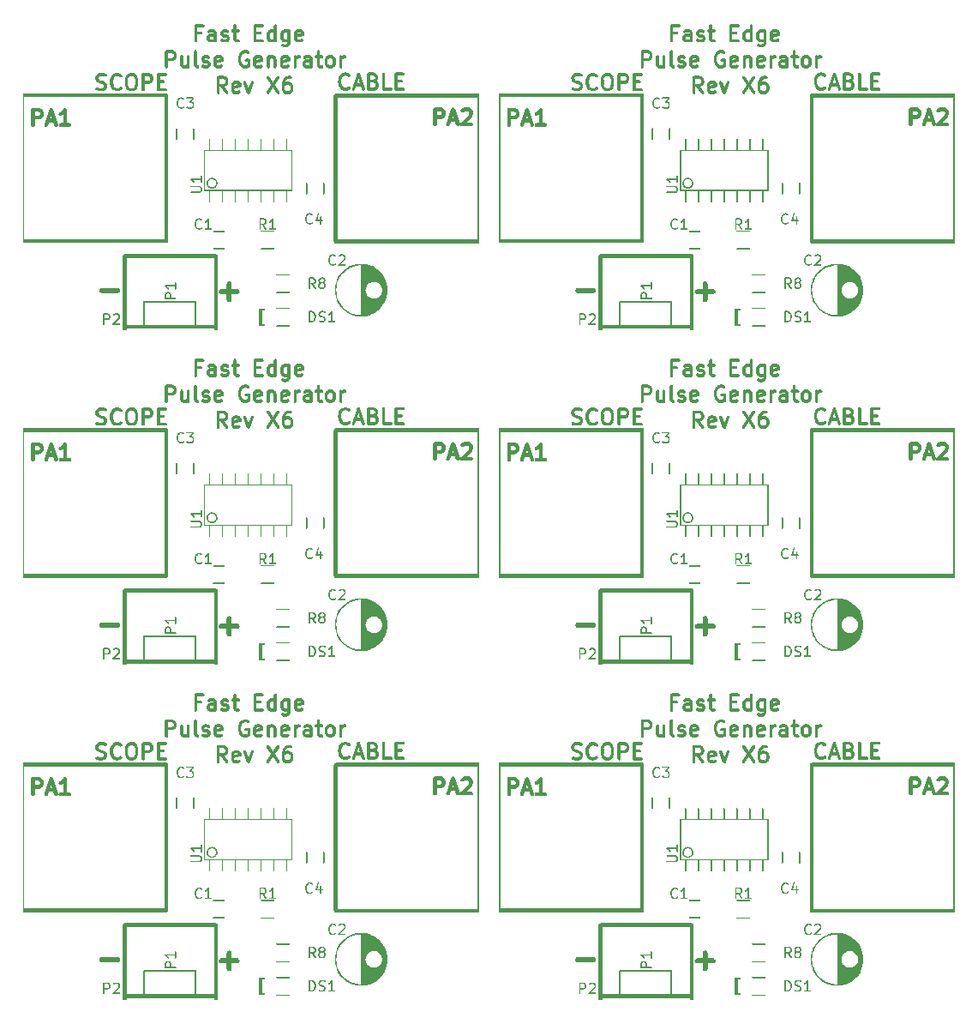
<source format=gto>
%MOIN*%
%OFA0B0*%
%FSLAX36Y36*%
%IPPOS*%
%LPD*%
G36*
X000935000Y000017717D02*
G01*
X000936216Y000017910D01*
X000937313Y000018469D01*
X000938185Y000019340D01*
X000938743Y000020437D01*
X000938937Y000021654D01*
X000938743Y000022871D01*
X000938185Y000023968D01*
X000937313Y000024839D01*
X000936216Y000025398D01*
X000935000Y000025591D01*
X000920000Y000025591D01*
X000918782Y000025398D01*
X000917685Y000024839D01*
X000916814Y000023968D01*
X000916255Y000022871D01*
X000916062Y000021654D01*
X000916255Y000020437D01*
X000916814Y000019340D01*
X000917685Y000018469D01*
X000918782Y000017910D01*
X000920000Y000017717D01*
X000935000Y000017717D01*
G37*
G36*
X000935000Y000077717D02*
G01*
X000936216Y000077910D01*
X000937313Y000078469D01*
X000938185Y000079340D01*
X000938743Y000080437D01*
X000938937Y000081654D01*
X000938743Y000082870D01*
X000938185Y000083968D01*
X000937313Y000084839D01*
X000936216Y000085399D01*
X000935000Y000085590D01*
X000920000Y000085590D01*
X000918782Y000085399D01*
X000917685Y000084839D01*
X000916814Y000083968D01*
X000916255Y000082870D01*
X000916062Y000081654D01*
X000916255Y000080437D01*
X000916814Y000079340D01*
X000917685Y000078469D01*
X000918782Y000077910D01*
X000920000Y000077717D01*
X000935000Y000077717D01*
G37*
G36*
X000925000Y000017717D02*
G01*
X000926216Y000017910D01*
X000927313Y000018469D01*
X000928184Y000019340D01*
X000928743Y000020437D01*
X000928936Y000021654D01*
X000928743Y000022871D01*
X000928184Y000023968D01*
X000927313Y000024839D01*
X000926216Y000025398D01*
X000925000Y000025591D01*
X000920000Y000025591D01*
X000918782Y000025398D01*
X000917685Y000024839D01*
X000916814Y000023968D01*
X000916255Y000022871D01*
X000916062Y000021654D01*
X000916255Y000020437D01*
X000916814Y000019340D01*
X000917685Y000018469D01*
X000918782Y000017910D01*
X000920000Y000017717D01*
X000925000Y000017717D01*
G37*
G36*
X000925000Y000077717D02*
G01*
X000926216Y000077910D01*
X000927313Y000078469D01*
X000928184Y000079340D01*
X000928743Y000080437D01*
X000928936Y000081654D01*
X000928743Y000082870D01*
X000928184Y000083968D01*
X000927313Y000084839D01*
X000926216Y000085399D01*
X000925000Y000085590D01*
X000920000Y000085590D01*
X000918782Y000085399D01*
X000917685Y000084839D01*
X000916814Y000083968D01*
X000916255Y000082870D01*
X000916062Y000081654D01*
X000916255Y000080437D01*
X000916814Y000079340D01*
X000917685Y000078469D01*
X000918782Y000077910D01*
X000920000Y000077717D01*
X000925000Y000077717D01*
G37*
G36*
X000925000Y000017717D02*
G01*
X000926216Y000017910D01*
X000927313Y000018469D01*
X000928184Y000019340D01*
X000928743Y000020437D01*
X000928936Y000021654D01*
X000928743Y000022871D01*
X000928184Y000023968D01*
X000927313Y000024839D01*
X000926216Y000025398D01*
X000925000Y000025591D01*
X000920000Y000025591D01*
X000918782Y000025398D01*
X000917685Y000024839D01*
X000916814Y000023968D01*
X000916255Y000022871D01*
X000916062Y000021654D01*
X000916255Y000020437D01*
X000916814Y000019340D01*
X000917685Y000018469D01*
X000918782Y000017910D01*
X000920000Y000017717D01*
X000925000Y000017717D01*
G37*
G36*
X000920000Y000017717D02*
G01*
X000921215Y000017910D01*
X000922312Y000018469D01*
X000923185Y000019340D01*
X000923744Y000020437D01*
X000923937Y000021654D01*
X000923937Y000081654D01*
X000923744Y000082870D01*
X000923185Y000083968D01*
X000922312Y000084839D01*
X000921215Y000085399D01*
X000920000Y000085590D01*
X000918782Y000085399D01*
X000917685Y000084839D01*
X000916814Y000083968D01*
X000916255Y000082870D01*
X000916062Y000081654D01*
X000916062Y000021654D01*
X000916255Y000020437D01*
X000916814Y000019340D01*
X000917685Y000018469D01*
X000918782Y000017910D01*
X000920000Y000017717D01*
G37*
G36*
X000925000Y000017717D02*
G01*
X000926216Y000017910D01*
X000927313Y000018469D01*
X000928184Y000019340D01*
X000928743Y000020437D01*
X000928936Y000021654D01*
X000928936Y000081654D01*
X000928743Y000082870D01*
X000928184Y000083968D01*
X000927313Y000084839D01*
X000926216Y000085399D01*
X000925000Y000085590D01*
X000923783Y000085399D01*
X000922685Y000084839D01*
X000921813Y000083968D01*
X000921255Y000082870D01*
X000921063Y000081654D01*
X000921063Y000021654D01*
X000921255Y000020437D01*
X000921813Y000019340D01*
X000922685Y000018469D01*
X000923783Y000017910D01*
X000925000Y000017717D01*
G37*
G36*
X001264011Y000934845D02*
G01*
X001265835Y000935135D01*
X001267481Y000935974D01*
X001271600Y000940092D01*
X001272439Y000941739D01*
X001272728Y000943563D01*
X001272439Y000945387D01*
X001271600Y000947034D01*
X001270294Y000948340D01*
X001268647Y000949180D01*
X001266823Y000949469D01*
X001264998Y000949180D01*
X001263351Y000948340D01*
X001262045Y000947034D01*
X001260539Y000945529D01*
X001259232Y000944222D01*
X001258394Y000942576D01*
X001258104Y000940750D01*
X001258394Y000938926D01*
X001259232Y000937279D01*
X001260539Y000935974D01*
X001262185Y000935135D01*
X001264011Y000934845D01*
G37*
G36*
X001255574Y000932033D02*
G01*
X001257399Y000932322D01*
X001265835Y000935135D01*
X001267481Y000935974D01*
X001268788Y000937279D01*
X001269627Y000938926D01*
X001269916Y000940750D01*
X001269627Y000942576D01*
X001268788Y000944222D01*
X001267481Y000945529D01*
X001265835Y000946367D01*
X001264011Y000946656D01*
X001262185Y000946367D01*
X001253749Y000943555D01*
X001252103Y000942716D01*
X001250796Y000941409D01*
X001249957Y000939764D01*
X001249669Y000937939D01*
X001249957Y000936114D01*
X001250796Y000934468D01*
X001252103Y000933161D01*
X001253749Y000932322D01*
X001255574Y000932033D01*
G37*
G36*
X001255574Y000932033D02*
G01*
X001257399Y000932322D01*
X001259044Y000933161D01*
X001260352Y000934468D01*
X001261190Y000936114D01*
X001261479Y000937939D01*
X001261190Y000939764D01*
X001260352Y000941409D01*
X001259044Y000942716D01*
X001257399Y000943555D01*
X001255574Y000943844D01*
X001249949Y000943844D01*
X001248124Y000943555D01*
X001246479Y000942716D01*
X001245172Y000941409D01*
X001244333Y000939764D01*
X001244044Y000937939D01*
X001244333Y000936114D01*
X001245172Y000934468D01*
X001246479Y000933161D01*
X001248124Y000932322D01*
X001249949Y000932033D01*
X001255574Y000932033D01*
G37*
G36*
X001249949Y000932033D02*
G01*
X001251774Y000932322D01*
X001253421Y000933161D01*
X001254727Y000934468D01*
X001255566Y000936114D01*
X001255855Y000937939D01*
X001255566Y000939764D01*
X001254727Y000941409D01*
X001253421Y000942716D01*
X001251774Y000943555D01*
X001243337Y000946367D01*
X001241513Y000946656D01*
X001239688Y000946367D01*
X001238041Y000945529D01*
X001236735Y000944222D01*
X001235897Y000942576D01*
X001235608Y000940750D01*
X001235897Y000938926D01*
X001236735Y000937279D01*
X001238041Y000935974D01*
X001239688Y000935135D01*
X001248124Y000932322D01*
X001249949Y000932033D01*
G37*
G36*
X001241513Y000934845D02*
G01*
X001243337Y000935135D01*
X001244984Y000935974D01*
X001246290Y000937279D01*
X001247130Y000938926D01*
X001247419Y000940750D01*
X001247130Y000942576D01*
X001246290Y000944222D01*
X001244984Y000945529D01*
X001240667Y000949844D01*
X001240667Y000949846D01*
X001239359Y000951153D01*
X001237714Y000951991D01*
X001235889Y000952280D01*
X001234064Y000951991D01*
X001232418Y000951153D01*
X001231111Y000949846D01*
X001230272Y000948200D01*
X001229984Y000946375D01*
X001230272Y000944550D01*
X001231111Y000942904D01*
X001232418Y000941597D01*
X001238041Y000935974D01*
X001239688Y000935135D01*
X001241513Y000934845D01*
G37*
G36*
X001235889Y000940470D02*
G01*
X001237714Y000940758D01*
X001239359Y000941597D01*
X001240667Y000942904D01*
X001241505Y000944550D01*
X001241794Y000946375D01*
X001241505Y000948200D01*
X001238693Y000953825D01*
X001237855Y000955470D01*
X001236548Y000956778D01*
X001234901Y000957616D01*
X001233076Y000957904D01*
X001231251Y000957616D01*
X001229606Y000956778D01*
X001228299Y000955470D01*
X001227460Y000953825D01*
X001227171Y000952000D01*
X001227460Y000950175D01*
X001230272Y000944550D01*
X001231111Y000942904D01*
X001232418Y000941597D01*
X001234064Y000940758D01*
X001235889Y000940470D01*
G37*
G36*
X001233076Y000946094D02*
G01*
X001234901Y000946383D01*
X001236548Y000947221D01*
X001237855Y000948529D01*
X001238693Y000950175D01*
X001238982Y000952000D01*
X001238693Y000953825D01*
X001235881Y000965072D01*
X001235042Y000966720D01*
X001233736Y000968025D01*
X001232089Y000968864D01*
X001230264Y000969154D01*
X001228439Y000968864D01*
X001226794Y000968025D01*
X001225487Y000966720D01*
X001224648Y000965072D01*
X001224359Y000963248D01*
X001224648Y000961424D01*
X001227460Y000950175D01*
X001228299Y000948529D01*
X001229606Y000947221D01*
X001231251Y000946383D01*
X001233076Y000946094D01*
G37*
G36*
X001230264Y000957342D02*
G01*
X001232089Y000957631D01*
X001233736Y000958470D01*
X001235042Y000959777D01*
X001235881Y000961424D01*
X001236170Y000963248D01*
X001236170Y000971685D01*
X001235881Y000973510D01*
X001235042Y000975155D01*
X001233736Y000976463D01*
X001232089Y000977301D01*
X001230264Y000977590D01*
X001228439Y000977301D01*
X001226794Y000976463D01*
X001225487Y000975155D01*
X001224648Y000973510D01*
X001224359Y000971685D01*
X001224359Y000963248D01*
X001224648Y000961424D01*
X001225487Y000959777D01*
X001226794Y000958470D01*
X001228439Y000957631D01*
X001230264Y000957342D01*
G37*
G36*
X001230264Y000965779D02*
G01*
X001232089Y000966067D01*
X001233736Y000966906D01*
X001235042Y000968214D01*
X001235881Y000969860D01*
X001238693Y000981109D01*
X001238982Y000982933D01*
X001238693Y000984758D01*
X001237855Y000986405D01*
X001236548Y000987710D01*
X001234901Y000988550D01*
X001233076Y000988839D01*
X001231251Y000988550D01*
X001229606Y000987710D01*
X001228299Y000986405D01*
X001227460Y000984758D01*
X001224648Y000973510D01*
X001224359Y000971685D01*
X001224648Y000969860D01*
X001225487Y000968214D01*
X001226794Y000966906D01*
X001228439Y000966067D01*
X001230264Y000965779D01*
G37*
G36*
X001233076Y000977027D02*
G01*
X001234901Y000977316D01*
X001236548Y000978155D01*
X001237855Y000979462D01*
X001238693Y000981109D01*
X001241505Y000986732D01*
X001241794Y000988557D01*
X001241505Y000990381D01*
X001240667Y000992029D01*
X001239359Y000993335D01*
X001237714Y000994173D01*
X001235889Y000994463D01*
X001234064Y000994173D01*
X001232418Y000993335D01*
X001231111Y000992029D01*
X001230272Y000990381D01*
X001227460Y000984758D01*
X001227171Y000982933D01*
X001227460Y000981109D01*
X001228299Y000979462D01*
X001229606Y000978155D01*
X001231251Y000977316D01*
X001233076Y000977027D01*
G37*
G36*
X001235889Y000982652D02*
G01*
X001237714Y000982941D01*
X001239359Y000983780D01*
X001240667Y000985086D01*
X001244984Y000989403D01*
X001244984Y000989403D01*
X001246290Y000990710D01*
X001247130Y000992356D01*
X001247419Y000994180D01*
X001247130Y000996006D01*
X001246290Y000997652D01*
X001244984Y000998960D01*
X001243337Y000999798D01*
X001241513Y001000087D01*
X001239688Y000999798D01*
X001238041Y000998960D01*
X001236735Y000997652D01*
X001231111Y000992029D01*
X001230272Y000990381D01*
X001229984Y000988557D01*
X001230272Y000986732D01*
X001231111Y000985086D01*
X001232418Y000983780D01*
X001234064Y000982941D01*
X001235889Y000982652D01*
G37*
G36*
X001241513Y000988276D02*
G01*
X001243337Y000988565D01*
X001251774Y000991377D01*
X001253421Y000992216D01*
X001254727Y000993523D01*
X001255566Y000995169D01*
X001255855Y000996994D01*
X001255566Y000998819D01*
X001254727Y001000464D01*
X001253421Y001001771D01*
X001251774Y001002610D01*
X001249949Y001002899D01*
X001248124Y001002610D01*
X001239688Y000999798D01*
X001238041Y000998960D01*
X001236735Y000997652D01*
X001235897Y000996006D01*
X001235608Y000994180D01*
X001235897Y000992356D01*
X001236735Y000990710D01*
X001238041Y000989403D01*
X001239688Y000988565D01*
X001241513Y000988276D01*
G37*
G36*
X001255574Y000991089D02*
G01*
X001257399Y000991377D01*
X001259044Y000992216D01*
X001260352Y000993523D01*
X001261190Y000995169D01*
X001261479Y000996994D01*
X001261190Y000998819D01*
X001260352Y001000464D01*
X001259044Y001001771D01*
X001257399Y001002610D01*
X001255574Y001002899D01*
X001249949Y001002899D01*
X001248124Y001002610D01*
X001246479Y001001771D01*
X001245172Y001000464D01*
X001244333Y000998819D01*
X001244044Y000996994D01*
X001244333Y000995169D01*
X001245172Y000993523D01*
X001246479Y000992216D01*
X001248124Y000991377D01*
X001249949Y000991089D01*
X001255574Y000991089D01*
G37*
G36*
X001264011Y000988276D02*
G01*
X001265835Y000988565D01*
X001267481Y000989403D01*
X001268788Y000990710D01*
X001269627Y000992356D01*
X001269916Y000994180D01*
X001269627Y000996006D01*
X001268788Y000997652D01*
X001267481Y000998960D01*
X001265835Y000999798D01*
X001257399Y001002610D01*
X001255574Y001002899D01*
X001253749Y001002610D01*
X001252103Y001001771D01*
X001250796Y001000464D01*
X001249957Y000998819D01*
X001249669Y000996994D01*
X001249957Y000995169D01*
X001250796Y000993523D01*
X001252103Y000992216D01*
X001253749Y000991377D01*
X001262185Y000988565D01*
X001264011Y000988276D01*
G37*
G36*
X001266823Y000985465D02*
G01*
X001268647Y000985754D01*
X001270294Y000986591D01*
X001271600Y000987899D01*
X001272439Y000989545D01*
X001272728Y000991370D01*
X001272439Y000993195D01*
X001271600Y000994840D01*
X001270294Y000996148D01*
X001267481Y000998960D01*
X001265835Y000999798D01*
X001264011Y001000087D01*
X001262185Y000999798D01*
X001260539Y000998960D01*
X001259232Y000997652D01*
X001258394Y000996006D01*
X001258104Y000994180D01*
X001258394Y000992356D01*
X001259232Y000990710D01*
X001260539Y000989403D01*
X001263351Y000986591D01*
X001264998Y000985754D01*
X001266823Y000985465D01*
G37*
G36*
X001317441Y000948904D02*
G01*
X001319266Y000949195D01*
X001320912Y000950034D01*
X001322219Y000951340D01*
X001323056Y000952986D01*
X001323347Y000954811D01*
X001323056Y000956636D01*
X001322219Y000958282D01*
X001320912Y000959590D01*
X001319266Y000960428D01*
X001317441Y000960717D01*
X001289320Y000960717D01*
X001287495Y000960428D01*
X001285848Y000959590D01*
X001284542Y000958282D01*
X001283703Y000956636D01*
X001283414Y000954811D01*
X001283703Y000952986D01*
X001284542Y000951340D01*
X001285848Y000950034D01*
X001287495Y000949195D01*
X001289320Y000948904D01*
X001317441Y000948904D01*
G37*
G36*
X001283696Y000932033D02*
G01*
X001285519Y000932322D01*
X001287166Y000933161D01*
X001288473Y000934468D01*
X001289312Y000936114D01*
X001308996Y000995169D01*
X001309286Y000996994D01*
X001308996Y000998819D01*
X001308158Y001000464D01*
X001306851Y001001771D01*
X001305205Y001002610D01*
X001303381Y001002899D01*
X001301555Y001002610D01*
X001299909Y001001771D01*
X001298603Y001000464D01*
X001297764Y000998819D01*
X001278079Y000939764D01*
X001277790Y000937939D01*
X001278079Y000936114D01*
X001278918Y000934468D01*
X001280224Y000933161D01*
X001281870Y000932322D01*
X001283696Y000932033D01*
G37*
G36*
X001323066Y000932033D02*
G01*
X001324889Y000932322D01*
X001326535Y000933161D01*
X001327843Y000934468D01*
X001328682Y000936114D01*
X001328971Y000937939D01*
X001328682Y000939764D01*
X001308996Y000998819D01*
X001308158Y001000464D01*
X001306851Y001001771D01*
X001305205Y001002610D01*
X001303381Y001002899D01*
X001301555Y001002610D01*
X001299909Y001001771D01*
X001298603Y001000464D01*
X001297764Y000998819D01*
X001297475Y000996994D01*
X001297764Y000995169D01*
X001317448Y000936114D01*
X001318288Y000934468D01*
X001319594Y000933161D01*
X001321240Y000932322D01*
X001323066Y000932033D01*
G37*
G36*
X001370872Y000960155D02*
G01*
X001372696Y000960444D01*
X001374342Y000961282D01*
X001375650Y000962588D01*
X001376488Y000964235D01*
X001376778Y000966060D01*
X001376488Y000967885D01*
X001375650Y000969531D01*
X001374342Y000970838D01*
X001372696Y000971676D01*
X001364260Y000974489D01*
X001362436Y000974778D01*
X001360611Y000974489D01*
X001358965Y000973650D01*
X001357658Y000972344D01*
X001356819Y000970696D01*
X001356530Y000968871D01*
X001356819Y000967047D01*
X001357658Y000965401D01*
X001358965Y000964095D01*
X001360611Y000963255D01*
X001369047Y000960444D01*
X001370872Y000960155D01*
G37*
G36*
X001373684Y000957342D02*
G01*
X001375509Y000957631D01*
X001377155Y000958470D01*
X001378461Y000959777D01*
X001379300Y000961424D01*
X001379590Y000963248D01*
X001379300Y000965072D01*
X001378461Y000966720D01*
X001375650Y000969531D01*
X001374342Y000970838D01*
X001372696Y000971676D01*
X001370872Y000971964D01*
X001369047Y000971676D01*
X001367401Y000970838D01*
X001366094Y000969531D01*
X001365255Y000967885D01*
X001364966Y000966060D01*
X001365255Y000964235D01*
X001366094Y000962588D01*
X001368907Y000959777D01*
X001370213Y000958470D01*
X001371859Y000957631D01*
X001373684Y000957342D01*
G37*
G36*
X001376496Y000951718D02*
G01*
X001378322Y000952007D01*
X001379967Y000952846D01*
X001381273Y000954153D01*
X001382113Y000955799D01*
X001382402Y000957624D01*
X001382113Y000959449D01*
X001379300Y000965072D01*
X001378461Y000966720D01*
X001377155Y000968025D01*
X001375509Y000968864D01*
X001373684Y000969154D01*
X001371859Y000968864D01*
X001370213Y000968025D01*
X001368907Y000966720D01*
X001368068Y000965072D01*
X001367779Y000963248D01*
X001368068Y000961424D01*
X001370879Y000955799D01*
X001371718Y000954153D01*
X001373025Y000952846D01*
X001374672Y000952007D01*
X001376496Y000951718D01*
G37*
G36*
X001376496Y000943281D02*
G01*
X001378322Y000943570D01*
X001379967Y000944409D01*
X001381273Y000945716D01*
X001382113Y000947362D01*
X001382402Y000949187D01*
X001382402Y000957624D01*
X001382113Y000959449D01*
X001381273Y000961095D01*
X001379967Y000962401D01*
X001378322Y000963240D01*
X001376496Y000963529D01*
X001374672Y000963240D01*
X001373025Y000962401D01*
X001371718Y000961095D01*
X001370879Y000959449D01*
X001370590Y000957624D01*
X001370590Y000949187D01*
X001370879Y000947362D01*
X001371718Y000945716D01*
X001373025Y000944409D01*
X001374672Y000943570D01*
X001376496Y000943281D01*
G37*
G36*
X001373684Y000937657D02*
G01*
X001375509Y000937946D01*
X001377155Y000938785D01*
X001378461Y000940092D01*
X001379300Y000941739D01*
X001382113Y000947362D01*
X001382402Y000949187D01*
X001382113Y000951012D01*
X001381273Y000952658D01*
X001379967Y000953964D01*
X001378322Y000954804D01*
X001376496Y000955093D01*
X001374672Y000954804D01*
X001373025Y000953964D01*
X001371718Y000952658D01*
X001370879Y000951012D01*
X001368068Y000945387D01*
X001367779Y000943563D01*
X001368068Y000941739D01*
X001368907Y000940092D01*
X001370213Y000938785D01*
X001371859Y000937946D01*
X001373684Y000937657D01*
G37*
G36*
X001370872Y000934845D02*
G01*
X001372696Y000935135D01*
X001374342Y000935974D01*
X001377155Y000938785D01*
X001378461Y000940092D01*
X001379300Y000941739D01*
X001379590Y000943563D01*
X001379300Y000945387D01*
X001378461Y000947034D01*
X001377155Y000948340D01*
X001375509Y000949180D01*
X001373684Y000949469D01*
X001371859Y000949180D01*
X001370213Y000948340D01*
X001368907Y000947034D01*
X001366094Y000944222D01*
X001365255Y000942576D01*
X001364966Y000940750D01*
X001365255Y000938926D01*
X001366094Y000937279D01*
X001367401Y000935974D01*
X001369047Y000935135D01*
X001370872Y000934845D01*
G37*
G36*
X001365248Y000932033D02*
G01*
X001367072Y000932322D01*
X001372696Y000935135D01*
X001374342Y000935974D01*
X001375650Y000937279D01*
X001376488Y000938926D01*
X001376778Y000940750D01*
X001376488Y000942576D01*
X001375650Y000944222D01*
X001374342Y000945529D01*
X001372696Y000946367D01*
X001370872Y000946656D01*
X001369047Y000946367D01*
X001363423Y000943555D01*
X001361777Y000942716D01*
X001360470Y000941409D01*
X001359631Y000939764D01*
X001359342Y000937939D01*
X001359631Y000936114D01*
X001360470Y000934468D01*
X001361777Y000933161D01*
X001363423Y000932322D01*
X001365248Y000932033D01*
G37*
G36*
X001365248Y000932033D02*
G01*
X001367072Y000932322D01*
X001368719Y000933161D01*
X001370025Y000934468D01*
X001370863Y000936114D01*
X001371153Y000937939D01*
X001370863Y000939764D01*
X001370025Y000941409D01*
X001368719Y000942716D01*
X001367072Y000943555D01*
X001365248Y000943844D01*
X001342751Y000943844D01*
X001340925Y000943555D01*
X001339279Y000942716D01*
X001337973Y000941409D01*
X001337134Y000939764D01*
X001336845Y000937939D01*
X001337134Y000936114D01*
X001337973Y000934468D01*
X001339279Y000933161D01*
X001340925Y000932322D01*
X001342751Y000932033D01*
X001365248Y000932033D01*
G37*
G36*
X001342751Y000932033D02*
G01*
X001344575Y000932322D01*
X001346221Y000933161D01*
X001347528Y000934468D01*
X001348367Y000936114D01*
X001348656Y000937939D01*
X001348656Y000996994D01*
X001348367Y000998819D01*
X001347528Y001000464D01*
X001346221Y001001771D01*
X001344575Y001002610D01*
X001342751Y001002899D01*
X001340925Y001002610D01*
X001339279Y001001771D01*
X001337973Y001000464D01*
X001337134Y000998819D01*
X001336845Y000996994D01*
X001336845Y000937939D01*
X001337134Y000936114D01*
X001337973Y000934468D01*
X001339279Y000933161D01*
X001340925Y000932322D01*
X001342751Y000932033D01*
G37*
G36*
X001362436Y000991089D02*
G01*
X001364260Y000991377D01*
X001365906Y000992216D01*
X001367213Y000993523D01*
X001368052Y000995169D01*
X001368341Y000996994D01*
X001368052Y000998819D01*
X001367213Y001000464D01*
X001365906Y001001771D01*
X001364260Y001002610D01*
X001362436Y001002899D01*
X001342751Y001002899D01*
X001340925Y001002610D01*
X001339279Y001001771D01*
X001337973Y001000464D01*
X001337134Y000998819D01*
X001336845Y000996994D01*
X001337134Y000995169D01*
X001337973Y000993523D01*
X001339279Y000992216D01*
X001340925Y000991377D01*
X001342751Y000991089D01*
X001362436Y000991089D01*
G37*
G36*
X001368060Y000988276D02*
G01*
X001369884Y000988565D01*
X001371531Y000989403D01*
X001372838Y000990710D01*
X001373674Y000992356D01*
X001373965Y000994180D01*
X001373674Y000996006D01*
X001372838Y000997652D01*
X001371531Y000998960D01*
X001369884Y000999798D01*
X001364260Y001002610D01*
X001362436Y001002899D01*
X001360611Y001002610D01*
X001358965Y001001771D01*
X001357658Y001000464D01*
X001356819Y000998819D01*
X001356530Y000996994D01*
X001356819Y000995169D01*
X001357658Y000993523D01*
X001358965Y000992216D01*
X001360611Y000991377D01*
X001366234Y000988565D01*
X001368060Y000988276D01*
G37*
G36*
X001370872Y000985465D02*
G01*
X001372696Y000985754D01*
X001374342Y000986591D01*
X001375650Y000987899D01*
X001376488Y000989545D01*
X001376778Y000991370D01*
X001376488Y000993195D01*
X001375650Y000994840D01*
X001371531Y000998960D01*
X001369884Y000999798D01*
X001368060Y001000087D01*
X001366234Y000999798D01*
X001364589Y000998960D01*
X001363282Y000997652D01*
X001362443Y000996006D01*
X001362154Y000994180D01*
X001362443Y000992356D01*
X001363282Y000990710D01*
X001367401Y000986591D01*
X001369047Y000985754D01*
X001370872Y000985465D01*
G37*
G36*
X001373684Y000979840D02*
G01*
X001375509Y000980129D01*
X001377155Y000980967D01*
X001378461Y000982273D01*
X001379300Y000983919D01*
X001379590Y000985745D01*
X001379300Y000987570D01*
X001376488Y000993195D01*
X001375650Y000994840D01*
X001374342Y000996148D01*
X001372696Y000996986D01*
X001370872Y000997275D01*
X001369047Y000996986D01*
X001367401Y000996148D01*
X001366094Y000994840D01*
X001365255Y000993195D01*
X001364966Y000991370D01*
X001365255Y000989545D01*
X001368068Y000983919D01*
X001368907Y000982273D01*
X001370213Y000980967D01*
X001371859Y000980129D01*
X001373684Y000979840D01*
G37*
G36*
X001373684Y000974215D02*
G01*
X001375509Y000974505D01*
X001377155Y000975343D01*
X001378461Y000976650D01*
X001379300Y000978296D01*
X001379590Y000980120D01*
X001379590Y000985745D01*
X001379300Y000987570D01*
X001378461Y000989216D01*
X001377155Y000990523D01*
X001375509Y000991361D01*
X001373684Y000991650D01*
X001371859Y000991361D01*
X001370213Y000990523D01*
X001368907Y000989216D01*
X001368068Y000987570D01*
X001367779Y000985745D01*
X001367779Y000980120D01*
X001368068Y000978296D01*
X001368907Y000976650D01*
X001370213Y000975343D01*
X001371859Y000974505D01*
X001373684Y000974215D01*
G37*
G36*
X001370872Y000968591D02*
G01*
X001372696Y000968880D01*
X001374342Y000969718D01*
X001375650Y000971025D01*
X001376488Y000972671D01*
X001379300Y000978296D01*
X001379590Y000980120D01*
X001379300Y000981946D01*
X001378461Y000983592D01*
X001377155Y000984899D01*
X001375509Y000985737D01*
X001373684Y000986026D01*
X001371859Y000985737D01*
X001370213Y000984899D01*
X001368907Y000983592D01*
X001368068Y000981946D01*
X001365255Y000976321D01*
X001364966Y000974496D01*
X001365255Y000972671D01*
X001366094Y000971025D01*
X001367401Y000969718D01*
X001369047Y000968880D01*
X001370872Y000968591D01*
G37*
G36*
X001368060Y000965779D02*
G01*
X001369884Y000966067D01*
X001371531Y000966906D01*
X001375650Y000971025D01*
X001376488Y000972671D01*
X001376778Y000974496D01*
X001376488Y000976321D01*
X001375650Y000977967D01*
X001374342Y000979275D01*
X001372696Y000980113D01*
X001370872Y000980402D01*
X001369047Y000980113D01*
X001367401Y000979275D01*
X001363282Y000975155D01*
X001362443Y000973510D01*
X001362154Y000971685D01*
X001362443Y000969860D01*
X001363282Y000968214D01*
X001364589Y000966906D01*
X001366234Y000966067D01*
X001368060Y000965779D01*
G37*
G36*
X001362436Y000962966D02*
G01*
X001364260Y000963255D01*
X001369884Y000966067D01*
X001371531Y000966906D01*
X001372838Y000968214D01*
X001373674Y000969860D01*
X001373965Y000971685D01*
X001373674Y000973510D01*
X001372838Y000975155D01*
X001371531Y000976463D01*
X001369884Y000977301D01*
X001368060Y000977590D01*
X001366234Y000977301D01*
X001360611Y000974489D01*
X001358965Y000973650D01*
X001357658Y000972344D01*
X001356819Y000970696D01*
X001356530Y000968871D01*
X001356819Y000967047D01*
X001357658Y000965401D01*
X001358965Y000964095D01*
X001360611Y000963255D01*
X001362436Y000962966D01*
G37*
G36*
X001362436Y000962966D02*
G01*
X001364260Y000963255D01*
X001365906Y000964095D01*
X001367213Y000965401D01*
X001368052Y000967047D01*
X001368341Y000968871D01*
X001368052Y000970696D01*
X001367213Y000972344D01*
X001365906Y000973650D01*
X001364260Y000974489D01*
X001362436Y000974778D01*
X001342751Y000974778D01*
X001340925Y000974489D01*
X001339279Y000973650D01*
X001337973Y000972344D01*
X001337134Y000970696D01*
X001336845Y000968871D01*
X001337134Y000967047D01*
X001337973Y000965401D01*
X001339279Y000964095D01*
X001340925Y000963255D01*
X001342751Y000962966D01*
X001362436Y000962966D01*
G37*
G36*
X001429927Y000932033D02*
G01*
X001431752Y000932322D01*
X001433398Y000933161D01*
X001434705Y000934468D01*
X001435543Y000936114D01*
X001435833Y000937939D01*
X001435543Y000939764D01*
X001434705Y000941409D01*
X001433398Y000942716D01*
X001431752Y000943555D01*
X001429927Y000943844D01*
X001401806Y000943844D01*
X001399981Y000943555D01*
X001398335Y000942716D01*
X001397027Y000941409D01*
X001396189Y000939764D01*
X001395900Y000937939D01*
X001396189Y000936114D01*
X001397027Y000934468D01*
X001398335Y000933161D01*
X001399981Y000932322D01*
X001401806Y000932033D01*
X001429927Y000932033D01*
G37*
G36*
X001401806Y000932033D02*
G01*
X001403630Y000932322D01*
X001405276Y000933161D01*
X001406582Y000934468D01*
X001407422Y000936114D01*
X001407711Y000937939D01*
X001407711Y000996994D01*
X001407422Y000998819D01*
X001406582Y001000464D01*
X001405276Y001001771D01*
X001403630Y001002610D01*
X001401806Y001002899D01*
X001399981Y001002610D01*
X001398335Y001001771D01*
X001397027Y001000464D01*
X001396189Y000998819D01*
X001395900Y000996994D01*
X001395900Y000937939D01*
X001396189Y000936114D01*
X001397027Y000934468D01*
X001398335Y000933161D01*
X001399981Y000932322D01*
X001401806Y000932033D01*
G37*
G36*
X001469298Y000962966D02*
G01*
X001471122Y000963255D01*
X001472768Y000964095D01*
X001474075Y000965401D01*
X001474913Y000967047D01*
X001475203Y000968871D01*
X001474913Y000970696D01*
X001474075Y000972344D01*
X001472768Y000973650D01*
X001471122Y000974489D01*
X001469298Y000974778D01*
X001449613Y000974778D01*
X001447787Y000974489D01*
X001446141Y000973650D01*
X001444834Y000972344D01*
X001443996Y000970696D01*
X001443705Y000968871D01*
X001443996Y000967047D01*
X001444834Y000965401D01*
X001446141Y000964095D01*
X001447787Y000963255D01*
X001449613Y000962966D01*
X001469298Y000962966D01*
G37*
G36*
X001477734Y000932033D02*
G01*
X001479558Y000932322D01*
X001481204Y000933161D01*
X001482511Y000934468D01*
X001483350Y000936114D01*
X001483639Y000937939D01*
X001483350Y000939764D01*
X001482511Y000941409D01*
X001481204Y000942716D01*
X001479558Y000943555D01*
X001477734Y000943844D01*
X001449613Y000943844D01*
X001447787Y000943555D01*
X001446141Y000942716D01*
X001444834Y000941409D01*
X001443996Y000939764D01*
X001443705Y000937939D01*
X001443996Y000936114D01*
X001444834Y000934468D01*
X001446141Y000933161D01*
X001447787Y000932322D01*
X001449613Y000932033D01*
X001477734Y000932033D01*
G37*
G36*
X001449613Y000932033D02*
G01*
X001451437Y000932322D01*
X001453083Y000933161D01*
X001454389Y000934468D01*
X001455228Y000936114D01*
X001455518Y000937939D01*
X001455518Y000996994D01*
X001455228Y000998819D01*
X001454389Y001000464D01*
X001453083Y001001771D01*
X001451437Y001002610D01*
X001449613Y001002899D01*
X001447787Y001002610D01*
X001446141Y001001771D01*
X001444834Y001000464D01*
X001443996Y000998819D01*
X001443705Y000996994D01*
X001443705Y000937939D01*
X001443996Y000936114D01*
X001444834Y000934468D01*
X001446141Y000933161D01*
X001447787Y000932322D01*
X001449613Y000932033D01*
G37*
G36*
X001477734Y000991089D02*
G01*
X001479558Y000991377D01*
X001481204Y000992216D01*
X001482511Y000993523D01*
X001483350Y000995169D01*
X001483639Y000996994D01*
X001483350Y000998819D01*
X001482511Y001000464D01*
X001481204Y001001771D01*
X001479558Y001002610D01*
X001477734Y001002899D01*
X001449613Y001002899D01*
X001447787Y001002610D01*
X001446141Y001001771D01*
X001444834Y001000464D01*
X001443996Y000998819D01*
X001443705Y000996994D01*
X001443996Y000995169D01*
X001444834Y000993523D01*
X001446141Y000992216D01*
X001447787Y000991377D01*
X001449613Y000991089D01*
X001477734Y000991089D01*
G37*
G36*
X000294858Y000930033D02*
G01*
X000296683Y000930323D01*
X000298329Y000931161D01*
X000299636Y000932467D01*
X000300475Y000934113D01*
X000300764Y000935938D01*
X000300475Y000937763D01*
X000299636Y000939409D01*
X000298329Y000940717D01*
X000296683Y000941555D01*
X000288246Y000944368D01*
X000286422Y000944657D01*
X000284596Y000944368D01*
X000282951Y000943527D01*
X000281644Y000942222D01*
X000280806Y000940576D01*
X000280517Y000938750D01*
X000280806Y000936926D01*
X000281644Y000935279D01*
X000282951Y000933974D01*
X000284596Y000933134D01*
X000293033Y000930323D01*
X000294858Y000930033D01*
G37*
G36*
X000308920Y000930033D02*
G01*
X000310744Y000930323D01*
X000312390Y000931161D01*
X000313696Y000932467D01*
X000314536Y000934113D01*
X000314825Y000935938D01*
X000314536Y000937763D01*
X000313696Y000939409D01*
X000312390Y000940717D01*
X000310744Y000941555D01*
X000308920Y000941843D01*
X000294858Y000941843D01*
X000293033Y000941555D01*
X000291387Y000940717D01*
X000290081Y000939409D01*
X000289241Y000937763D01*
X000288952Y000935938D01*
X000289241Y000934113D01*
X000290081Y000932467D01*
X000291387Y000931161D01*
X000293033Y000930323D01*
X000294858Y000930033D01*
X000308920Y000930033D01*
G37*
G36*
X000308920Y000930033D02*
G01*
X000310744Y000930323D01*
X000316368Y000933134D01*
X000318014Y000933974D01*
X000319321Y000935279D01*
X000320160Y000936926D01*
X000320449Y000938750D01*
X000320160Y000940576D01*
X000319321Y000942222D01*
X000318014Y000943527D01*
X000316368Y000944368D01*
X000314543Y000944657D01*
X000312718Y000944368D01*
X000307094Y000941555D01*
X000305448Y000940717D01*
X000304142Y000939409D01*
X000303302Y000937763D01*
X000303013Y000935938D01*
X000303302Y000934113D01*
X000304142Y000932467D01*
X000305448Y000931161D01*
X000307094Y000930323D01*
X000308920Y000930033D01*
G37*
G36*
X000314543Y000932845D02*
G01*
X000316368Y000933134D01*
X000318014Y000933974D01*
X000322133Y000938092D01*
X000322972Y000939739D01*
X000323261Y000941563D01*
X000322972Y000943388D01*
X000322133Y000945034D01*
X000320827Y000946341D01*
X000319180Y000947179D01*
X000317356Y000947468D01*
X000315531Y000947179D01*
X000313885Y000946341D01*
X000309766Y000942222D01*
X000308926Y000940576D01*
X000308637Y000938750D01*
X000308926Y000936926D01*
X000309766Y000935279D01*
X000311072Y000933974D01*
X000312718Y000933134D01*
X000314543Y000932845D01*
G37*
G36*
X000317356Y000935657D02*
G01*
X000319180Y000935947D01*
X000320827Y000936785D01*
X000322133Y000938092D01*
X000322972Y000939739D01*
X000325784Y000945363D01*
X000326072Y000947188D01*
X000325784Y000949013D01*
X000324944Y000950659D01*
X000323639Y000951965D01*
X000321992Y000952803D01*
X000320168Y000953092D01*
X000318343Y000952803D01*
X000316697Y000951965D01*
X000315390Y000950659D01*
X000314551Y000949013D01*
X000311739Y000943388D01*
X000311450Y000941563D01*
X000311739Y000939739D01*
X000312577Y000938092D01*
X000313885Y000936785D01*
X000315531Y000935947D01*
X000317356Y000935657D01*
G37*
G36*
X000320168Y000941282D02*
G01*
X000321992Y000941571D01*
X000323639Y000942409D01*
X000324944Y000943716D01*
X000325784Y000945363D01*
X000326072Y000947188D01*
X000326072Y000952812D01*
X000325784Y000954637D01*
X000324944Y000956283D01*
X000323639Y000957589D01*
X000321992Y000958428D01*
X000320168Y000958717D01*
X000318343Y000958428D01*
X000316697Y000957589D01*
X000315390Y000956283D01*
X000314551Y000954637D01*
X000314262Y000952812D01*
X000314262Y000947188D01*
X000314551Y000945363D01*
X000315390Y000943716D01*
X000316697Y000942409D01*
X000318343Y000941571D01*
X000320168Y000941282D01*
G37*
G36*
X000320168Y000946905D02*
G01*
X000321992Y000947195D01*
X000323639Y000948033D01*
X000324944Y000949341D01*
X000325784Y000950987D01*
X000326072Y000952812D01*
X000325784Y000954637D01*
X000322972Y000960261D01*
X000322133Y000961907D01*
X000320827Y000963213D01*
X000319180Y000964052D01*
X000317356Y000964342D01*
X000315531Y000964052D01*
X000313885Y000963213D01*
X000312577Y000961907D01*
X000311739Y000960261D01*
X000311450Y000958436D01*
X000311739Y000956611D01*
X000314551Y000950987D01*
X000315390Y000949341D01*
X000316697Y000948033D01*
X000318343Y000947195D01*
X000320168Y000946905D01*
G37*
G36*
X000317356Y000952530D02*
G01*
X000319180Y000952819D01*
X000320827Y000953659D01*
X000322133Y000954965D01*
X000322972Y000956611D01*
X000323261Y000958436D01*
X000322972Y000960261D01*
X000322133Y000961907D01*
X000320827Y000963213D01*
X000319321Y000964719D01*
X000318014Y000966026D01*
X000316368Y000966863D01*
X000314543Y000967153D01*
X000312718Y000966863D01*
X000311072Y000966026D01*
X000309766Y000964719D01*
X000308926Y000963073D01*
X000308637Y000961248D01*
X000308926Y000959424D01*
X000309766Y000957777D01*
X000311072Y000956470D01*
X000313885Y000953659D01*
X000315531Y000952819D01*
X000317356Y000952530D01*
G37*
G36*
X000314543Y000955343D02*
G01*
X000316368Y000955632D01*
X000318014Y000956470D01*
X000319321Y000957777D01*
X000320160Y000959424D01*
X000320449Y000961248D01*
X000320160Y000963073D01*
X000319321Y000964719D01*
X000318014Y000966026D01*
X000316368Y000966863D01*
X000310744Y000969677D01*
X000308920Y000969966D01*
X000307094Y000969677D01*
X000305448Y000968838D01*
X000304142Y000967531D01*
X000303302Y000965885D01*
X000303013Y000964059D01*
X000303302Y000962234D01*
X000304142Y000960589D01*
X000305448Y000959283D01*
X000307094Y000958443D01*
X000312718Y000955632D01*
X000314543Y000955343D01*
G37*
G36*
X000308920Y000958154D02*
G01*
X000310744Y000958443D01*
X000312390Y000959283D01*
X000313696Y000960589D01*
X000314536Y000962234D01*
X000314825Y000964059D01*
X000314536Y000965885D01*
X000313696Y000967531D01*
X000312390Y000968838D01*
X000310744Y000969677D01*
X000299496Y000972489D01*
X000297671Y000972778D01*
X000295846Y000972489D01*
X000294200Y000971650D01*
X000292892Y000970344D01*
X000292054Y000968698D01*
X000291765Y000966873D01*
X000292054Y000965048D01*
X000292892Y000963402D01*
X000294200Y000962094D01*
X000295846Y000961256D01*
X000307094Y000958443D01*
X000308920Y000958154D01*
G37*
G36*
X000297671Y000960966D02*
G01*
X000299496Y000961256D01*
X000301142Y000962094D01*
X000302448Y000963402D01*
X000303286Y000965048D01*
X000303576Y000966873D01*
X000303286Y000968698D01*
X000302448Y000970344D01*
X000301142Y000971650D01*
X000299496Y000972489D01*
X000293872Y000975302D01*
X000292046Y000975590D01*
X000290222Y000975302D01*
X000288575Y000974463D01*
X000287268Y000973155D01*
X000286430Y000971509D01*
X000286141Y000969684D01*
X000286430Y000967858D01*
X000287268Y000966212D01*
X000288575Y000964907D01*
X000290222Y000964068D01*
X000295846Y000961256D01*
X000297671Y000960966D01*
G37*
G36*
X000292046Y000963779D02*
G01*
X000293872Y000964068D01*
X000295517Y000964907D01*
X000296824Y000966212D01*
X000297662Y000967858D01*
X000297951Y000969684D01*
X000297662Y000971509D01*
X000296824Y000973155D01*
X000292705Y000977274D01*
X000291059Y000978112D01*
X000289235Y000978402D01*
X000287409Y000978112D01*
X000285762Y000977274D01*
X000284457Y000975968D01*
X000283617Y000974322D01*
X000283328Y000972497D01*
X000283617Y000970672D01*
X000284457Y000969026D01*
X000288575Y000964907D01*
X000290222Y000964068D01*
X000292046Y000963779D01*
G37*
G36*
X000289235Y000966591D02*
G01*
X000291059Y000966880D01*
X000292705Y000967717D01*
X000294011Y000969026D01*
X000294851Y000970672D01*
X000295140Y000972497D01*
X000294851Y000974322D01*
X000292038Y000979946D01*
X000291200Y000981592D01*
X000289892Y000982898D01*
X000288246Y000983738D01*
X000286422Y000984026D01*
X000284596Y000983738D01*
X000282951Y000982898D01*
X000281644Y000981592D01*
X000280806Y000979946D01*
X000280517Y000978121D01*
X000280806Y000976296D01*
X000283617Y000970672D01*
X000284457Y000969026D01*
X000285762Y000967717D01*
X000287409Y000966880D01*
X000289235Y000966591D01*
G37*
G36*
X000286422Y000972215D02*
G01*
X000288246Y000972504D01*
X000289892Y000973344D01*
X000291200Y000974650D01*
X000292038Y000976296D01*
X000292327Y000978121D01*
X000292327Y000983745D01*
X000292038Y000985570D01*
X000291200Y000987216D01*
X000289892Y000988523D01*
X000288246Y000989362D01*
X000286422Y000989651D01*
X000284596Y000989362D01*
X000282951Y000988523D01*
X000281644Y000987216D01*
X000280806Y000985570D01*
X000280517Y000983745D01*
X000280517Y000978121D01*
X000280806Y000976296D01*
X000281644Y000974650D01*
X000282951Y000973344D01*
X000284596Y000972504D01*
X000286422Y000972215D01*
G37*
G36*
X000286422Y000977839D02*
G01*
X000288246Y000978128D01*
X000289892Y000978968D01*
X000291200Y000980274D01*
X000292038Y000981920D01*
X000294851Y000987544D01*
X000295140Y000989369D01*
X000294851Y000991194D01*
X000294011Y000992840D01*
X000292705Y000994148D01*
X000291059Y000994987D01*
X000289235Y000995275D01*
X000287409Y000994987D01*
X000285762Y000994148D01*
X000284457Y000992840D01*
X000283617Y000991194D01*
X000280806Y000985570D01*
X000280517Y000983745D01*
X000280806Y000981920D01*
X000281644Y000980274D01*
X000282951Y000978968D01*
X000284596Y000978128D01*
X000286422Y000977839D01*
G37*
G36*
X000289235Y000983464D02*
G01*
X000291059Y000983753D01*
X000292705Y000984592D01*
X000296824Y000988711D01*
X000297662Y000990357D01*
X000297951Y000992182D01*
X000297662Y000994007D01*
X000296824Y000995653D01*
X000295517Y000996959D01*
X000293872Y000997798D01*
X000292046Y000998087D01*
X000290222Y000997798D01*
X000288575Y000996959D01*
X000284457Y000992840D01*
X000283617Y000991194D01*
X000283328Y000989369D01*
X000283617Y000987544D01*
X000284457Y000985898D01*
X000285762Y000984592D01*
X000287409Y000983753D01*
X000289235Y000983464D01*
G37*
G36*
X000292046Y000986275D02*
G01*
X000293872Y000986565D01*
X000299496Y000989378D01*
X000301142Y000990216D01*
X000302448Y000991522D01*
X000303286Y000993167D01*
X000303576Y000994993D01*
X000303286Y000996818D01*
X000302448Y000998465D01*
X000301142Y000999772D01*
X000299496Y001000610D01*
X000297671Y001000899D01*
X000295846Y001000610D01*
X000290222Y000997798D01*
X000288575Y000996959D01*
X000287268Y000995653D01*
X000286430Y000994007D01*
X000286141Y000992182D01*
X000286430Y000990357D01*
X000287268Y000988711D01*
X000288575Y000987403D01*
X000290222Y000986565D01*
X000292046Y000986275D01*
G37*
G36*
X000311732Y000989089D02*
G01*
X000313557Y000989378D01*
X000315202Y000990216D01*
X000316509Y000991522D01*
X000317348Y000993167D01*
X000317637Y000994993D01*
X000317348Y000996818D01*
X000316509Y000998465D01*
X000315202Y000999772D01*
X000313557Y001000610D01*
X000311732Y001000899D01*
X000297671Y001000899D01*
X000295846Y001000610D01*
X000294200Y000999772D01*
X000292892Y000998465D01*
X000292054Y000996818D01*
X000291765Y000994993D01*
X000292054Y000993167D01*
X000292892Y000991522D01*
X000294200Y000990216D01*
X000295846Y000989378D01*
X000297671Y000989089D01*
X000311732Y000989089D01*
G37*
G36*
X000320168Y000986275D02*
G01*
X000321992Y000986565D01*
X000323639Y000987403D01*
X000324944Y000988711D01*
X000325784Y000990357D01*
X000326072Y000992182D01*
X000325784Y000994007D01*
X000324944Y000995653D01*
X000323639Y000996959D01*
X000321992Y000997798D01*
X000313557Y001000610D01*
X000311732Y001000899D01*
X000309907Y001000610D01*
X000308261Y000999772D01*
X000306953Y000998465D01*
X000306115Y000996818D01*
X000305826Y000994993D01*
X000306115Y000993167D01*
X000306953Y000991522D01*
X000308261Y000990216D01*
X000309907Y000989378D01*
X000318343Y000986565D01*
X000320168Y000986275D01*
G37*
G36*
X000376411Y000932845D02*
G01*
X000378235Y000933134D01*
X000379882Y000933974D01*
X000381188Y000935279D01*
X000382694Y000936785D01*
X000382694Y000936785D01*
X000384000Y000938092D01*
X000384838Y000939739D01*
X000385127Y000941563D01*
X000384838Y000943388D01*
X000384000Y000945034D01*
X000382694Y000946341D01*
X000381048Y000947179D01*
X000379222Y000947468D01*
X000377398Y000947179D01*
X000375752Y000946341D01*
X000372940Y000943529D01*
X000372940Y000943527D01*
X000371633Y000942222D01*
X000370794Y000940576D01*
X000370505Y000938750D01*
X000370794Y000936926D01*
X000371633Y000935279D01*
X000372940Y000933974D01*
X000374586Y000933134D01*
X000376411Y000932845D01*
G37*
G36*
X000367975Y000930033D02*
G01*
X000369799Y000930323D01*
X000378235Y000933134D01*
X000379882Y000933974D01*
X000381188Y000935279D01*
X000382027Y000936926D01*
X000382315Y000938750D01*
X000382027Y000940576D01*
X000381188Y000942222D01*
X000379882Y000943527D01*
X000378235Y000944368D01*
X000376411Y000944657D01*
X000374586Y000944368D01*
X000366149Y000941555D01*
X000364503Y000940717D01*
X000363197Y000939409D01*
X000362358Y000937763D01*
X000362069Y000935938D01*
X000362358Y000934113D01*
X000363197Y000932467D01*
X000364503Y000931161D01*
X000366149Y000930323D01*
X000367975Y000930033D01*
G37*
G36*
X000367975Y000930033D02*
G01*
X000369799Y000930323D01*
X000371445Y000931161D01*
X000372752Y000932467D01*
X000373590Y000934113D01*
X000373880Y000935938D01*
X000373590Y000937763D01*
X000372752Y000939409D01*
X000371445Y000940717D01*
X000369799Y000941555D01*
X000367975Y000941843D01*
X000362350Y000941843D01*
X000360525Y000941555D01*
X000358879Y000940717D01*
X000357573Y000939409D01*
X000356734Y000937763D01*
X000356444Y000935938D01*
X000356734Y000934113D01*
X000357573Y000932467D01*
X000358879Y000931161D01*
X000360525Y000930323D01*
X000362350Y000930033D01*
X000367975Y000930033D01*
G37*
G36*
X000362350Y000930033D02*
G01*
X000364175Y000930323D01*
X000365821Y000931161D01*
X000367127Y000932467D01*
X000367966Y000934113D01*
X000368256Y000935938D01*
X000367966Y000937763D01*
X000367127Y000939409D01*
X000365821Y000940717D01*
X000364175Y000941555D01*
X000355738Y000944368D01*
X000353913Y000944657D01*
X000352089Y000944368D01*
X000350443Y000943527D01*
X000349136Y000942222D01*
X000348297Y000940576D01*
X000348008Y000938750D01*
X000348297Y000936926D01*
X000349136Y000935279D01*
X000350443Y000933974D01*
X000352089Y000933134D01*
X000360525Y000930323D01*
X000362350Y000930033D01*
G37*
G36*
X000353913Y000932845D02*
G01*
X000355738Y000933134D01*
X000357385Y000933974D01*
X000358691Y000935279D01*
X000359530Y000936926D01*
X000359818Y000938750D01*
X000359530Y000940576D01*
X000358691Y000942222D01*
X000353067Y000947846D01*
X000351760Y000949153D01*
X000350114Y000949992D01*
X000348290Y000950281D01*
X000346464Y000949992D01*
X000344818Y000949153D01*
X000343512Y000947846D01*
X000342672Y000946200D01*
X000342384Y000944375D01*
X000342672Y000942549D01*
X000343512Y000940903D01*
X000343838Y000940576D01*
X000349136Y000935279D01*
X000350443Y000933974D01*
X000352089Y000933134D01*
X000353913Y000932845D01*
G37*
G36*
X000348290Y000938469D02*
G01*
X000350114Y000938757D01*
X000351760Y000939597D01*
X000353067Y000940903D01*
X000353904Y000942549D01*
X000354195Y000944375D01*
X000353904Y000946200D01*
X000351094Y000951824D01*
X000350255Y000953470D01*
X000348948Y000954778D01*
X000347302Y000955616D01*
X000345476Y000955905D01*
X000343652Y000955616D01*
X000342006Y000954778D01*
X000340699Y000953470D01*
X000339861Y000951824D01*
X000339572Y000949999D01*
X000339861Y000948174D01*
X000342672Y000942549D01*
X000343512Y000940903D01*
X000344818Y000939597D01*
X000346464Y000938757D01*
X000348290Y000938469D01*
G37*
G36*
X000345476Y000944094D02*
G01*
X000347302Y000944383D01*
X000348948Y000945222D01*
X000350255Y000946527D01*
X000351094Y000948174D01*
X000351383Y000949999D01*
X000351094Y000951824D01*
X000348281Y000963073D01*
X000347441Y000964719D01*
X000346136Y000966026D01*
X000344490Y000966863D01*
X000342665Y000967153D01*
X000340840Y000966863D01*
X000339194Y000966026D01*
X000337888Y000964719D01*
X000337049Y000963073D01*
X000336759Y000961248D01*
X000337049Y000959424D01*
X000339861Y000948174D01*
X000340699Y000946527D01*
X000342006Y000945222D01*
X000343652Y000944383D01*
X000345476Y000944094D01*
G37*
G36*
X000342665Y000955343D02*
G01*
X000344490Y000955632D01*
X000346136Y000956470D01*
X000347441Y000957777D01*
X000348281Y000959424D01*
X000348571Y000961248D01*
X000348571Y000969684D01*
X000348281Y000971509D01*
X000347441Y000973155D01*
X000346136Y000974463D01*
X000344490Y000975302D01*
X000342665Y000975590D01*
X000340840Y000975302D01*
X000339194Y000974463D01*
X000337888Y000973155D01*
X000337049Y000971509D01*
X000336759Y000969684D01*
X000336759Y000961248D01*
X000337049Y000959424D01*
X000337888Y000957777D01*
X000339194Y000956470D01*
X000340840Y000955632D01*
X000342665Y000955343D01*
G37*
G36*
X000342665Y000963779D02*
G01*
X000344490Y000964068D01*
X000346136Y000964907D01*
X000347441Y000966212D01*
X000348281Y000967858D01*
X000351094Y000979109D01*
X000351383Y000980933D01*
X000351094Y000982758D01*
X000350255Y000984404D01*
X000348948Y000985711D01*
X000347302Y000986549D01*
X000345476Y000986838D01*
X000343652Y000986549D01*
X000342006Y000985711D01*
X000340699Y000984404D01*
X000339861Y000982758D01*
X000337049Y000971509D01*
X000336759Y000969684D01*
X000337049Y000967858D01*
X000337888Y000966212D01*
X000339194Y000964907D01*
X000340840Y000964068D01*
X000342665Y000963779D01*
G37*
G36*
X000345476Y000975028D02*
G01*
X000347302Y000975317D01*
X000348948Y000976155D01*
X000350255Y000977462D01*
X000351094Y000979109D01*
X000353904Y000984733D01*
X000354195Y000986558D01*
X000353904Y000988383D01*
X000353067Y000990029D01*
X000351760Y000991335D01*
X000350114Y000992174D01*
X000348290Y000992463D01*
X000346464Y000992174D01*
X000344818Y000991335D01*
X000343512Y000990029D01*
X000342672Y000988383D01*
X000339861Y000982758D01*
X000339572Y000980933D01*
X000339861Y000979109D01*
X000340699Y000977462D01*
X000342006Y000976155D01*
X000343652Y000975317D01*
X000345476Y000975028D01*
G37*
G36*
X000348290Y000980652D02*
G01*
X000350114Y000980940D01*
X000351760Y000981779D01*
X000353067Y000983087D01*
X000358691Y000988711D01*
X000359530Y000990357D01*
X000359818Y000992182D01*
X000359530Y000994007D01*
X000358691Y000995653D01*
X000357385Y000996959D01*
X000355738Y000997798D01*
X000353913Y000998087D01*
X000352089Y000997798D01*
X000350443Y000996959D01*
X000349136Y000995653D01*
X000343512Y000990029D01*
X000342672Y000988383D01*
X000342384Y000986558D01*
X000342672Y000984733D01*
X000343512Y000983087D01*
X000344818Y000981779D01*
X000346464Y000980940D01*
X000348290Y000980652D01*
G37*
G36*
X000353913Y000986275D02*
G01*
X000355738Y000986565D01*
X000364175Y000989378D01*
X000365821Y000990216D01*
X000367127Y000991522D01*
X000367966Y000993167D01*
X000368256Y000994993D01*
X000367966Y000996818D01*
X000367127Y000998465D01*
X000365821Y000999772D01*
X000364175Y001000610D01*
X000362350Y001000899D01*
X000360525Y001000610D01*
X000352089Y000997798D01*
X000350443Y000996959D01*
X000349136Y000995653D01*
X000348297Y000994007D01*
X000348008Y000992182D01*
X000348297Y000990357D01*
X000349136Y000988711D01*
X000350443Y000987403D01*
X000352089Y000986565D01*
X000353913Y000986275D01*
G37*
G36*
X000367975Y000989089D02*
G01*
X000369799Y000989378D01*
X000371445Y000990216D01*
X000372752Y000991522D01*
X000373590Y000993167D01*
X000373880Y000994993D01*
X000373590Y000996818D01*
X000372752Y000998465D01*
X000371445Y000999772D01*
X000369799Y001000610D01*
X000367975Y001000899D01*
X000362350Y001000899D01*
X000360525Y001000610D01*
X000358879Y000999772D01*
X000357573Y000998465D01*
X000356734Y000996818D01*
X000356444Y000994993D01*
X000356734Y000993167D01*
X000357573Y000991522D01*
X000358879Y000990216D01*
X000360525Y000989378D01*
X000362350Y000989089D01*
X000367975Y000989089D01*
G37*
G36*
X000376411Y000986275D02*
G01*
X000378235Y000986565D01*
X000379882Y000987403D01*
X000381188Y000988711D01*
X000382027Y000990357D01*
X000382315Y000992182D01*
X000382027Y000994007D01*
X000381188Y000995653D01*
X000379882Y000996959D01*
X000378235Y000997798D01*
X000369799Y001000610D01*
X000367975Y001000899D01*
X000366149Y001000610D01*
X000364503Y000999772D01*
X000363197Y000998465D01*
X000362358Y000996818D01*
X000362069Y000994993D01*
X000362358Y000993167D01*
X000363197Y000991522D01*
X000364503Y000990216D01*
X000366149Y000989378D01*
X000374586Y000986565D01*
X000376411Y000986275D01*
G37*
G36*
X000379222Y000983464D02*
G01*
X000381048Y000983753D01*
X000382694Y000984592D01*
X000384000Y000985898D01*
X000384838Y000987544D01*
X000385127Y000989369D01*
X000384838Y000991194D01*
X000384000Y000992840D01*
X000382694Y000994148D01*
X000382694Y000994148D01*
X000381188Y000995653D01*
X000379882Y000996959D01*
X000378235Y000997798D01*
X000376411Y000998087D01*
X000374586Y000997798D01*
X000372940Y000996959D01*
X000371633Y000995653D01*
X000370794Y000994007D01*
X000370505Y000992182D01*
X000370794Y000990357D01*
X000371633Y000988711D01*
X000372940Y000987403D01*
X000372940Y000987403D01*
X000374446Y000985898D01*
X000375752Y000984592D01*
X000377398Y000983753D01*
X000379222Y000983464D01*
G37*
G36*
X000427030Y000989089D02*
G01*
X000428854Y000989378D01*
X000430500Y000990216D01*
X000431807Y000991522D01*
X000432646Y000993167D01*
X000432935Y000994993D01*
X000432646Y000996818D01*
X000431807Y000998465D01*
X000430500Y000999772D01*
X000428854Y001000610D01*
X000427030Y001000899D01*
X000415781Y001000899D01*
X000413956Y001000610D01*
X000412310Y000999772D01*
X000411003Y000998465D01*
X000410164Y000996818D01*
X000409875Y000994993D01*
X000410164Y000993167D01*
X000411003Y000991522D01*
X000412310Y000990216D01*
X000413956Y000989378D01*
X000415781Y000989089D01*
X000427030Y000989089D01*
G37*
G36*
X000432653Y000986275D02*
G01*
X000434478Y000986565D01*
X000436125Y000987403D01*
X000437431Y000988711D01*
X000438270Y000990357D01*
X000438558Y000992182D01*
X000438270Y000994007D01*
X000437431Y000995653D01*
X000436125Y000996959D01*
X000434478Y000997798D01*
X000428854Y001000610D01*
X000427030Y001000899D01*
X000425204Y001000610D01*
X000423558Y000999772D01*
X000422252Y000998465D01*
X000421413Y000996818D01*
X000421124Y000994993D01*
X000421413Y000993167D01*
X000422252Y000991522D01*
X000423558Y000990216D01*
X000425204Y000989378D01*
X000430829Y000986565D01*
X000432653Y000986275D01*
G37*
G36*
X000438277Y000980652D02*
G01*
X000440103Y000980940D01*
X000441750Y000981779D01*
X000443055Y000983087D01*
X000443893Y000984733D01*
X000444183Y000986558D01*
X000443893Y000988383D01*
X000443055Y000990029D01*
X000436125Y000996959D01*
X000434478Y000997798D01*
X000432653Y000998087D01*
X000430829Y000997798D01*
X000429183Y000996959D01*
X000427876Y000995653D01*
X000427037Y000994007D01*
X000426747Y000992182D01*
X000427037Y000990357D01*
X000427876Y000988711D01*
X000434807Y000981779D01*
X000436453Y000980940D01*
X000438277Y000980652D01*
G37*
G36*
X000441090Y000969404D02*
G01*
X000442915Y000969693D01*
X000444561Y000970531D01*
X000445868Y000971837D01*
X000446707Y000973483D01*
X000446996Y000975308D01*
X000446707Y000977133D01*
X000443893Y000988383D01*
X000443055Y000990029D01*
X000441750Y000991335D01*
X000440103Y000992174D01*
X000438277Y000992463D01*
X000436453Y000992174D01*
X000434807Y000991335D01*
X000433501Y000990029D01*
X000432662Y000988383D01*
X000432372Y000986558D01*
X000432662Y000984733D01*
X000435474Y000973483D01*
X000436312Y000971837D01*
X000437619Y000970531D01*
X000439266Y000969693D01*
X000441090Y000969404D01*
G37*
G36*
X000441090Y000949717D02*
G01*
X000442915Y000950008D01*
X000444561Y000950846D01*
X000445868Y000952152D01*
X000446707Y000953798D01*
X000446996Y000955623D01*
X000446996Y000975308D01*
X000446707Y000977133D01*
X000445868Y000978779D01*
X000444561Y000980087D01*
X000442915Y000980925D01*
X000441090Y000981214D01*
X000439266Y000980925D01*
X000437619Y000980087D01*
X000436312Y000978779D01*
X000435474Y000977133D01*
X000435185Y000975308D01*
X000435185Y000955623D01*
X000435474Y000953798D01*
X000436312Y000952152D01*
X000437619Y000950846D01*
X000439266Y000950008D01*
X000441090Y000949717D01*
G37*
G36*
X000438277Y000938469D02*
G01*
X000440103Y000938757D01*
X000441750Y000939597D01*
X000443055Y000940903D01*
X000443893Y000942549D01*
X000446707Y000953798D01*
X000446996Y000955623D01*
X000446707Y000957448D01*
X000445868Y000959094D01*
X000444561Y000960402D01*
X000442915Y000961240D01*
X000441090Y000961529D01*
X000439266Y000961240D01*
X000437619Y000960402D01*
X000436312Y000959094D01*
X000435474Y000957448D01*
X000432662Y000946200D01*
X000432372Y000944375D01*
X000432662Y000942549D01*
X000433501Y000940903D01*
X000434807Y000939597D01*
X000436453Y000938757D01*
X000438277Y000938469D01*
G37*
G36*
X000432653Y000932845D02*
G01*
X000434478Y000933134D01*
X000436125Y000933974D01*
X000443055Y000940903D01*
X000443893Y000942549D01*
X000444183Y000944375D01*
X000443893Y000946200D01*
X000443055Y000947846D01*
X000441750Y000949153D01*
X000440103Y000949992D01*
X000438277Y000950281D01*
X000436453Y000949992D01*
X000434807Y000949153D01*
X000427876Y000942222D01*
X000427037Y000940576D01*
X000426747Y000938750D01*
X000427037Y000936926D01*
X000427876Y000935279D01*
X000429183Y000933974D01*
X000430829Y000933134D01*
X000432653Y000932845D01*
G37*
G36*
X000427030Y000930033D02*
G01*
X000428854Y000930323D01*
X000434478Y000933134D01*
X000436125Y000933974D01*
X000437431Y000935279D01*
X000438270Y000936926D01*
X000438558Y000938750D01*
X000438270Y000940576D01*
X000437431Y000942222D01*
X000436125Y000943527D01*
X000434478Y000944368D01*
X000432653Y000944657D01*
X000430829Y000944368D01*
X000425204Y000941555D01*
X000423558Y000940717D01*
X000422252Y000939409D01*
X000421413Y000937763D01*
X000421124Y000935938D01*
X000421413Y000934113D01*
X000422252Y000932467D01*
X000423558Y000931161D01*
X000425204Y000930323D01*
X000427030Y000930033D01*
G37*
G36*
X000427030Y000930033D02*
G01*
X000428854Y000930323D01*
X000430500Y000931161D01*
X000431807Y000932467D01*
X000432646Y000934113D01*
X000432935Y000935938D01*
X000432646Y000937763D01*
X000431807Y000939409D01*
X000430500Y000940717D01*
X000428854Y000941555D01*
X000427030Y000941843D01*
X000415781Y000941843D01*
X000413956Y000941555D01*
X000412310Y000940717D01*
X000411003Y000939409D01*
X000410164Y000937763D01*
X000409875Y000935938D01*
X000410164Y000934113D01*
X000411003Y000932467D01*
X000412310Y000931161D01*
X000413956Y000930323D01*
X000415781Y000930033D01*
X000427030Y000930033D01*
G37*
G36*
X000415781Y000930033D02*
G01*
X000417604Y000930323D01*
X000419252Y000931161D01*
X000420559Y000932467D01*
X000421398Y000934113D01*
X000421686Y000935938D01*
X000421398Y000937763D01*
X000420559Y000939409D01*
X000419252Y000940717D01*
X000417604Y000941555D01*
X000411981Y000944368D01*
X000410156Y000944657D01*
X000408332Y000944368D01*
X000406686Y000943527D01*
X000405379Y000942222D01*
X000404540Y000940576D01*
X000404251Y000938750D01*
X000404540Y000936926D01*
X000405379Y000935279D01*
X000406686Y000933974D01*
X000408332Y000933134D01*
X000413956Y000930323D01*
X000415781Y000930033D01*
G37*
G36*
X000410156Y000932845D02*
G01*
X000411981Y000933134D01*
X000413627Y000933974D01*
X000414934Y000935279D01*
X000415773Y000936926D01*
X000416061Y000938750D01*
X000415773Y000940576D01*
X000414934Y000942222D01*
X000413627Y000943527D01*
X000409310Y000947845D01*
X000409310Y000947846D01*
X000408003Y000949153D01*
X000406357Y000949992D01*
X000404531Y000950281D01*
X000402707Y000949992D01*
X000401061Y000949153D01*
X000399754Y000947846D01*
X000398915Y000946200D01*
X000398627Y000944375D01*
X000398915Y000942549D01*
X000399754Y000940903D01*
X000401061Y000939597D01*
X000406686Y000933974D01*
X000408332Y000933134D01*
X000410156Y000932845D01*
G37*
G36*
X000404531Y000938469D02*
G01*
X000406357Y000938757D01*
X000408003Y000939597D01*
X000409310Y000940903D01*
X000410149Y000942549D01*
X000410438Y000944375D01*
X000410149Y000946200D01*
X000407337Y000957448D01*
X000406498Y000959094D01*
X000405191Y000960402D01*
X000403545Y000961240D01*
X000401720Y000961529D01*
X000399895Y000961240D01*
X000398249Y000960402D01*
X000396943Y000959094D01*
X000396104Y000957448D01*
X000395814Y000955623D01*
X000396104Y000953798D01*
X000398915Y000942549D01*
X000399754Y000940903D01*
X000401061Y000939597D01*
X000402707Y000938757D01*
X000404531Y000938469D01*
G37*
G36*
X000401720Y000949717D02*
G01*
X000403545Y000950008D01*
X000405191Y000950846D01*
X000406498Y000952152D01*
X000407337Y000953798D01*
X000407626Y000955623D01*
X000407626Y000975308D01*
X000407337Y000977133D01*
X000406498Y000978779D01*
X000405191Y000980087D01*
X000403545Y000980925D01*
X000401720Y000981214D01*
X000399895Y000980925D01*
X000398249Y000980087D01*
X000396943Y000978779D01*
X000396104Y000977133D01*
X000395814Y000975308D01*
X000395814Y000955623D01*
X000396104Y000953798D01*
X000396943Y000952152D01*
X000398249Y000950846D01*
X000399895Y000950008D01*
X000401720Y000949717D01*
G37*
G36*
X000401720Y000969404D02*
G01*
X000403545Y000969693D01*
X000405191Y000970531D01*
X000406498Y000971837D01*
X000407337Y000973483D01*
X000410149Y000984733D01*
X000410438Y000986558D01*
X000410149Y000988383D01*
X000409310Y000990029D01*
X000408003Y000991335D01*
X000406357Y000992174D01*
X000404531Y000992463D01*
X000402707Y000992174D01*
X000401061Y000991335D01*
X000399754Y000990029D01*
X000398915Y000988383D01*
X000396104Y000977133D01*
X000395814Y000975308D01*
X000396104Y000973483D01*
X000396943Y000971837D01*
X000398249Y000970531D01*
X000399895Y000969693D01*
X000401720Y000969404D01*
G37*
G36*
X000404531Y000980652D02*
G01*
X000406357Y000980940D01*
X000408003Y000981779D01*
X000409310Y000983087D01*
X000409310Y000983087D01*
X000413627Y000987403D01*
X000414934Y000988711D01*
X000415773Y000990357D01*
X000416061Y000992182D01*
X000415773Y000994007D01*
X000414934Y000995653D01*
X000413627Y000996959D01*
X000411981Y000997798D01*
X000410156Y000998087D01*
X000408332Y000997798D01*
X000406686Y000996959D01*
X000401061Y000991335D01*
X000399754Y000990029D01*
X000398915Y000988383D01*
X000398627Y000986558D01*
X000398915Y000984733D01*
X000399754Y000983087D01*
X000401061Y000981779D01*
X000402707Y000980940D01*
X000404531Y000980652D01*
G37*
G36*
X000410156Y000986275D02*
G01*
X000411981Y000986565D01*
X000417604Y000989378D01*
X000419252Y000990216D01*
X000420559Y000991522D01*
X000421398Y000993167D01*
X000421686Y000994993D01*
X000421398Y000996818D01*
X000420559Y000998465D01*
X000419252Y000999772D01*
X000417604Y001000610D01*
X000415781Y001000899D01*
X000413956Y001000610D01*
X000408332Y000997798D01*
X000406686Y000996959D01*
X000405379Y000995653D01*
X000404540Y000994007D01*
X000404251Y000992182D01*
X000404540Y000990357D01*
X000405379Y000988711D01*
X000406686Y000987403D01*
X000408332Y000986565D01*
X000410156Y000986275D01*
G37*
G36*
X000466400Y000930033D02*
G01*
X000468224Y000930323D01*
X000469870Y000931161D01*
X000471177Y000932467D01*
X000472016Y000934113D01*
X000472304Y000935938D01*
X000472304Y000994993D01*
X000472016Y000996818D01*
X000471177Y000998465D01*
X000469870Y000999772D01*
X000468224Y001000610D01*
X000466400Y001000899D01*
X000464574Y001000610D01*
X000462928Y000999772D01*
X000461622Y000998465D01*
X000460783Y000996818D01*
X000460494Y000994993D01*
X000460494Y000935938D01*
X000460783Y000934113D01*
X000461622Y000932467D01*
X000462928Y000931161D01*
X000464574Y000930323D01*
X000466400Y000930033D01*
G37*
G36*
X000488896Y000989089D02*
G01*
X000490722Y000989378D01*
X000492368Y000990216D01*
X000493674Y000991522D01*
X000494513Y000993167D01*
X000494802Y000994993D01*
X000494513Y000996818D01*
X000493674Y000998465D01*
X000492368Y000999772D01*
X000490722Y001000610D01*
X000488896Y001000899D01*
X000466400Y001000899D01*
X000464574Y001000610D01*
X000462928Y000999772D01*
X000461622Y000998465D01*
X000460783Y000996818D01*
X000460494Y000994993D01*
X000460783Y000993167D01*
X000461622Y000991522D01*
X000462928Y000990216D01*
X000464574Y000989378D01*
X000466400Y000989089D01*
X000488896Y000989089D01*
G37*
G36*
X000494520Y000986275D02*
G01*
X000496346Y000986565D01*
X000497992Y000987403D01*
X000499299Y000988711D01*
X000500138Y000990357D01*
X000500426Y000992182D01*
X000500138Y000994007D01*
X000499299Y000995653D01*
X000497992Y000996959D01*
X000496346Y000997798D01*
X000490722Y001000610D01*
X000488896Y001000899D01*
X000487072Y001000610D01*
X000485425Y000999772D01*
X000484119Y000998465D01*
X000483281Y000996818D01*
X000482990Y000994993D01*
X000483281Y000993167D01*
X000484119Y000991522D01*
X000485425Y000990216D01*
X000487072Y000989378D01*
X000492696Y000986565D01*
X000494520Y000986275D01*
G37*
G36*
X000497333Y000983464D02*
G01*
X000499158Y000983753D01*
X000500804Y000984592D01*
X000502111Y000985898D01*
X000502950Y000987544D01*
X000503237Y000989369D01*
X000502950Y000991194D01*
X000502111Y000992840D01*
X000500804Y000994148D01*
X000500804Y000994148D01*
X000499299Y000995653D01*
X000497992Y000996959D01*
X000496346Y000997798D01*
X000494520Y000998087D01*
X000492696Y000997798D01*
X000491050Y000996959D01*
X000489743Y000995653D01*
X000488905Y000994007D01*
X000488615Y000992182D01*
X000488905Y000990357D01*
X000489743Y000988711D01*
X000491050Y000987403D01*
X000491051Y000987403D01*
X000492555Y000985898D01*
X000493862Y000984592D01*
X000495508Y000983753D01*
X000497333Y000983464D01*
G37*
G36*
X000500144Y000977839D02*
G01*
X000501970Y000978128D01*
X000503615Y000978968D01*
X000504923Y000980274D01*
X000505762Y000981920D01*
X000506051Y000983745D01*
X000505762Y000985570D01*
X000502950Y000991194D01*
X000502111Y000992840D01*
X000500804Y000994148D01*
X000499158Y000994987D01*
X000497333Y000995275D01*
X000495508Y000994987D01*
X000493862Y000994148D01*
X000492555Y000992840D01*
X000491717Y000991194D01*
X000491427Y000989369D01*
X000491717Y000987544D01*
X000494529Y000981920D01*
X000495368Y000980274D01*
X000496674Y000978968D01*
X000498321Y000978128D01*
X000500144Y000977839D01*
G37*
G36*
X000500144Y000969404D02*
G01*
X000501970Y000969693D01*
X000503615Y000970531D01*
X000504923Y000971837D01*
X000505762Y000973483D01*
X000506051Y000975308D01*
X000506051Y000983745D01*
X000505762Y000985570D01*
X000504923Y000987216D01*
X000503615Y000988523D01*
X000501970Y000989362D01*
X000500144Y000989651D01*
X000498321Y000989362D01*
X000496674Y000988523D01*
X000495368Y000987216D01*
X000494529Y000985570D01*
X000494240Y000983745D01*
X000494240Y000975308D01*
X000494529Y000973483D01*
X000495368Y000971837D01*
X000496674Y000970531D01*
X000498321Y000969693D01*
X000500144Y000969404D01*
G37*
G36*
X000497333Y000963779D02*
G01*
X000499158Y000964068D01*
X000500804Y000964907D01*
X000502111Y000966212D01*
X000502950Y000967858D01*
X000505762Y000973483D01*
X000506051Y000975308D01*
X000505762Y000977133D01*
X000504923Y000978779D01*
X000503615Y000980087D01*
X000501970Y000980925D01*
X000500144Y000981214D01*
X000498321Y000980925D01*
X000496674Y000980087D01*
X000495368Y000978779D01*
X000494529Y000977133D01*
X000491717Y000971509D01*
X000491427Y000969684D01*
X000491717Y000967858D01*
X000492555Y000966212D01*
X000493862Y000964907D01*
X000495508Y000964068D01*
X000497333Y000963779D01*
G37*
G36*
X000494520Y000960966D02*
G01*
X000496346Y000961256D01*
X000497992Y000962094D01*
X000500804Y000964907D01*
X000500804Y000964907D01*
X000502111Y000966212D01*
X000502950Y000967858D01*
X000503237Y000969684D01*
X000502950Y000971509D01*
X000502111Y000973155D01*
X000500804Y000974463D01*
X000499158Y000975302D01*
X000497333Y000975590D01*
X000495508Y000975302D01*
X000493862Y000974463D01*
X000492555Y000973155D01*
X000489743Y000970344D01*
X000488905Y000968698D01*
X000488615Y000966873D01*
X000488905Y000965048D01*
X000489743Y000963402D01*
X000491050Y000962094D01*
X000492696Y000961256D01*
X000494520Y000960966D01*
G37*
G36*
X000488896Y000958154D02*
G01*
X000490722Y000958443D01*
X000496346Y000961256D01*
X000497992Y000962094D01*
X000499299Y000963402D01*
X000500138Y000965048D01*
X000500426Y000966873D01*
X000500138Y000968698D01*
X000499299Y000970344D01*
X000497992Y000971650D01*
X000496346Y000972489D01*
X000494520Y000972778D01*
X000492696Y000972489D01*
X000487072Y000969677D01*
X000485425Y000968838D01*
X000484119Y000967531D01*
X000483281Y000965885D01*
X000482990Y000964059D01*
X000483281Y000962234D01*
X000484119Y000960589D01*
X000485425Y000959283D01*
X000487072Y000958443D01*
X000488896Y000958154D01*
G37*
G36*
X000488896Y000958154D02*
G01*
X000490722Y000958443D01*
X000492368Y000959283D01*
X000493674Y000960589D01*
X000494513Y000962234D01*
X000494802Y000964059D01*
X000494513Y000965885D01*
X000493674Y000967531D01*
X000492368Y000968838D01*
X000490722Y000969677D01*
X000488896Y000969966D01*
X000466400Y000969966D01*
X000464574Y000969677D01*
X000462928Y000968838D01*
X000461622Y000967531D01*
X000460783Y000965885D01*
X000460494Y000964059D01*
X000460783Y000962234D01*
X000461622Y000960589D01*
X000462928Y000959283D01*
X000464574Y000958443D01*
X000466400Y000958154D01*
X000488896Y000958154D01*
G37*
G36*
X000545140Y000960966D02*
G01*
X000546964Y000961256D01*
X000548611Y000962094D01*
X000549918Y000963402D01*
X000550756Y000965048D01*
X000551045Y000966873D01*
X000550756Y000968698D01*
X000549918Y000970344D01*
X000548611Y000971650D01*
X000546964Y000972489D01*
X000545140Y000972778D01*
X000525455Y000972778D01*
X000523629Y000972489D01*
X000521983Y000971650D01*
X000520676Y000970344D01*
X000519838Y000968698D01*
X000519549Y000966873D01*
X000519838Y000965048D01*
X000520676Y000963402D01*
X000521983Y000962094D01*
X000523629Y000961256D01*
X000525455Y000960966D01*
X000545140Y000960966D01*
G37*
G36*
X000553576Y000930033D02*
G01*
X000555401Y000930323D01*
X000557048Y000931161D01*
X000558354Y000932467D01*
X000559193Y000934113D01*
X000559481Y000935938D01*
X000559193Y000937763D01*
X000558354Y000939409D01*
X000557048Y000940717D01*
X000555401Y000941555D01*
X000553576Y000941843D01*
X000525455Y000941843D01*
X000523629Y000941555D01*
X000521983Y000940717D01*
X000520676Y000939409D01*
X000519838Y000937763D01*
X000519549Y000935938D01*
X000519838Y000934113D01*
X000520676Y000932467D01*
X000521983Y000931161D01*
X000523629Y000930323D01*
X000525455Y000930033D01*
X000553576Y000930033D01*
G37*
G36*
X000525455Y000930033D02*
G01*
X000527279Y000930323D01*
X000528925Y000931161D01*
X000530233Y000932467D01*
X000531071Y000934113D01*
X000531360Y000935938D01*
X000531360Y000994993D01*
X000531071Y000996818D01*
X000530233Y000998465D01*
X000528925Y000999772D01*
X000527279Y001000610D01*
X000525455Y001000899D01*
X000523629Y001000610D01*
X000521983Y000999772D01*
X000520676Y000998465D01*
X000519838Y000996818D01*
X000519549Y000994993D01*
X000519549Y000935938D01*
X000519838Y000934113D01*
X000520676Y000932467D01*
X000521983Y000931161D01*
X000523629Y000930323D01*
X000525455Y000930033D01*
G37*
G36*
X000553576Y000989089D02*
G01*
X000555401Y000989378D01*
X000557048Y000990216D01*
X000558354Y000991522D01*
X000559193Y000993167D01*
X000559481Y000994993D01*
X000559193Y000996818D01*
X000558354Y000998465D01*
X000557048Y000999772D01*
X000555401Y001000610D01*
X000553576Y001000899D01*
X000525455Y001000899D01*
X000523629Y001000610D01*
X000521983Y000999772D01*
X000520676Y000998465D01*
X000519838Y000996818D01*
X000519549Y000994993D01*
X000519838Y000993167D01*
X000520676Y000991522D01*
X000521983Y000990216D01*
X000523629Y000989378D01*
X000525455Y000989089D01*
X000553576Y000989089D01*
G37*
G36*
X000690494Y001150360D02*
G01*
X000692319Y001150650D01*
X000693965Y001151489D01*
X000695272Y001152795D01*
X000696110Y001154441D01*
X000696400Y001156266D01*
X000696110Y001158091D01*
X000695272Y001159738D01*
X000693965Y001161044D01*
X000692319Y001161882D01*
X000690494Y001162172D01*
X000670809Y001162172D01*
X000668984Y001161882D01*
X000667337Y001161044D01*
X000666031Y001159738D01*
X000665192Y001158091D01*
X000664904Y001156266D01*
X000665192Y001154441D01*
X000666031Y001152795D01*
X000667337Y001151489D01*
X000668984Y001150650D01*
X000670809Y001150360D01*
X000690494Y001150360D01*
G37*
G36*
X000670809Y001119426D02*
G01*
X000672634Y001119716D01*
X000674280Y001120555D01*
X000675587Y001121862D01*
X000676425Y001123508D01*
X000676714Y001125333D01*
X000676714Y001184387D01*
X000676425Y001186212D01*
X000675587Y001187859D01*
X000674280Y001189165D01*
X000672634Y001190003D01*
X000670809Y001190292D01*
X000668984Y001190003D01*
X000667337Y001189165D01*
X000666031Y001187859D01*
X000665192Y001186212D01*
X000664904Y001184387D01*
X000664904Y001125333D01*
X000665192Y001123508D01*
X000666031Y001121862D01*
X000667337Y001120555D01*
X000668984Y001119716D01*
X000670809Y001119426D01*
G37*
G36*
X000698930Y001178481D02*
G01*
X000700755Y001178771D01*
X000702402Y001179610D01*
X000703707Y001180917D01*
X000704547Y001182563D01*
X000704835Y001184387D01*
X000704547Y001186212D01*
X000703707Y001187859D01*
X000702402Y001189165D01*
X000700755Y001190003D01*
X000698930Y001190292D01*
X000670809Y001190292D01*
X000668984Y001190003D01*
X000667337Y001189165D01*
X000666031Y001187859D01*
X000665192Y001186212D01*
X000664904Y001184387D01*
X000665192Y001182563D01*
X000666031Y001180917D01*
X000667337Y001179610D01*
X000668984Y001178771D01*
X000670809Y001178481D01*
X000698930Y001178481D01*
G37*
G36*
X000746737Y001119426D02*
G01*
X000748562Y001119716D01*
X000750208Y001120555D01*
X000751514Y001121862D01*
X000752354Y001123508D01*
X000752642Y001125333D01*
X000752642Y001156266D01*
X000752354Y001158091D01*
X000751514Y001159738D01*
X000750208Y001161044D01*
X000748562Y001161882D01*
X000746737Y001162172D01*
X000744912Y001161882D01*
X000743265Y001161044D01*
X000741959Y001159738D01*
X000741121Y001158091D01*
X000740832Y001156266D01*
X000740832Y001125333D01*
X000741121Y001123508D01*
X000741959Y001121862D01*
X000743265Y001120555D01*
X000744912Y001119716D01*
X000746737Y001119426D01*
G37*
G36*
X000746737Y001150360D02*
G01*
X000748562Y001150650D01*
X000750208Y001151489D01*
X000751514Y001152795D01*
X000752354Y001154441D01*
X000752642Y001156266D01*
X000752354Y001158091D01*
X000749542Y001163716D01*
X000748702Y001165362D01*
X000747396Y001166668D01*
X000745750Y001167507D01*
X000743925Y001167795D01*
X000742100Y001167507D01*
X000740454Y001166668D01*
X000739148Y001165362D01*
X000738308Y001163716D01*
X000738020Y001161890D01*
X000738308Y001160065D01*
X000741121Y001154441D01*
X000741959Y001152795D01*
X000743265Y001151489D01*
X000744912Y001150650D01*
X000746737Y001150360D01*
G37*
G36*
X000743925Y001155985D02*
G01*
X000745750Y001156274D01*
X000747396Y001157112D01*
X000748702Y001158419D01*
X000749542Y001160065D01*
X000749830Y001161890D01*
X000749542Y001163716D01*
X000748702Y001165362D01*
X000747396Y001166668D01*
X000745750Y001167507D01*
X000740124Y001170318D01*
X000738299Y001170608D01*
X000736475Y001170318D01*
X000734829Y001169481D01*
X000733523Y001168174D01*
X000732683Y001166527D01*
X000732395Y001164702D01*
X000732683Y001162877D01*
X000733523Y001161232D01*
X000734829Y001159925D01*
X000736475Y001159086D01*
X000742100Y001156274D01*
X000743925Y001155985D01*
G37*
G36*
X000738299Y001158796D02*
G01*
X000740124Y001159086D01*
X000741772Y001159925D01*
X000743078Y001161232D01*
X000743916Y001162877D01*
X000744205Y001164702D01*
X000743916Y001166527D01*
X000743078Y001168174D01*
X000741772Y001169481D01*
X000740124Y001170318D01*
X000738299Y001170608D01*
X000727052Y001170608D01*
X000725227Y001170318D01*
X000723580Y001169481D01*
X000722274Y001168174D01*
X000721436Y001166527D01*
X000721146Y001164702D01*
X000721436Y001162877D01*
X000722274Y001161232D01*
X000723580Y001159925D01*
X000725227Y001159086D01*
X000727052Y001158796D01*
X000738299Y001158796D01*
G37*
G36*
X000721427Y001155985D02*
G01*
X000723253Y001156274D01*
X000728877Y001159086D01*
X000730523Y001159925D01*
X000731829Y001161232D01*
X000732669Y001162877D01*
X000732957Y001164702D01*
X000732669Y001166527D01*
X000731829Y001168174D01*
X000730523Y001169481D01*
X000728877Y001170318D01*
X000727052Y001170608D01*
X000725227Y001170318D01*
X000719602Y001167507D01*
X000717957Y001166668D01*
X000716650Y001165362D01*
X000715811Y001163716D01*
X000715522Y001161890D01*
X000715811Y001160065D01*
X000716650Y001158419D01*
X000717957Y001157112D01*
X000719602Y001156274D01*
X000721427Y001155985D01*
G37*
G36*
X000741113Y001119426D02*
G01*
X000742938Y001119716D01*
X000748562Y001122528D01*
X000750208Y001123366D01*
X000751514Y001124674D01*
X000752354Y001126320D01*
X000752642Y001128145D01*
X000752354Y001129970D01*
X000751514Y001131616D01*
X000750208Y001132922D01*
X000748562Y001133761D01*
X000746737Y001134050D01*
X000744912Y001133761D01*
X000739287Y001130948D01*
X000737642Y001130110D01*
X000736335Y001128803D01*
X000735496Y001127158D01*
X000735207Y001125333D01*
X000735496Y001123508D01*
X000736335Y001121862D01*
X000737642Y001120555D01*
X000739287Y001119716D01*
X000741113Y001119426D01*
G37*
G36*
X000741113Y001119426D02*
G01*
X000742938Y001119716D01*
X000744584Y001120555D01*
X000745890Y001121862D01*
X000746729Y001123508D01*
X000747018Y001125333D01*
X000746729Y001127158D01*
X000745890Y001128803D01*
X000744584Y001130110D01*
X000742938Y001130948D01*
X000741113Y001131237D01*
X000727052Y001131237D01*
X000725227Y001130948D01*
X000723580Y001130110D01*
X000722274Y001128803D01*
X000721436Y001127158D01*
X000721146Y001125333D01*
X000721436Y001123508D01*
X000722274Y001121862D01*
X000723580Y001120555D01*
X000725227Y001119716D01*
X000727052Y001119426D01*
X000741113Y001119426D01*
G37*
G36*
X000727052Y001119426D02*
G01*
X000728877Y001119716D01*
X000730523Y001120555D01*
X000731829Y001121862D01*
X000732669Y001123508D01*
X000732957Y001125333D01*
X000732669Y001127158D01*
X000731829Y001128803D01*
X000730523Y001130110D01*
X000728877Y001130948D01*
X000723253Y001133761D01*
X000721427Y001134050D01*
X000719602Y001133761D01*
X000717957Y001132922D01*
X000716650Y001131616D01*
X000715811Y001129970D01*
X000715522Y001128145D01*
X000715811Y001126320D01*
X000716650Y001124674D01*
X000717957Y001123366D01*
X000719602Y001122528D01*
X000725227Y001119716D01*
X000727052Y001119426D01*
G37*
G36*
X000721427Y001122239D02*
G01*
X000723253Y001122528D01*
X000724899Y001123366D01*
X000726205Y001124674D01*
X000727044Y001126320D01*
X000727333Y001128145D01*
X000727044Y001129970D01*
X000724232Y001135593D01*
X000723392Y001137241D01*
X000722086Y001138547D01*
X000720440Y001139385D01*
X000718615Y001139675D01*
X000716790Y001139385D01*
X000715144Y001138547D01*
X000713837Y001137241D01*
X000712998Y001135593D01*
X000712710Y001133768D01*
X000712998Y001131944D01*
X000715811Y001126320D01*
X000716650Y001124674D01*
X000717957Y001123366D01*
X000719602Y001122528D01*
X000721427Y001122239D01*
G37*
G36*
X000718615Y001127863D02*
G01*
X000720440Y001128153D01*
X000722086Y001128991D01*
X000723392Y001130297D01*
X000724232Y001131944D01*
X000724520Y001133768D01*
X000724520Y001139393D01*
X000724232Y001141218D01*
X000723392Y001142864D01*
X000722086Y001144170D01*
X000720440Y001145009D01*
X000718615Y001145299D01*
X000716790Y001145009D01*
X000715144Y001144170D01*
X000713837Y001142864D01*
X000712998Y001141218D01*
X000712710Y001139393D01*
X000712710Y001133768D01*
X000712998Y001131944D01*
X000713837Y001130297D01*
X000715144Y001128991D01*
X000716790Y001128153D01*
X000718615Y001127863D01*
G37*
G36*
X000718615Y001133488D02*
G01*
X000720440Y001133777D01*
X000722086Y001134616D01*
X000723392Y001135922D01*
X000724232Y001137568D01*
X000727044Y001143192D01*
X000727333Y001145017D01*
X000727044Y001146842D01*
X000726205Y001148489D01*
X000724899Y001149796D01*
X000723253Y001150633D01*
X000721427Y001150923D01*
X000719602Y001150633D01*
X000717957Y001149796D01*
X000716650Y001148489D01*
X000715811Y001146842D01*
X000712998Y001141218D01*
X000712710Y001139393D01*
X000712998Y001137568D01*
X000713837Y001135922D01*
X000715144Y001134616D01*
X000716790Y001133777D01*
X000718615Y001133488D01*
G37*
G36*
X000721427Y001139111D02*
G01*
X000723253Y001139401D01*
X000728877Y001142213D01*
X000730523Y001143052D01*
X000731829Y001144359D01*
X000732669Y001146005D01*
X000732957Y001147829D01*
X000732669Y001149654D01*
X000731829Y001151300D01*
X000730523Y001152607D01*
X000728877Y001153446D01*
X000727052Y001153735D01*
X000725227Y001153446D01*
X000719602Y001150633D01*
X000717957Y001149796D01*
X000716650Y001148489D01*
X000715811Y001146842D01*
X000715522Y001145017D01*
X000715811Y001143192D01*
X000716650Y001141547D01*
X000717957Y001140240D01*
X000719602Y001139401D01*
X000721427Y001139111D01*
G37*
G36*
X000741113Y001141924D02*
G01*
X000742938Y001142213D01*
X000744584Y001143052D01*
X000745890Y001144359D01*
X000746729Y001146005D01*
X000747018Y001147829D01*
X000746729Y001149654D01*
X000745890Y001151300D01*
X000744584Y001152607D01*
X000742938Y001153446D01*
X000741113Y001153735D01*
X000727052Y001153735D01*
X000725227Y001153446D01*
X000723580Y001152607D01*
X000722274Y001151300D01*
X000721436Y001149654D01*
X000721146Y001147829D01*
X000721436Y001146005D01*
X000722274Y001144359D01*
X000723580Y001143052D01*
X000725227Y001142213D01*
X000727052Y001141924D01*
X000741113Y001141924D01*
G37*
G36*
X000741113Y001141924D02*
G01*
X000742938Y001142213D01*
X000748562Y001145025D01*
X000750208Y001145864D01*
X000751514Y001147170D01*
X000752354Y001148817D01*
X000752642Y001150642D01*
X000752354Y001152467D01*
X000751514Y001154113D01*
X000750208Y001155419D01*
X000748562Y001156259D01*
X000746737Y001156547D01*
X000744912Y001156259D01*
X000739287Y001153446D01*
X000737642Y001152607D01*
X000736335Y001151300D01*
X000735496Y001149654D01*
X000735207Y001147829D01*
X000735496Y001146005D01*
X000736335Y001144359D01*
X000737642Y001143052D01*
X000739287Y001142213D01*
X000741113Y001141924D01*
G37*
G36*
X000777670Y001119426D02*
G01*
X000779496Y001119716D01*
X000781142Y001120555D01*
X000782448Y001121862D01*
X000783287Y001123508D01*
X000783575Y001125333D01*
X000783287Y001127158D01*
X000782448Y001128803D01*
X000781142Y001130110D01*
X000779496Y001130948D01*
X000773871Y001133761D01*
X000772047Y001134050D01*
X000770222Y001133761D01*
X000768575Y001132922D01*
X000767268Y001131616D01*
X000766429Y001129970D01*
X000766139Y001128145D01*
X000766429Y001126320D01*
X000767268Y001124674D01*
X000768575Y001123366D01*
X000770222Y001122528D01*
X000775845Y001119716D01*
X000777670Y001119426D01*
G37*
G36*
X000788920Y001119426D02*
G01*
X000790744Y001119716D01*
X000792390Y001120555D01*
X000793697Y001121862D01*
X000794535Y001123508D01*
X000794824Y001125333D01*
X000794535Y001127158D01*
X000793697Y001128803D01*
X000792390Y001130110D01*
X000790744Y001130948D01*
X000788920Y001131237D01*
X000777670Y001131237D01*
X000775845Y001130948D01*
X000774200Y001130110D01*
X000772893Y001128803D01*
X000772053Y001127158D01*
X000771764Y001125333D01*
X000772053Y001123508D01*
X000772893Y001121862D01*
X000774200Y001120555D01*
X000775845Y001119716D01*
X000777670Y001119426D01*
X000788920Y001119426D01*
G37*
G36*
X000788920Y001119426D02*
G01*
X000790744Y001119716D01*
X000796368Y001122528D01*
X000798015Y001123366D01*
X000799322Y001124674D01*
X000800159Y001126320D01*
X000800449Y001128145D01*
X000800159Y001129970D01*
X000799322Y001131616D01*
X000798015Y001132922D01*
X000796368Y001133761D01*
X000794543Y001134050D01*
X000792719Y001133761D01*
X000787094Y001130948D01*
X000785448Y001130110D01*
X000784141Y001128803D01*
X000783303Y001127158D01*
X000783014Y001125333D01*
X000783303Y001123508D01*
X000784141Y001121862D01*
X000785448Y001120555D01*
X000787094Y001119716D01*
X000788920Y001119426D01*
G37*
G36*
X000794543Y001122239D02*
G01*
X000796368Y001122528D01*
X000798015Y001123366D01*
X000799322Y001124674D01*
X000800159Y001126320D01*
X000802972Y001131944D01*
X000803261Y001133768D01*
X000802972Y001135593D01*
X000802133Y001137241D01*
X000800827Y001138547D01*
X000799181Y001139385D01*
X000797355Y001139675D01*
X000795530Y001139385D01*
X000793884Y001138547D01*
X000792578Y001137241D01*
X000791738Y001135593D01*
X000788926Y001129970D01*
X000788638Y001128145D01*
X000788926Y001126320D01*
X000789766Y001124674D01*
X000791072Y001123366D01*
X000792719Y001122528D01*
X000794543Y001122239D01*
G37*
G36*
X000797355Y001127863D02*
G01*
X000799181Y001128153D01*
X000800827Y001128991D01*
X000802133Y001130297D01*
X000802972Y001131944D01*
X000803261Y001133768D01*
X000803261Y001136581D01*
X000802972Y001138405D01*
X000802133Y001140053D01*
X000800827Y001141359D01*
X000799181Y001142198D01*
X000797355Y001142487D01*
X000795530Y001142198D01*
X000793884Y001141359D01*
X000792578Y001140053D01*
X000791738Y001138405D01*
X000791450Y001136581D01*
X000791450Y001133768D01*
X000791738Y001131944D01*
X000792578Y001130297D01*
X000793884Y001128991D01*
X000795530Y001128153D01*
X000797355Y001127863D01*
G37*
G36*
X000797355Y001130676D02*
G01*
X000799181Y001130965D01*
X000800827Y001131803D01*
X000802133Y001133109D01*
X000802972Y001134756D01*
X000803261Y001136581D01*
X000802972Y001138405D01*
X000800159Y001144031D01*
X000799322Y001145677D01*
X000798015Y001146983D01*
X000796368Y001147822D01*
X000794543Y001148110D01*
X000792719Y001147822D01*
X000791072Y001146983D01*
X000789766Y001145677D01*
X000788926Y001144031D01*
X000788638Y001142205D01*
X000788926Y001140380D01*
X000791738Y001134756D01*
X000792578Y001133109D01*
X000793884Y001131803D01*
X000795530Y001130965D01*
X000797355Y001130676D01*
G37*
G36*
X000794543Y001136300D02*
G01*
X000796368Y001136589D01*
X000798015Y001137428D01*
X000799322Y001138735D01*
X000800159Y001140380D01*
X000800449Y001142205D01*
X000800159Y001144031D01*
X000799322Y001145677D01*
X000798015Y001146983D01*
X000796368Y001147822D01*
X000790744Y001150633D01*
X000788920Y001150923D01*
X000787094Y001150633D01*
X000785448Y001149796D01*
X000784141Y001148489D01*
X000783303Y001146842D01*
X000783014Y001145017D01*
X000783303Y001143192D01*
X000784141Y001141547D01*
X000785448Y001140240D01*
X000787094Y001139401D01*
X000792719Y001136589D01*
X000794543Y001136300D01*
G37*
G36*
X000788920Y001139111D02*
G01*
X000790744Y001139401D01*
X000792390Y001140240D01*
X000793697Y001141547D01*
X000794535Y001143192D01*
X000794824Y001145017D01*
X000794535Y001146842D01*
X000793697Y001148489D01*
X000792390Y001149796D01*
X000790744Y001150633D01*
X000788920Y001150923D01*
X000780483Y001150923D01*
X000778656Y001150633D01*
X000777012Y001149796D01*
X000775705Y001148489D01*
X000774866Y001146842D01*
X000774577Y001145017D01*
X000774866Y001143192D01*
X000775705Y001141547D01*
X000777012Y001140240D01*
X000778656Y001139401D01*
X000780483Y001139111D01*
X000788920Y001139111D01*
G37*
G36*
X000780483Y001139111D02*
G01*
X000782308Y001139401D01*
X000783954Y001140240D01*
X000785260Y001141547D01*
X000786099Y001143192D01*
X000786388Y001145017D01*
X000786099Y001146842D01*
X000785260Y001148489D01*
X000783954Y001149796D01*
X000782308Y001150633D01*
X000776683Y001153446D01*
X000774858Y001153735D01*
X000773034Y001153446D01*
X000771387Y001152607D01*
X000770081Y001151300D01*
X000769241Y001149654D01*
X000768953Y001147829D01*
X000769241Y001146005D01*
X000770081Y001144359D01*
X000771387Y001143052D01*
X000773034Y001142213D01*
X000778656Y001139401D01*
X000780483Y001139111D01*
G37*
G36*
X000774858Y001141924D02*
G01*
X000776683Y001142213D01*
X000778330Y001143052D01*
X000779637Y001144359D01*
X000780474Y001146005D01*
X000780764Y001147829D01*
X000780474Y001149654D01*
X000777661Y001155278D01*
X000776824Y001156926D01*
X000775518Y001158232D01*
X000773871Y001159071D01*
X000772047Y001159359D01*
X000770222Y001159071D01*
X000768575Y001158232D01*
X000767268Y001156926D01*
X000766429Y001155278D01*
X000766139Y001153453D01*
X000766429Y001151629D01*
X000769241Y001146005D01*
X000770081Y001144359D01*
X000771387Y001143052D01*
X000773034Y001142213D01*
X000774858Y001141924D01*
G37*
G36*
X000772047Y001147549D02*
G01*
X000773871Y001147837D01*
X000775518Y001148676D01*
X000776824Y001149983D01*
X000777661Y001151629D01*
X000777952Y001153453D01*
X000777952Y001156266D01*
X000777661Y001158091D01*
X000776824Y001159738D01*
X000775518Y001161044D01*
X000773871Y001161882D01*
X000772047Y001162172D01*
X000770222Y001161882D01*
X000768575Y001161044D01*
X000767268Y001159738D01*
X000766429Y001158091D01*
X000766139Y001156266D01*
X000766139Y001153453D01*
X000766429Y001151629D01*
X000767268Y001149983D01*
X000768575Y001148676D01*
X000770222Y001147837D01*
X000772047Y001147549D01*
G37*
G36*
X000772047Y001150360D02*
G01*
X000773871Y001150650D01*
X000775518Y001151489D01*
X000776824Y001152795D01*
X000777661Y001154441D01*
X000780474Y001160065D01*
X000780764Y001161890D01*
X000780474Y001163716D01*
X000779637Y001165362D01*
X000778330Y001166668D01*
X000776683Y001167507D01*
X000774858Y001167795D01*
X000773034Y001167507D01*
X000771387Y001166668D01*
X000770081Y001165362D01*
X000769241Y001163716D01*
X000766429Y001158091D01*
X000766139Y001156266D01*
X000766429Y001154441D01*
X000767268Y001152795D01*
X000768575Y001151489D01*
X000770222Y001150650D01*
X000772047Y001150360D01*
G37*
G36*
X000774858Y001155985D02*
G01*
X000776683Y001156274D01*
X000782308Y001159086D01*
X000783954Y001159925D01*
X000785260Y001161232D01*
X000786099Y001162877D01*
X000786388Y001164702D01*
X000786099Y001166527D01*
X000785260Y001168174D01*
X000783954Y001169481D01*
X000782308Y001170318D01*
X000780483Y001170608D01*
X000778656Y001170318D01*
X000773034Y001167507D01*
X000771387Y001166668D01*
X000770081Y001165362D01*
X000769241Y001163716D01*
X000768953Y001161890D01*
X000769241Y001160065D01*
X000770081Y001158419D01*
X000771387Y001157112D01*
X000773034Y001156274D01*
X000774858Y001155985D01*
G37*
G36*
X000788920Y001158796D02*
G01*
X000790744Y001159086D01*
X000792390Y001159925D01*
X000793697Y001161232D01*
X000794535Y001162877D01*
X000794824Y001164702D01*
X000794535Y001166527D01*
X000793697Y001168174D01*
X000792390Y001169481D01*
X000790744Y001170318D01*
X000788920Y001170608D01*
X000780483Y001170608D01*
X000778656Y001170318D01*
X000777012Y001169481D01*
X000775705Y001168174D01*
X000774866Y001166527D01*
X000774577Y001164702D01*
X000774866Y001162877D01*
X000775705Y001161232D01*
X000777012Y001159925D01*
X000778656Y001159086D01*
X000780483Y001158796D01*
X000788920Y001158796D01*
G37*
G36*
X000794543Y001155985D02*
G01*
X000796368Y001156274D01*
X000798015Y001157112D01*
X000799322Y001158419D01*
X000800159Y001160065D01*
X000800449Y001161890D01*
X000800159Y001163716D01*
X000799322Y001165362D01*
X000798015Y001166668D01*
X000796368Y001167507D01*
X000790744Y001170318D01*
X000788920Y001170608D01*
X000787094Y001170318D01*
X000785448Y001169481D01*
X000784141Y001168174D01*
X000783303Y001166527D01*
X000783014Y001164702D01*
X000783303Y001162877D01*
X000784141Y001161232D01*
X000785448Y001159925D01*
X000787094Y001159086D01*
X000792719Y001156274D01*
X000794543Y001155985D01*
G37*
G36*
X000836725Y001158796D02*
G01*
X000838550Y001159086D01*
X000840197Y001159925D01*
X000841502Y001161232D01*
X000842342Y001162877D01*
X000842631Y001164702D01*
X000842342Y001166527D01*
X000841502Y001168174D01*
X000840197Y001169481D01*
X000838550Y001170318D01*
X000836725Y001170608D01*
X000814228Y001170608D01*
X000812404Y001170318D01*
X000810757Y001169481D01*
X000809451Y001168174D01*
X000808611Y001166527D01*
X000808323Y001164702D01*
X000808611Y001162877D01*
X000809451Y001161232D01*
X000810757Y001159925D01*
X000812404Y001159086D01*
X000814228Y001158796D01*
X000836725Y001158796D01*
G37*
G36*
X000822665Y001127863D02*
G01*
X000824490Y001128153D01*
X000826136Y001128991D01*
X000827442Y001130297D01*
X000828282Y001131944D01*
X000828570Y001133768D01*
X000828570Y001184387D01*
X000828282Y001186212D01*
X000827442Y001187859D01*
X000826136Y001189165D01*
X000824490Y001190003D01*
X000822665Y001190292D01*
X000820839Y001190003D01*
X000819193Y001189165D01*
X000817888Y001187859D01*
X000817047Y001186212D01*
X000816760Y001184387D01*
X000816760Y001133768D01*
X000817047Y001131944D01*
X000817888Y001130297D01*
X000819193Y001128991D01*
X000820839Y001128153D01*
X000822665Y001127863D01*
G37*
G36*
X000825477Y001122239D02*
G01*
X000827301Y001122528D01*
X000828947Y001123366D01*
X000830254Y001124674D01*
X000831093Y001126320D01*
X000831383Y001128145D01*
X000831093Y001129970D01*
X000828282Y001135593D01*
X000827442Y001137241D01*
X000826136Y001138547D01*
X000824490Y001139385D01*
X000822665Y001139675D01*
X000820839Y001139385D01*
X000819193Y001138547D01*
X000817888Y001137241D01*
X000817047Y001135593D01*
X000816760Y001133768D01*
X000817047Y001131944D01*
X000819861Y001126320D01*
X000820699Y001124674D01*
X000822005Y001123366D01*
X000823652Y001122528D01*
X000825477Y001122239D01*
G37*
G36*
X000831102Y001119426D02*
G01*
X000832926Y001119716D01*
X000834572Y001120555D01*
X000835879Y001121862D01*
X000836717Y001123508D01*
X000837007Y001125333D01*
X000836717Y001127158D01*
X000835879Y001128803D01*
X000834572Y001130110D01*
X000832926Y001130948D01*
X000827301Y001133761D01*
X000825477Y001134050D01*
X000823652Y001133761D01*
X000822005Y001132922D01*
X000820699Y001131616D01*
X000819861Y001129970D01*
X000819572Y001128145D01*
X000819861Y001126320D01*
X000820699Y001124674D01*
X000822005Y001123366D01*
X000823652Y001122528D01*
X000829277Y001119716D01*
X000831102Y001119426D01*
G37*
G36*
X000836725Y001119426D02*
G01*
X000838550Y001119716D01*
X000840197Y001120555D01*
X000841502Y001121862D01*
X000842342Y001123508D01*
X000842631Y001125333D01*
X000842342Y001127158D01*
X000841502Y001128803D01*
X000840197Y001130110D01*
X000838550Y001130948D01*
X000836725Y001131237D01*
X000831102Y001131237D01*
X000829277Y001130948D01*
X000827630Y001130110D01*
X000826323Y001128803D01*
X000825485Y001127158D01*
X000825196Y001125333D01*
X000825485Y001123508D01*
X000826323Y001121862D01*
X000827630Y001120555D01*
X000829277Y001119716D01*
X000831102Y001119426D01*
X000836725Y001119426D01*
G37*
G36*
X000921090Y001150360D02*
G01*
X000922915Y001150650D01*
X000924561Y001151489D01*
X000925867Y001152795D01*
X000926707Y001154441D01*
X000926996Y001156266D01*
X000926707Y001158091D01*
X000925867Y001159738D01*
X000924561Y001161044D01*
X000922915Y001161882D01*
X000921090Y001162172D01*
X000901405Y001162172D01*
X000899580Y001161882D01*
X000897934Y001161044D01*
X000896628Y001159738D01*
X000895788Y001158091D01*
X000895500Y001156266D01*
X000895788Y001154441D01*
X000896628Y001152795D01*
X000897934Y001151489D01*
X000899580Y001150650D01*
X000901405Y001150360D01*
X000921090Y001150360D01*
G37*
G36*
X000929526Y001119426D02*
G01*
X000931351Y001119716D01*
X000932998Y001120555D01*
X000934303Y001121862D01*
X000935142Y001123508D01*
X000935433Y001125333D01*
X000935142Y001127158D01*
X000934303Y001128803D01*
X000932998Y001130110D01*
X000931351Y001130948D01*
X000929526Y001131237D01*
X000901405Y001131237D01*
X000899580Y001130948D01*
X000897934Y001130110D01*
X000896628Y001128803D01*
X000895788Y001127158D01*
X000895500Y001125333D01*
X000895788Y001123508D01*
X000896628Y001121862D01*
X000897934Y001120555D01*
X000899580Y001119716D01*
X000901405Y001119426D01*
X000929526Y001119426D01*
G37*
G36*
X000901405Y001119426D02*
G01*
X000903230Y001119716D01*
X000904876Y001120555D01*
X000906182Y001121862D01*
X000907022Y001123508D01*
X000907310Y001125333D01*
X000907310Y001184387D01*
X000907022Y001186212D01*
X000906182Y001187859D01*
X000904876Y001189165D01*
X000903230Y001190003D01*
X000901405Y001190292D01*
X000899580Y001190003D01*
X000897934Y001189165D01*
X000896628Y001187859D01*
X000895788Y001186212D01*
X000895500Y001184387D01*
X000895500Y001125333D01*
X000895788Y001123508D01*
X000896628Y001121862D01*
X000897934Y001120555D01*
X000899580Y001119716D01*
X000901405Y001119426D01*
G37*
G36*
X000929526Y001178481D02*
G01*
X000931351Y001178771D01*
X000932998Y001179610D01*
X000934303Y001180917D01*
X000935142Y001182563D01*
X000935433Y001184387D01*
X000935142Y001186212D01*
X000934303Y001187859D01*
X000932998Y001189165D01*
X000931351Y001190003D01*
X000929526Y001190292D01*
X000901405Y001190292D01*
X000899580Y001190003D01*
X000897934Y001189165D01*
X000896628Y001187859D01*
X000895788Y001186212D01*
X000895500Y001184387D01*
X000895788Y001182563D01*
X000896628Y001180917D01*
X000897934Y001179610D01*
X000899580Y001178771D01*
X000901405Y001178481D01*
X000929526Y001178481D01*
G37*
G36*
X000980144Y001119426D02*
G01*
X000981970Y001119716D01*
X000983616Y001120555D01*
X000984922Y001121862D01*
X000985762Y001123508D01*
X000986051Y001125333D01*
X000986051Y001184387D01*
X000985762Y001186212D01*
X000984922Y001187859D01*
X000983616Y001189165D01*
X000981970Y001190003D01*
X000980144Y001190292D01*
X000978319Y001190003D01*
X000976674Y001189165D01*
X000975368Y001187859D01*
X000974529Y001186212D01*
X000974240Y001184387D01*
X000974240Y001125333D01*
X000974529Y001123508D01*
X000975368Y001121862D01*
X000976674Y001120555D01*
X000978319Y001119716D01*
X000980144Y001119426D01*
G37*
G36*
X000974521Y001119426D02*
G01*
X000976346Y001119716D01*
X000981970Y001122528D01*
X000983616Y001123366D01*
X000984922Y001124674D01*
X000985762Y001126320D01*
X000986051Y001128145D01*
X000985762Y001129970D01*
X000984922Y001131616D01*
X000983616Y001132922D01*
X000981970Y001133761D01*
X000980144Y001134050D01*
X000978319Y001133761D01*
X000972696Y001130948D01*
X000971050Y001130110D01*
X000969744Y001128803D01*
X000968904Y001127158D01*
X000968615Y001125333D01*
X000968904Y001123508D01*
X000969744Y001121862D01*
X000971050Y001120555D01*
X000972696Y001119716D01*
X000974521Y001119426D01*
G37*
G36*
X000974521Y001119426D02*
G01*
X000976346Y001119716D01*
X000977992Y001120555D01*
X000979299Y001121862D01*
X000980137Y001123508D01*
X000980426Y001125333D01*
X000980137Y001127158D01*
X000979299Y001128803D01*
X000977992Y001130110D01*
X000976346Y001130948D01*
X000974521Y001131237D01*
X000963273Y001131237D01*
X000961448Y001130948D01*
X000959801Y001130110D01*
X000958494Y001128803D01*
X000957656Y001127158D01*
X000957367Y001125333D01*
X000957656Y001123508D01*
X000958494Y001121862D01*
X000959801Y001120555D01*
X000961448Y001119716D01*
X000963273Y001119426D01*
X000974521Y001119426D01*
G37*
G36*
X000963273Y001119426D02*
G01*
X000965098Y001119716D01*
X000966742Y001120555D01*
X000968050Y001121862D01*
X000968888Y001123508D01*
X000969178Y001125333D01*
X000968888Y001127158D01*
X000968050Y001128803D01*
X000966742Y001130110D01*
X000965098Y001130948D01*
X000959473Y001133761D01*
X000957648Y001134050D01*
X000955823Y001133761D01*
X000954177Y001132922D01*
X000952871Y001131616D01*
X000952031Y001129970D01*
X000951742Y001128145D01*
X000952031Y001126320D01*
X000952871Y001124674D01*
X000954177Y001123366D01*
X000955823Y001122528D01*
X000961448Y001119716D01*
X000963273Y001119426D01*
G37*
G36*
X000957648Y001122239D02*
G01*
X000959473Y001122528D01*
X000961120Y001123366D01*
X000962425Y001124674D01*
X000963264Y001126320D01*
X000963553Y001128145D01*
X000963264Y001129970D01*
X000962425Y001131616D01*
X000961120Y001132922D01*
X000958307Y001135735D01*
X000956661Y001136573D01*
X000954835Y001136862D01*
X000953011Y001136573D01*
X000951365Y001135735D01*
X000950059Y001134428D01*
X000949219Y001132782D01*
X000948930Y001130957D01*
X000949219Y001129132D01*
X000950059Y001127485D01*
X000954177Y001123366D01*
X000955823Y001122528D01*
X000957648Y001122239D01*
G37*
G36*
X000954835Y001125051D02*
G01*
X000956661Y001125340D01*
X000958307Y001126179D01*
X000959614Y001127485D01*
X000960452Y001129132D01*
X000960741Y001130957D01*
X000960452Y001132782D01*
X000957640Y001138405D01*
X000956802Y001140053D01*
X000955495Y001141359D01*
X000953848Y001142198D01*
X000952023Y001142487D01*
X000950199Y001142198D01*
X000948553Y001141359D01*
X000947246Y001140053D01*
X000946407Y001138405D01*
X000946118Y001136581D01*
X000946407Y001134756D01*
X000949219Y001129132D01*
X000950059Y001127485D01*
X000951365Y001126179D01*
X000953011Y001125340D01*
X000954835Y001125051D01*
G37*
G36*
X000952023Y001130676D02*
G01*
X000953848Y001130965D01*
X000955495Y001131803D01*
X000956802Y001133109D01*
X000957640Y001134756D01*
X000957928Y001136581D01*
X000957928Y001153453D01*
X000957640Y001155278D01*
X000956802Y001156926D01*
X000955495Y001158232D01*
X000953848Y001159071D01*
X000952023Y001159359D01*
X000950199Y001159071D01*
X000948553Y001158232D01*
X000947246Y001156926D01*
X000946407Y001155278D01*
X000946118Y001153453D01*
X000946118Y001136581D01*
X000946407Y001134756D01*
X000947246Y001133109D01*
X000948553Y001131803D01*
X000950199Y001130965D01*
X000952023Y001130676D01*
G37*
G36*
X000952023Y001147549D02*
G01*
X000953848Y001147837D01*
X000955495Y001148676D01*
X000956802Y001149983D01*
X000957640Y001151629D01*
X000960452Y001157254D01*
X000960741Y001159079D01*
X000960452Y001160903D01*
X000959614Y001162549D01*
X000958307Y001163855D01*
X000956661Y001164694D01*
X000954835Y001164984D01*
X000953011Y001164694D01*
X000951365Y001163855D01*
X000950059Y001162549D01*
X000949219Y001160903D01*
X000946407Y001155278D01*
X000946118Y001153453D01*
X000946407Y001151629D01*
X000947246Y001149983D01*
X000948553Y001148676D01*
X000950199Y001147837D01*
X000952023Y001147549D01*
G37*
G36*
X000954835Y001153172D02*
G01*
X000956661Y001153462D01*
X000958307Y001154300D01*
X000961120Y001157112D01*
X000962425Y001158419D01*
X000963264Y001160065D01*
X000963553Y001161890D01*
X000963264Y001163716D01*
X000962425Y001165362D01*
X000961120Y001166668D01*
X000959473Y001167507D01*
X000957648Y001167795D01*
X000955823Y001167507D01*
X000954177Y001166668D01*
X000951365Y001163855D01*
X000950059Y001162549D01*
X000949219Y001160903D01*
X000948930Y001159079D01*
X000949219Y001157254D01*
X000950059Y001155607D01*
X000951365Y001154300D01*
X000953011Y001153462D01*
X000954835Y001153172D01*
G37*
G36*
X000957648Y001155985D02*
G01*
X000959473Y001156274D01*
X000965098Y001159086D01*
X000966742Y001159925D01*
X000968050Y001161232D01*
X000968888Y001162877D01*
X000969178Y001164702D01*
X000968888Y001166527D01*
X000968050Y001168174D01*
X000966742Y001169481D01*
X000965098Y001170318D01*
X000963273Y001170608D01*
X000961448Y001170318D01*
X000955823Y001167507D01*
X000954177Y001166668D01*
X000952871Y001165362D01*
X000952031Y001163716D01*
X000951742Y001161890D01*
X000952031Y001160065D01*
X000952871Y001158419D01*
X000954177Y001157112D01*
X000955823Y001156274D01*
X000957648Y001155985D01*
G37*
G36*
X000974521Y001158796D02*
G01*
X000976346Y001159086D01*
X000977992Y001159925D01*
X000979299Y001161232D01*
X000980137Y001162877D01*
X000980426Y001164702D01*
X000980137Y001166527D01*
X000979299Y001168174D01*
X000977992Y001169481D01*
X000976346Y001170318D01*
X000974521Y001170608D01*
X000963273Y001170608D01*
X000961448Y001170318D01*
X000959801Y001169481D01*
X000958494Y001168174D01*
X000957656Y001166527D01*
X000957367Y001164702D01*
X000957656Y001162877D01*
X000958494Y001161232D01*
X000959801Y001159925D01*
X000961448Y001159086D01*
X000963273Y001158796D01*
X000974521Y001158796D01*
G37*
G36*
X000980144Y001155985D02*
G01*
X000981970Y001156274D01*
X000983616Y001157112D01*
X000984922Y001158419D01*
X000985762Y001160065D01*
X000986051Y001161890D01*
X000985762Y001163716D01*
X000984922Y001165362D01*
X000983616Y001166668D01*
X000981970Y001167507D01*
X000976346Y001170318D01*
X000974521Y001170608D01*
X000972696Y001170318D01*
X000971050Y001169481D01*
X000969744Y001168174D01*
X000968904Y001166527D01*
X000968615Y001164702D01*
X000968904Y001162877D01*
X000969744Y001161232D01*
X000971050Y001159925D01*
X000972696Y001159086D01*
X000978319Y001156274D01*
X000980144Y001155985D01*
G37*
G36*
X001033576Y001110991D02*
G01*
X001035401Y001111280D01*
X001037048Y001112118D01*
X001038354Y001113424D01*
X001039191Y001115071D01*
X001039481Y001116896D01*
X001039481Y001164702D01*
X001039191Y001166527D01*
X001038354Y001168174D01*
X001037048Y001169481D01*
X001035401Y001170318D01*
X001033576Y001170608D01*
X001031751Y001170318D01*
X001030105Y001169481D01*
X001028799Y001168174D01*
X001027959Y001166527D01*
X001027670Y001164702D01*
X001027670Y001116896D01*
X001027959Y001115071D01*
X001028799Y001113424D01*
X001030105Y001112118D01*
X001031751Y001111280D01*
X001033576Y001110991D01*
G37*
G36*
X001030763Y001105366D02*
G01*
X001032588Y001105655D01*
X001034235Y001106494D01*
X001035542Y001107800D01*
X001036380Y001109447D01*
X001039191Y001115071D01*
X001039481Y001116896D01*
X001039191Y001118720D01*
X001038354Y001120368D01*
X001037048Y001121674D01*
X001035401Y001122513D01*
X001033576Y001122802D01*
X001031751Y001122513D01*
X001030105Y001121674D01*
X001028799Y001120368D01*
X001027959Y001118720D01*
X001025147Y001113097D01*
X001024858Y001111272D01*
X001025147Y001109447D01*
X001025987Y001107800D01*
X001027293Y001106494D01*
X001028939Y001105655D01*
X001030763Y001105366D01*
G37*
G36*
X001027952Y001102553D02*
G01*
X001029776Y001102842D01*
X001031423Y001103681D01*
X001034235Y001106494D01*
X001035542Y001107800D01*
X001036380Y001109447D01*
X001036670Y001111272D01*
X001036380Y001113097D01*
X001035542Y001114743D01*
X001034235Y001116050D01*
X001032588Y001116888D01*
X001030763Y001117177D01*
X001028939Y001116888D01*
X001027293Y001116050D01*
X001025987Y001114743D01*
X001023174Y001111931D01*
X001022335Y001110285D01*
X001022046Y001108460D01*
X001022335Y001106635D01*
X001023174Y001104989D01*
X001024481Y001103681D01*
X001026127Y001102842D01*
X001027952Y001102553D01*
G37*
G36*
X001022327Y001099741D02*
G01*
X001024153Y001100031D01*
X001029776Y001102842D01*
X001031423Y001103681D01*
X001032729Y001104989D01*
X001033568Y001106635D01*
X001033858Y001108460D01*
X001033568Y001110285D01*
X001032729Y001111931D01*
X001031423Y001113237D01*
X001029776Y001114076D01*
X001027952Y001114365D01*
X001026127Y001114076D01*
X001020502Y001111263D01*
X001018856Y001110425D01*
X001017549Y001109118D01*
X001016710Y001107473D01*
X001016421Y001105648D01*
X001016710Y001103823D01*
X001017549Y001102177D01*
X001018856Y001100870D01*
X001020502Y001100031D01*
X001022327Y001099741D01*
G37*
G36*
X001022327Y001099741D02*
G01*
X001024153Y001100031D01*
X001025798Y001100870D01*
X001027104Y001102177D01*
X001027944Y001103823D01*
X001028233Y001105648D01*
X001027944Y001107473D01*
X001027104Y001109118D01*
X001025798Y001110425D01*
X001024153Y001111263D01*
X001022327Y001111552D01*
X001013891Y001111552D01*
X001012065Y001111263D01*
X001010420Y001110425D01*
X001009114Y001109118D01*
X001008273Y001107473D01*
X001007984Y001105648D01*
X001008273Y001103823D01*
X001009114Y001102177D01*
X001010420Y001100870D01*
X001012065Y001100031D01*
X001013891Y001099741D01*
X001022327Y001099741D01*
G37*
G36*
X001013891Y001099741D02*
G01*
X001015716Y001100031D01*
X001017363Y001100870D01*
X001018669Y001102177D01*
X001019506Y001103823D01*
X001019795Y001105648D01*
X001019506Y001107473D01*
X001018669Y001109118D01*
X001017363Y001110425D01*
X001015716Y001111263D01*
X001010091Y001114076D01*
X001008267Y001114365D01*
X001006442Y001114076D01*
X001004796Y001113237D01*
X001003489Y001111931D01*
X001002651Y001110285D01*
X001002361Y001108460D01*
X001002651Y001106635D01*
X001003489Y001104989D01*
X001004796Y001103681D01*
X001006442Y001102842D01*
X001012065Y001100031D01*
X001013891Y001099741D01*
G37*
G36*
X001027952Y001119426D02*
G01*
X001029776Y001119716D01*
X001035401Y001122528D01*
X001037048Y001123366D01*
X001038354Y001124674D01*
X001039191Y001126320D01*
X001039481Y001128145D01*
X001039191Y001129970D01*
X001038354Y001131616D01*
X001037048Y001132922D01*
X001035401Y001133761D01*
X001033576Y001134050D01*
X001031751Y001133761D01*
X001026127Y001130948D01*
X001024481Y001130110D01*
X001023174Y001128803D01*
X001022335Y001127158D01*
X001022046Y001125333D01*
X001022335Y001123508D01*
X001023174Y001121862D01*
X001024481Y001120555D01*
X001026127Y001119716D01*
X001027952Y001119426D01*
G37*
G36*
X001027952Y001119426D02*
G01*
X001029776Y001119716D01*
X001031423Y001120555D01*
X001032729Y001121862D01*
X001033568Y001123508D01*
X001033858Y001125333D01*
X001033568Y001127158D01*
X001032729Y001128803D01*
X001031423Y001130110D01*
X001029776Y001130948D01*
X001027952Y001131237D01*
X001016702Y001131237D01*
X001014878Y001130948D01*
X001013231Y001130110D01*
X001011926Y001128803D01*
X001011087Y001127158D01*
X001010798Y001125333D01*
X001011087Y001123508D01*
X001011926Y001121862D01*
X001013231Y001120555D01*
X001014878Y001119716D01*
X001016702Y001119426D01*
X001027952Y001119426D01*
G37*
G36*
X001016702Y001119426D02*
G01*
X001018528Y001119716D01*
X001020175Y001120555D01*
X001021480Y001121862D01*
X001022319Y001123508D01*
X001022608Y001125333D01*
X001022319Y001127158D01*
X001021480Y001128803D01*
X001020175Y001130110D01*
X001018528Y001130948D01*
X001012903Y001133761D01*
X001011077Y001134050D01*
X001009254Y001133761D01*
X001007608Y001132922D01*
X001006300Y001131616D01*
X001005462Y001129970D01*
X001005173Y001128145D01*
X001005462Y001126320D01*
X001006300Y001124674D01*
X001007608Y001123366D01*
X001009254Y001122528D01*
X001014878Y001119716D01*
X001016702Y001119426D01*
G37*
G36*
X001011077Y001122239D02*
G01*
X001012903Y001122528D01*
X001014550Y001123366D01*
X001015857Y001124674D01*
X001016694Y001126320D01*
X001016985Y001128145D01*
X001016694Y001129970D01*
X001015857Y001131616D01*
X001013044Y001134428D01*
X001011738Y001135735D01*
X001010091Y001136573D01*
X001008267Y001136862D01*
X001006442Y001136573D01*
X001004796Y001135735D01*
X001003489Y001134428D01*
X001002651Y001132782D01*
X001002361Y001130957D01*
X001002651Y001129132D01*
X001003489Y001127485D01*
X001004796Y001126179D01*
X001007608Y001123366D01*
X001009254Y001122528D01*
X001011077Y001122239D01*
G37*
G36*
X001008267Y001125051D02*
G01*
X001010091Y001125340D01*
X001011738Y001126179D01*
X001013044Y001127485D01*
X001013883Y001129132D01*
X001014173Y001130957D01*
X001013883Y001132782D01*
X001011069Y001138405D01*
X001010232Y001140053D01*
X001008926Y001141359D01*
X001007280Y001142198D01*
X001005455Y001142487D01*
X001003630Y001142198D01*
X001001983Y001141359D01*
X001000677Y001140053D01*
X000999838Y001138405D01*
X000999550Y001136581D01*
X000999838Y001134756D01*
X001002651Y001129132D01*
X001003489Y001127485D01*
X001004796Y001126179D01*
X001006442Y001125340D01*
X001008267Y001125051D01*
G37*
G36*
X001005455Y001130676D02*
G01*
X001007280Y001130965D01*
X001008926Y001131803D01*
X001010232Y001133109D01*
X001011069Y001134756D01*
X001011361Y001136581D01*
X001011361Y001153453D01*
X001011069Y001155278D01*
X001010232Y001156926D01*
X001008926Y001158232D01*
X001007280Y001159071D01*
X001005455Y001159359D01*
X001003630Y001159071D01*
X001001983Y001158232D01*
X001000677Y001156926D01*
X000999838Y001155278D01*
X000999550Y001153453D01*
X000999550Y001136581D01*
X000999838Y001134756D01*
X001000677Y001133109D01*
X001001983Y001131803D01*
X001003630Y001130965D01*
X001005455Y001130676D01*
G37*
G36*
X001005455Y001147549D02*
G01*
X001007280Y001147837D01*
X001008926Y001148676D01*
X001010232Y001149983D01*
X001011069Y001151629D01*
X001013883Y001157254D01*
X001014173Y001159079D01*
X001013883Y001160903D01*
X001013044Y001162549D01*
X001011738Y001163855D01*
X001010091Y001164694D01*
X001008267Y001164984D01*
X001006442Y001164694D01*
X001004796Y001163855D01*
X001003489Y001162549D01*
X001002651Y001160903D01*
X000999838Y001155278D01*
X000999550Y001153453D01*
X000999838Y001151629D01*
X001000677Y001149983D01*
X001001983Y001148676D01*
X001003630Y001147837D01*
X001005455Y001147549D01*
G37*
G36*
X001008267Y001153172D02*
G01*
X001010091Y001153462D01*
X001011738Y001154300D01*
X001015857Y001158419D01*
X001016694Y001160065D01*
X001016985Y001161890D01*
X001016694Y001163716D01*
X001015857Y001165362D01*
X001014550Y001166668D01*
X001012903Y001167507D01*
X001011077Y001167795D01*
X001009254Y001167507D01*
X001007608Y001166668D01*
X001003489Y001162549D01*
X001002651Y001160903D01*
X001002361Y001159079D01*
X001002651Y001157254D01*
X001003489Y001155607D01*
X001004796Y001154300D01*
X001006442Y001153462D01*
X001008267Y001153172D01*
G37*
G36*
X001011077Y001155985D02*
G01*
X001012903Y001156274D01*
X001018528Y001159086D01*
X001020175Y001159925D01*
X001021480Y001161232D01*
X001022319Y001162877D01*
X001022608Y001164702D01*
X001022319Y001166527D01*
X001021480Y001168174D01*
X001020175Y001169481D01*
X001018528Y001170318D01*
X001016702Y001170608D01*
X001014878Y001170318D01*
X001009254Y001167507D01*
X001007608Y001166668D01*
X001006300Y001165362D01*
X001005462Y001163716D01*
X001005173Y001161890D01*
X001005462Y001160065D01*
X001006300Y001158419D01*
X001007608Y001157112D01*
X001009254Y001156274D01*
X001011077Y001155985D01*
G37*
G36*
X001027952Y001158796D02*
G01*
X001029776Y001159086D01*
X001031423Y001159925D01*
X001032729Y001161232D01*
X001033568Y001162877D01*
X001033858Y001164702D01*
X001033568Y001166527D01*
X001032729Y001168174D01*
X001031423Y001169481D01*
X001029776Y001170318D01*
X001027952Y001170608D01*
X001016702Y001170608D01*
X001014878Y001170318D01*
X001013231Y001169481D01*
X001011926Y001168174D01*
X001011087Y001166527D01*
X001010798Y001164702D01*
X001011087Y001162877D01*
X001011926Y001161232D01*
X001013231Y001159925D01*
X001014878Y001159086D01*
X001016702Y001158796D01*
X001027952Y001158796D01*
G37*
G36*
X001033576Y001155985D02*
G01*
X001035401Y001156274D01*
X001037048Y001157112D01*
X001038354Y001158419D01*
X001039191Y001160065D01*
X001039481Y001161890D01*
X001039191Y001163716D01*
X001038354Y001165362D01*
X001037048Y001166668D01*
X001035401Y001167507D01*
X001029776Y001170318D01*
X001027952Y001170608D01*
X001026127Y001170318D01*
X001024481Y001169481D01*
X001023174Y001168174D01*
X001022335Y001166527D01*
X001022046Y001164702D01*
X001022335Y001162877D01*
X001023174Y001161232D01*
X001024481Y001159925D01*
X001026127Y001159086D01*
X001031751Y001156274D01*
X001033576Y001155985D01*
G37*
G36*
X001078570Y001119426D02*
G01*
X001080396Y001119716D01*
X001086020Y001122528D01*
X001087666Y001123366D01*
X001088972Y001124674D01*
X001089811Y001126320D01*
X001090101Y001128145D01*
X001089811Y001129970D01*
X001088972Y001131616D01*
X001087666Y001132922D01*
X001086020Y001133761D01*
X001084195Y001134050D01*
X001082370Y001133761D01*
X001076745Y001130948D01*
X001075100Y001130110D01*
X001073793Y001128803D01*
X001072954Y001127158D01*
X001072665Y001125333D01*
X001072954Y001123508D01*
X001073793Y001121862D01*
X001075100Y001120555D01*
X001076745Y001119716D01*
X001078570Y001119426D01*
G37*
G36*
X001078570Y001119426D02*
G01*
X001080396Y001119716D01*
X001082041Y001120555D01*
X001083348Y001121862D01*
X001084187Y001123508D01*
X001084476Y001125333D01*
X001084187Y001127158D01*
X001083348Y001128803D01*
X001082041Y001130110D01*
X001080396Y001130948D01*
X001078570Y001131237D01*
X001067322Y001131237D01*
X001065497Y001130948D01*
X001063851Y001130110D01*
X001062544Y001128803D01*
X001061706Y001127158D01*
X001061416Y001125333D01*
X001061706Y001123508D01*
X001062544Y001121862D01*
X001063851Y001120555D01*
X001065497Y001119716D01*
X001067322Y001119426D01*
X001078570Y001119426D01*
G37*
G36*
X001067322Y001119426D02*
G01*
X001069146Y001119716D01*
X001070793Y001120555D01*
X001072100Y001121862D01*
X001072938Y001123508D01*
X001073228Y001125333D01*
X001072938Y001127158D01*
X001072100Y001128803D01*
X001070793Y001130110D01*
X001069146Y001130948D01*
X001063523Y001133761D01*
X001061698Y001134050D01*
X001059873Y001133761D01*
X001058226Y001132922D01*
X001056919Y001131616D01*
X001056081Y001129970D01*
X001055792Y001128145D01*
X001056081Y001126320D01*
X001056919Y001124674D01*
X001058226Y001123366D01*
X001059873Y001122528D01*
X001065497Y001119716D01*
X001067322Y001119426D01*
G37*
G36*
X001061698Y001122239D02*
G01*
X001063523Y001122528D01*
X001065168Y001123366D01*
X001066475Y001124674D01*
X001067314Y001126320D01*
X001067603Y001128145D01*
X001067314Y001129970D01*
X001064502Y001135593D01*
X001063663Y001137241D01*
X001062356Y001138547D01*
X001060711Y001139385D01*
X001058885Y001139675D01*
X001057060Y001139385D01*
X001055414Y001138547D01*
X001054108Y001137241D01*
X001053269Y001135593D01*
X001052980Y001133768D01*
X001053269Y001131944D01*
X001056081Y001126320D01*
X001056919Y001124674D01*
X001058226Y001123366D01*
X001059873Y001122528D01*
X001061698Y001122239D01*
G37*
G36*
X001058885Y001127863D02*
G01*
X001060711Y001128153D01*
X001062356Y001128991D01*
X001063663Y001130297D01*
X001064502Y001131944D01*
X001064791Y001133768D01*
X001064791Y001156266D01*
X001064502Y001158091D01*
X001063663Y001159738D01*
X001062356Y001161044D01*
X001060711Y001161882D01*
X001058885Y001162172D01*
X001057060Y001161882D01*
X001055414Y001161044D01*
X001054108Y001159738D01*
X001053269Y001158091D01*
X001052980Y001156266D01*
X001052980Y001133768D01*
X001053269Y001131944D01*
X001054108Y001130297D01*
X001055414Y001128991D01*
X001057060Y001128153D01*
X001058885Y001127863D01*
G37*
G36*
X001058885Y001150360D02*
G01*
X001060711Y001150650D01*
X001062356Y001151489D01*
X001063663Y001152795D01*
X001064502Y001154441D01*
X001067314Y001160065D01*
X001067603Y001161890D01*
X001067314Y001163716D01*
X001066475Y001165362D01*
X001065168Y001166668D01*
X001063523Y001167507D01*
X001061698Y001167795D01*
X001059873Y001167507D01*
X001058226Y001166668D01*
X001056919Y001165362D01*
X001056081Y001163716D01*
X001053269Y001158091D01*
X001052980Y001156266D01*
X001053269Y001154441D01*
X001054108Y001152795D01*
X001055414Y001151489D01*
X001057060Y001150650D01*
X001058885Y001150360D01*
G37*
G36*
X001061698Y001155985D02*
G01*
X001063523Y001156274D01*
X001069146Y001159086D01*
X001070793Y001159925D01*
X001072100Y001161232D01*
X001072938Y001162877D01*
X001073228Y001164702D01*
X001072938Y001166527D01*
X001072100Y001168174D01*
X001070793Y001169481D01*
X001069146Y001170318D01*
X001067322Y001170608D01*
X001065497Y001170318D01*
X001059873Y001167507D01*
X001058226Y001166668D01*
X001056919Y001165362D01*
X001056081Y001163716D01*
X001055792Y001161890D01*
X001056081Y001160065D01*
X001056919Y001158419D01*
X001058226Y001157112D01*
X001059873Y001156274D01*
X001061698Y001155985D01*
G37*
G36*
X001078570Y001158796D02*
G01*
X001080396Y001159086D01*
X001082041Y001159925D01*
X001083348Y001161232D01*
X001084187Y001162877D01*
X001084476Y001164702D01*
X001084187Y001166527D01*
X001083348Y001168174D01*
X001082041Y001169481D01*
X001080396Y001170318D01*
X001078570Y001170608D01*
X001067322Y001170608D01*
X001065497Y001170318D01*
X001063851Y001169481D01*
X001062544Y001168174D01*
X001061706Y001166527D01*
X001061416Y001164702D01*
X001061706Y001162877D01*
X001062544Y001161232D01*
X001063851Y001159925D01*
X001065497Y001159086D01*
X001067322Y001158796D01*
X001078570Y001158796D01*
G37*
G36*
X001084195Y001155985D02*
G01*
X001086020Y001156274D01*
X001087666Y001157112D01*
X001088972Y001158419D01*
X001089811Y001160065D01*
X001090101Y001161890D01*
X001089811Y001163716D01*
X001088972Y001165362D01*
X001087666Y001166668D01*
X001086020Y001167507D01*
X001080396Y001170318D01*
X001078570Y001170608D01*
X001076745Y001170318D01*
X001075100Y001169481D01*
X001073793Y001168174D01*
X001072954Y001166527D01*
X001072665Y001164702D01*
X001072954Y001162877D01*
X001073793Y001161232D01*
X001075100Y001159925D01*
X001076745Y001159086D01*
X001082370Y001156274D01*
X001084195Y001155985D01*
G37*
G36*
X001087007Y001150360D02*
G01*
X001088831Y001150650D01*
X001090478Y001151489D01*
X001091785Y001152795D01*
X001092623Y001154441D01*
X001092913Y001156266D01*
X001092623Y001158091D01*
X001089811Y001163716D01*
X001088972Y001165362D01*
X001087666Y001166668D01*
X001086020Y001167507D01*
X001084195Y001167795D01*
X001082370Y001167507D01*
X001080723Y001166668D01*
X001079417Y001165362D01*
X001078579Y001163716D01*
X001078290Y001161890D01*
X001078579Y001160065D01*
X001081391Y001154441D01*
X001082229Y001152795D01*
X001083536Y001151489D01*
X001085182Y001150650D01*
X001087007Y001150360D01*
G37*
G36*
X001087007Y001144737D02*
G01*
X001088831Y001145025D01*
X001090478Y001145864D01*
X001091785Y001147170D01*
X001092623Y001148817D01*
X001092913Y001150642D01*
X001092913Y001156266D01*
X001092623Y001158091D01*
X001091785Y001159738D01*
X001090478Y001161044D01*
X001088831Y001161882D01*
X001087007Y001162172D01*
X001085182Y001161882D01*
X001083536Y001161044D01*
X001082229Y001159738D01*
X001081391Y001158091D01*
X001081101Y001156266D01*
X001081101Y001150642D01*
X001081391Y001148817D01*
X001082229Y001147170D01*
X001083536Y001145864D01*
X001085182Y001145025D01*
X001087007Y001144737D01*
G37*
G36*
X001058885Y001139111D02*
G01*
X001060711Y001139401D01*
X001088831Y001145025D01*
X001090478Y001145864D01*
X001091785Y001147170D01*
X001092623Y001148817D01*
X001092913Y001150642D01*
X001092623Y001152467D01*
X001091785Y001154113D01*
X001090478Y001155419D01*
X001088831Y001156259D01*
X001087007Y001156547D01*
X001085182Y001156259D01*
X001057060Y001150633D01*
X001055414Y001149796D01*
X001054108Y001148489D01*
X001053269Y001146842D01*
X001052980Y001145017D01*
X001053269Y001143192D01*
X001054108Y001141547D01*
X001055414Y001140240D01*
X001057060Y001139401D01*
X001058885Y001139111D01*
G37*
G36*
X000556917Y001019033D02*
G01*
X000558742Y001019322D01*
X000560388Y001020161D01*
X000561695Y001021466D01*
X000562534Y001023112D01*
X000562822Y001024937D01*
X000562822Y001083993D01*
X000562534Y001085818D01*
X000561695Y001087465D01*
X000560388Y001088771D01*
X000558742Y001089611D01*
X000556917Y001089899D01*
X000555092Y001089611D01*
X000553446Y001088771D01*
X000552139Y001087465D01*
X000551300Y001085818D01*
X000551012Y001083993D01*
X000551012Y001024937D01*
X000551300Y001023112D01*
X000552139Y001021466D01*
X000553446Y001020161D01*
X000555092Y001019322D01*
X000556917Y001019033D01*
G37*
G36*
X000579414Y001078089D02*
G01*
X000581239Y001078378D01*
X000582885Y001079216D01*
X000584191Y001080523D01*
X000585031Y001082168D01*
X000585320Y001083993D01*
X000585031Y001085818D01*
X000584191Y001087465D01*
X000582885Y001088771D01*
X000581239Y001089611D01*
X000579414Y001089899D01*
X000556917Y001089899D01*
X000555092Y001089611D01*
X000553446Y001088771D01*
X000552139Y001087465D01*
X000551300Y001085818D01*
X000551012Y001083993D01*
X000551300Y001082168D01*
X000552139Y001080523D01*
X000553446Y001079216D01*
X000555092Y001078378D01*
X000556917Y001078089D01*
X000579414Y001078089D01*
G37*
G36*
X000585038Y001075276D02*
G01*
X000586864Y001075566D01*
X000588510Y001076404D01*
X000589816Y001077710D01*
X000590655Y001079356D01*
X000590944Y001081181D01*
X000590655Y001083006D01*
X000589816Y001084652D01*
X000588510Y001085959D01*
X000586864Y001086798D01*
X000581239Y001089611D01*
X000579414Y001089899D01*
X000577589Y001089611D01*
X000575943Y001088771D01*
X000574637Y001087465D01*
X000573798Y001085818D01*
X000573509Y001083993D01*
X000573798Y001082168D01*
X000574637Y001080523D01*
X000575943Y001079216D01*
X000577589Y001078378D01*
X000583213Y001075566D01*
X000585038Y001075276D01*
G37*
G36*
X000587851Y001072464D02*
G01*
X000589676Y001072754D01*
X000591322Y001073591D01*
X000592629Y001074898D01*
X000593467Y001076544D01*
X000593756Y001078369D01*
X000593467Y001080194D01*
X000592629Y001081841D01*
X000588510Y001085959D01*
X000586864Y001086798D01*
X000585038Y001087087D01*
X000583213Y001086798D01*
X000581567Y001085959D01*
X000580261Y001084652D01*
X000579422Y001083006D01*
X000579133Y001081181D01*
X000579422Y001079356D01*
X000580261Y001077710D01*
X000584379Y001073591D01*
X000586025Y001072754D01*
X000587851Y001072464D01*
G37*
G36*
X000590662Y001066839D02*
G01*
X000592488Y001067128D01*
X000594134Y001067967D01*
X000595440Y001069274D01*
X000596279Y001070921D01*
X000596568Y001072746D01*
X000596279Y001074570D01*
X000593467Y001080194D01*
X000592629Y001081841D01*
X000591322Y001083148D01*
X000589676Y001083986D01*
X000587851Y001084276D01*
X000586025Y001083986D01*
X000584379Y001083148D01*
X000583073Y001081841D01*
X000582234Y001080194D01*
X000581945Y001078369D01*
X000582234Y001076544D01*
X000585046Y001070921D01*
X000585885Y001069274D01*
X000587191Y001067967D01*
X000588838Y001067128D01*
X000590662Y001066839D01*
G37*
G36*
X000590662Y001058403D02*
G01*
X000592488Y001058692D01*
X000594134Y001059531D01*
X000595440Y001060837D01*
X000596279Y001062483D01*
X000596568Y001064308D01*
X000596568Y001072746D01*
X000596279Y001074570D01*
X000595440Y001076217D01*
X000594134Y001077523D01*
X000592488Y001078361D01*
X000590662Y001078650D01*
X000588838Y001078361D01*
X000587191Y001077523D01*
X000585885Y001076217D01*
X000585046Y001074570D01*
X000584757Y001072746D01*
X000584757Y001064308D01*
X000585046Y001062483D01*
X000585885Y001060837D01*
X000587191Y001059531D01*
X000588838Y001058692D01*
X000590662Y001058403D01*
G37*
G36*
X000587851Y001052779D02*
G01*
X000589676Y001053068D01*
X000591322Y001053907D01*
X000592629Y001055213D01*
X000593467Y001056859D01*
X000596279Y001062483D01*
X000596568Y001064308D01*
X000596279Y001066133D01*
X000595440Y001067779D01*
X000594134Y001069086D01*
X000592488Y001069926D01*
X000590662Y001070214D01*
X000588838Y001069926D01*
X000587191Y001069086D01*
X000585885Y001067779D01*
X000585046Y001066133D01*
X000582234Y001060509D01*
X000581945Y001058684D01*
X000582234Y001056859D01*
X000583073Y001055213D01*
X000584379Y001053907D01*
X000586025Y001053068D01*
X000587851Y001052779D01*
G37*
G36*
X000585038Y001049967D02*
G01*
X000586864Y001050256D01*
X000588510Y001051094D01*
X000589816Y001052402D01*
X000592629Y001055213D01*
X000593467Y001056859D01*
X000593756Y001058684D01*
X000593467Y001060509D01*
X000592629Y001062156D01*
X000591322Y001063462D01*
X000589676Y001064301D01*
X000587851Y001064591D01*
X000586025Y001064301D01*
X000584379Y001063462D01*
X000583073Y001062156D01*
X000580261Y001059343D01*
X000579422Y001057697D01*
X000579133Y001055872D01*
X000579422Y001054048D01*
X000580261Y001052402D01*
X000581567Y001051094D01*
X000583213Y001050256D01*
X000585038Y001049967D01*
G37*
G36*
X000579414Y001047153D02*
G01*
X000581239Y001047442D01*
X000586864Y001050256D01*
X000588510Y001051094D01*
X000589816Y001052402D01*
X000590655Y001054048D01*
X000590944Y001055872D01*
X000590655Y001057697D01*
X000589816Y001059343D01*
X000588510Y001060650D01*
X000586864Y001061489D01*
X000585038Y001061778D01*
X000583213Y001061489D01*
X000577589Y001058677D01*
X000575943Y001057837D01*
X000574637Y001056532D01*
X000573798Y001054885D01*
X000573509Y001053061D01*
X000573798Y001051236D01*
X000574637Y001049589D01*
X000575943Y001048283D01*
X000577589Y001047442D01*
X000579414Y001047153D01*
G37*
G36*
X000579414Y001047153D02*
G01*
X000581239Y001047442D01*
X000582885Y001048283D01*
X000584191Y001049589D01*
X000585031Y001051236D01*
X000585320Y001053061D01*
X000585031Y001054885D01*
X000584191Y001056532D01*
X000582885Y001057837D01*
X000581239Y001058677D01*
X000579414Y001058966D01*
X000556917Y001058966D01*
X000555092Y001058677D01*
X000553446Y001057837D01*
X000552139Y001056532D01*
X000551300Y001054885D01*
X000551012Y001053061D01*
X000551300Y001051236D01*
X000552139Y001049589D01*
X000553446Y001048283D01*
X000555092Y001047442D01*
X000556917Y001047153D01*
X000579414Y001047153D01*
G37*
G36*
X000641282Y001019033D02*
G01*
X000643107Y001019322D01*
X000644752Y001020161D01*
X000646059Y001021466D01*
X000646897Y001023112D01*
X000647187Y001024937D01*
X000647187Y001064308D01*
X000646897Y001066133D01*
X000646059Y001067779D01*
X000644752Y001069086D01*
X000643107Y001069926D01*
X000641282Y001070214D01*
X000639457Y001069926D01*
X000637810Y001069086D01*
X000636503Y001067779D01*
X000635665Y001066133D01*
X000635376Y001064308D01*
X000635376Y001024937D01*
X000635665Y001023112D01*
X000636503Y001021466D01*
X000637810Y001020161D01*
X000639457Y001019322D01*
X000641282Y001019033D01*
G37*
G36*
X000615972Y001027469D02*
G01*
X000617797Y001027758D01*
X000619444Y001028597D01*
X000620750Y001029903D01*
X000621589Y001031551D01*
X000621877Y001033376D01*
X000621877Y001064308D01*
X000621589Y001066133D01*
X000620750Y001067779D01*
X000619444Y001069086D01*
X000617797Y001069926D01*
X000615972Y001070214D01*
X000614148Y001069926D01*
X000612501Y001069086D01*
X000611194Y001067779D01*
X000610355Y001066133D01*
X000610067Y001064308D01*
X000610067Y001033376D01*
X000610355Y001031551D01*
X000611194Y001029903D01*
X000612501Y001028597D01*
X000614148Y001027758D01*
X000615972Y001027469D01*
G37*
G36*
X000618785Y001021846D02*
G01*
X000620609Y001022134D01*
X000622255Y001022972D01*
X000623561Y001024280D01*
X000624401Y001025925D01*
X000624690Y001027751D01*
X000624401Y001029576D01*
X000621589Y001035199D01*
X000620750Y001036847D01*
X000619444Y001038152D01*
X000617797Y001038991D01*
X000615972Y001039280D01*
X000614148Y001038991D01*
X000612501Y001038152D01*
X000611194Y001036847D01*
X000610355Y001035199D01*
X000610067Y001033376D01*
X000610355Y001031551D01*
X000613168Y001025925D01*
X000614007Y001024280D01*
X000615313Y001022972D01*
X000616959Y001022134D01*
X000618785Y001021846D01*
G37*
G36*
X000624409Y001019033D02*
G01*
X000626234Y001019322D01*
X000627880Y001020161D01*
X000629186Y001021466D01*
X000630024Y001023112D01*
X000630314Y001024937D01*
X000630024Y001026763D01*
X000629186Y001028408D01*
X000627880Y001029717D01*
X000626234Y001030555D01*
X000620609Y001033366D01*
X000618785Y001033657D01*
X000616959Y001033366D01*
X000615313Y001032527D01*
X000614007Y001031222D01*
X000613168Y001029576D01*
X000612879Y001027751D01*
X000613168Y001025925D01*
X000614007Y001024280D01*
X000615313Y001022972D01*
X000616959Y001022134D01*
X000622583Y001019322D01*
X000624409Y001019033D01*
G37*
G36*
X000632845Y001019033D02*
G01*
X000634670Y001019322D01*
X000636316Y001020161D01*
X000637622Y001021466D01*
X000638461Y001023112D01*
X000638750Y001024937D01*
X000638461Y001026763D01*
X000637622Y001028408D01*
X000636316Y001029717D01*
X000634670Y001030555D01*
X000632845Y001030844D01*
X000624409Y001030844D01*
X000622583Y001030555D01*
X000620937Y001029717D01*
X000619631Y001028408D01*
X000618792Y001026763D01*
X000618503Y001024937D01*
X000618792Y001023112D01*
X000619631Y001021466D01*
X000620937Y001020161D01*
X000622583Y001019322D01*
X000624409Y001019033D01*
X000632845Y001019033D01*
G37*
G36*
X000632845Y001019033D02*
G01*
X000634670Y001019322D01*
X000640294Y001022134D01*
X000641940Y001022972D01*
X000643245Y001024280D01*
X000644085Y001025925D01*
X000644375Y001027751D01*
X000644085Y001029576D01*
X000643245Y001031222D01*
X000641940Y001032527D01*
X000640294Y001033366D01*
X000638470Y001033657D01*
X000636644Y001033366D01*
X000631020Y001030555D01*
X000629374Y001029717D01*
X000628068Y001028408D01*
X000627228Y001026763D01*
X000626940Y001024937D01*
X000627228Y001023112D01*
X000628068Y001021466D01*
X000629374Y001020161D01*
X000631020Y001019322D01*
X000632845Y001019033D01*
G37*
G36*
X000638470Y001021846D02*
G01*
X000640294Y001022134D01*
X000641940Y001022972D01*
X000644752Y001025786D01*
X000646059Y001027091D01*
X000646897Y001028737D01*
X000647187Y001030562D01*
X000646897Y001032387D01*
X000646059Y001034033D01*
X000644752Y001035341D01*
X000643107Y001036179D01*
X000641282Y001036468D01*
X000639457Y001036179D01*
X000637810Y001035341D01*
X000636503Y001034033D01*
X000633690Y001031222D01*
X000632853Y001029576D01*
X000632564Y001027751D01*
X000632853Y001025925D01*
X000633690Y001024280D01*
X000634998Y001022972D01*
X000636644Y001022134D01*
X000638470Y001021846D01*
G37*
G36*
X000677840Y001019033D02*
G01*
X000679664Y001019322D01*
X000681310Y001020161D01*
X000682616Y001021466D01*
X000683456Y001023112D01*
X000683745Y001024937D01*
X000683456Y001026763D01*
X000682616Y001028408D01*
X000681310Y001029717D01*
X000679664Y001030555D01*
X000674040Y001033366D01*
X000672215Y001033657D01*
X000670390Y001033366D01*
X000668744Y001032527D01*
X000667438Y001031222D01*
X000666598Y001029576D01*
X000666310Y001027751D01*
X000666598Y001025925D01*
X000667438Y001024280D01*
X000668744Y001022972D01*
X000670390Y001022134D01*
X000676014Y001019322D01*
X000677840Y001019033D01*
G37*
G36*
X000672215Y001021846D02*
G01*
X000674040Y001022134D01*
X000675687Y001022972D01*
X000676992Y001024280D01*
X000677830Y001025925D01*
X000678120Y001027751D01*
X000677830Y001029576D01*
X000675019Y001035199D01*
X000674181Y001036847D01*
X000672874Y001038152D01*
X000671228Y001038991D01*
X000669403Y001039280D01*
X000667576Y001038991D01*
X000665932Y001038152D01*
X000664625Y001036847D01*
X000663786Y001035199D01*
X000663497Y001033376D01*
X000663786Y001031551D01*
X000666598Y001025925D01*
X000667438Y001024280D01*
X000668744Y001022972D01*
X000670390Y001022134D01*
X000672215Y001021846D01*
G37*
G36*
X000669403Y001027469D02*
G01*
X000671228Y001027758D01*
X000672874Y001028597D01*
X000674181Y001029903D01*
X000675019Y001031551D01*
X000675308Y001033376D01*
X000675308Y001083993D01*
X000675019Y001085818D01*
X000674181Y001087465D01*
X000672874Y001088771D01*
X000671228Y001089611D01*
X000669403Y001089899D01*
X000667576Y001089611D01*
X000665932Y001088771D01*
X000664625Y001087465D01*
X000663786Y001085818D01*
X000663497Y001083993D01*
X000663497Y001033376D01*
X000663786Y001031551D01*
X000664625Y001029903D01*
X000665932Y001028597D01*
X000667576Y001027758D01*
X000669403Y001027469D01*
G37*
G36*
X000703149Y001019033D02*
G01*
X000704973Y001019322D01*
X000706620Y001020161D01*
X000707926Y001021466D01*
X000708764Y001023112D01*
X000709053Y001024937D01*
X000708764Y001026763D01*
X000707926Y001028408D01*
X000706620Y001029717D01*
X000704973Y001030555D01*
X000699350Y001033366D01*
X000697525Y001033657D01*
X000695699Y001033366D01*
X000694053Y001032527D01*
X000692746Y001031222D01*
X000691907Y001029576D01*
X000691619Y001027751D01*
X000691907Y001025925D01*
X000692746Y001024280D01*
X000694053Y001022972D01*
X000695699Y001022134D01*
X000701324Y001019322D01*
X000703149Y001019033D01*
G37*
G36*
X000714397Y001019033D02*
G01*
X000716222Y001019322D01*
X000717867Y001020161D01*
X000719174Y001021466D01*
X000720014Y001023112D01*
X000720303Y001024937D01*
X000720014Y001026763D01*
X000719174Y001028408D01*
X000717867Y001029717D01*
X000716222Y001030555D01*
X000714397Y001030844D01*
X000703149Y001030844D01*
X000701324Y001030555D01*
X000699677Y001029717D01*
X000698371Y001028408D01*
X000697533Y001026763D01*
X000697243Y001024937D01*
X000697533Y001023112D01*
X000698371Y001021466D01*
X000699677Y001020161D01*
X000701324Y001019322D01*
X000703149Y001019033D01*
X000714397Y001019033D01*
G37*
G36*
X000714397Y001019033D02*
G01*
X000716222Y001019322D01*
X000721847Y001022134D01*
X000723492Y001022972D01*
X000724799Y001024280D01*
X000725637Y001025925D01*
X000725927Y001027751D01*
X000725637Y001029576D01*
X000724799Y001031222D01*
X000723492Y001032527D01*
X000721847Y001033366D01*
X000720022Y001033657D01*
X000718197Y001033366D01*
X000712572Y001030555D01*
X000710926Y001029717D01*
X000709620Y001028408D01*
X000708781Y001026763D01*
X000708491Y001024937D01*
X000708781Y001023112D01*
X000709620Y001021466D01*
X000710926Y001020161D01*
X000712572Y001019322D01*
X000714397Y001019033D01*
G37*
G36*
X000720022Y001021846D02*
G01*
X000721847Y001022134D01*
X000723492Y001022972D01*
X000724799Y001024280D01*
X000725637Y001025925D01*
X000728450Y001031551D01*
X000728739Y001033376D01*
X000728450Y001035199D01*
X000727611Y001036847D01*
X000726305Y001038152D01*
X000724658Y001038991D01*
X000722834Y001039280D01*
X000721008Y001038991D01*
X000719362Y001038152D01*
X000718056Y001036847D01*
X000717218Y001035199D01*
X000714405Y001029576D01*
X000714116Y001027751D01*
X000714405Y001025925D01*
X000715244Y001024280D01*
X000716550Y001022972D01*
X000718197Y001022134D01*
X000720022Y001021846D01*
G37*
G36*
X000722834Y001027469D02*
G01*
X000724658Y001027758D01*
X000726305Y001028597D01*
X000727611Y001029903D01*
X000728450Y001031551D01*
X000728739Y001033376D01*
X000728739Y001036187D01*
X000728450Y001038011D01*
X000727611Y001039658D01*
X000726305Y001040964D01*
X000724658Y001041803D01*
X000722834Y001042092D01*
X000721008Y001041803D01*
X000719362Y001040964D01*
X000718056Y001039658D01*
X000717218Y001038011D01*
X000716928Y001036187D01*
X000716928Y001033376D01*
X000717218Y001031551D01*
X000718056Y001029903D01*
X000719362Y001028597D01*
X000721008Y001027758D01*
X000722834Y001027469D01*
G37*
G36*
X000722834Y001030281D02*
G01*
X000724658Y001030570D01*
X000726305Y001031409D01*
X000727611Y001032717D01*
X000728450Y001034362D01*
X000728739Y001036187D01*
X000728450Y001038011D01*
X000725637Y001043636D01*
X000724799Y001045283D01*
X000723492Y001046589D01*
X000721847Y001047428D01*
X000720022Y001047717D01*
X000718197Y001047428D01*
X000716550Y001046589D01*
X000715244Y001045283D01*
X000714405Y001043636D01*
X000714116Y001041812D01*
X000714405Y001039987D01*
X000717218Y001034362D01*
X000718056Y001032717D01*
X000719362Y001031409D01*
X000721008Y001030570D01*
X000722834Y001030281D01*
G37*
G36*
X000720022Y001035906D02*
G01*
X000721847Y001036195D01*
X000723492Y001037033D01*
X000724799Y001038341D01*
X000725637Y001039987D01*
X000725927Y001041812D01*
X000725637Y001043636D01*
X000724799Y001045283D01*
X000723492Y001046589D01*
X000721847Y001047428D01*
X000716222Y001050241D01*
X000714397Y001050529D01*
X000712572Y001050241D01*
X000710926Y001049402D01*
X000709620Y001048094D01*
X000708781Y001046448D01*
X000708491Y001044623D01*
X000708781Y001042797D01*
X000709620Y001041152D01*
X000710926Y001039846D01*
X000712572Y001039007D01*
X000718197Y001036195D01*
X000720022Y001035906D01*
G37*
G36*
X000714397Y001038718D02*
G01*
X000716222Y001039007D01*
X000717867Y001039846D01*
X000719174Y001041152D01*
X000720014Y001042797D01*
X000720303Y001044623D01*
X000720014Y001046448D01*
X000719174Y001048094D01*
X000717867Y001049402D01*
X000716222Y001050241D01*
X000714397Y001050529D01*
X000705960Y001050529D01*
X000704136Y001050241D01*
X000702490Y001049402D01*
X000701183Y001048094D01*
X000700344Y001046448D01*
X000700055Y001044623D01*
X000700344Y001042797D01*
X000701183Y001041152D01*
X000702490Y001039846D01*
X000704136Y001039007D01*
X000705960Y001038718D01*
X000714397Y001038718D01*
G37*
G36*
X000705960Y001038718D02*
G01*
X000707785Y001039007D01*
X000709432Y001039846D01*
X000710739Y001041152D01*
X000711577Y001042797D01*
X000711866Y001044623D01*
X000711577Y001046448D01*
X000710739Y001048094D01*
X000709432Y001049402D01*
X000707785Y001050241D01*
X000702162Y001053052D01*
X000700337Y001053342D01*
X000698512Y001053052D01*
X000696865Y001052213D01*
X000695559Y001050907D01*
X000694720Y001049261D01*
X000694431Y001047436D01*
X000694720Y001045611D01*
X000695559Y001043965D01*
X000696865Y001042658D01*
X000698512Y001041819D01*
X000704136Y001039007D01*
X000705960Y001038718D01*
G37*
G36*
X000700337Y001041531D02*
G01*
X000702162Y001041819D01*
X000703807Y001042658D01*
X000705114Y001043965D01*
X000705952Y001045611D01*
X000706242Y001047436D01*
X000705952Y001049261D01*
X000703141Y001054885D01*
X000702301Y001056532D01*
X000700995Y001057837D01*
X000699350Y001058677D01*
X000697525Y001058966D01*
X000695699Y001058677D01*
X000694053Y001057837D01*
X000692746Y001056532D01*
X000691907Y001054885D01*
X000691619Y001053061D01*
X000691907Y001051236D01*
X000694720Y001045611D01*
X000695559Y001043965D01*
X000696865Y001042658D01*
X000698512Y001041819D01*
X000700337Y001041531D01*
G37*
G36*
X000697525Y001047153D02*
G01*
X000699350Y001047442D01*
X000700995Y001048283D01*
X000702301Y001049589D01*
X000703141Y001051236D01*
X000703430Y001053061D01*
X000703430Y001055872D01*
X000703141Y001057697D01*
X000702301Y001059343D01*
X000700995Y001060650D01*
X000699350Y001061489D01*
X000697525Y001061778D01*
X000695699Y001061489D01*
X000694053Y001060650D01*
X000692746Y001059343D01*
X000691907Y001057697D01*
X000691619Y001055872D01*
X000691619Y001053061D01*
X000691907Y001051236D01*
X000692746Y001049589D01*
X000694053Y001048283D01*
X000695699Y001047442D01*
X000697525Y001047153D01*
G37*
G36*
X000697525Y001049967D02*
G01*
X000699350Y001050256D01*
X000700995Y001051094D01*
X000702301Y001052402D01*
X000703141Y001054048D01*
X000705952Y001059672D01*
X000706242Y001061497D01*
X000705952Y001063322D01*
X000705114Y001064967D01*
X000703807Y001066274D01*
X000702162Y001067113D01*
X000700337Y001067403D01*
X000698512Y001067113D01*
X000696865Y001066274D01*
X000695559Y001064967D01*
X000694720Y001063322D01*
X000691907Y001057697D01*
X000691619Y001055872D01*
X000691907Y001054048D01*
X000692746Y001052402D01*
X000694053Y001051094D01*
X000695699Y001050256D01*
X000697525Y001049967D01*
G37*
G36*
X000700337Y001055591D02*
G01*
X000702162Y001055881D01*
X000707785Y001058692D01*
X000709432Y001059531D01*
X000710739Y001060837D01*
X000711577Y001062483D01*
X000711866Y001064308D01*
X000711577Y001066133D01*
X000710739Y001067779D01*
X000709432Y001069086D01*
X000707785Y001069926D01*
X000705960Y001070214D01*
X000704136Y001069926D01*
X000698512Y001067113D01*
X000696865Y001066274D01*
X000695559Y001064967D01*
X000694720Y001063322D01*
X000694431Y001061497D01*
X000694720Y001059672D01*
X000695559Y001058026D01*
X000696865Y001056718D01*
X000698512Y001055881D01*
X000700337Y001055591D01*
G37*
G36*
X000714397Y001058403D02*
G01*
X000716222Y001058692D01*
X000717867Y001059531D01*
X000719174Y001060837D01*
X000720014Y001062483D01*
X000720303Y001064308D01*
X000720014Y001066133D01*
X000719174Y001067779D01*
X000717867Y001069086D01*
X000716222Y001069926D01*
X000714397Y001070214D01*
X000705960Y001070214D01*
X000704136Y001069926D01*
X000702490Y001069086D01*
X000701183Y001067779D01*
X000700344Y001066133D01*
X000700055Y001064308D01*
X000700344Y001062483D01*
X000701183Y001060837D01*
X000702490Y001059531D01*
X000704136Y001058692D01*
X000705960Y001058403D01*
X000714397Y001058403D01*
G37*
G36*
X000720022Y001055591D02*
G01*
X000721847Y001055881D01*
X000723492Y001056718D01*
X000724799Y001058026D01*
X000725637Y001059672D01*
X000725927Y001061497D01*
X000725637Y001063322D01*
X000724799Y001064967D01*
X000723492Y001066274D01*
X000721847Y001067113D01*
X000716222Y001069926D01*
X000714397Y001070214D01*
X000712572Y001069926D01*
X000710926Y001069086D01*
X000709620Y001067779D01*
X000708781Y001066133D01*
X000708491Y001064308D01*
X000708781Y001062483D01*
X000709620Y001060837D01*
X000710926Y001059531D01*
X000712572Y001058692D01*
X000718197Y001055881D01*
X000720022Y001055591D01*
G37*
G36*
X000765015Y001019033D02*
G01*
X000766839Y001019322D01*
X000772465Y001022134D01*
X000774112Y001022972D01*
X000775417Y001024280D01*
X000776257Y001025925D01*
X000776545Y001027751D01*
X000776257Y001029576D01*
X000775417Y001031222D01*
X000774112Y001032527D01*
X000772465Y001033366D01*
X000770640Y001033657D01*
X000768815Y001033366D01*
X000763191Y001030555D01*
X000761545Y001029717D01*
X000760238Y001028408D01*
X000759399Y001026763D01*
X000759110Y001024937D01*
X000759399Y001023112D01*
X000760238Y001021466D01*
X000761545Y001020161D01*
X000763191Y001019322D01*
X000765015Y001019033D01*
G37*
G36*
X000765015Y001019033D02*
G01*
X000766839Y001019322D01*
X000768487Y001020161D01*
X000769794Y001021466D01*
X000770631Y001023112D01*
X000770922Y001024937D01*
X000770631Y001026763D01*
X000769794Y001028408D01*
X000768487Y001029717D01*
X000766839Y001030555D01*
X000765015Y001030844D01*
X000753767Y001030844D01*
X000751942Y001030555D01*
X000750296Y001029717D01*
X000748990Y001028408D01*
X000748151Y001026763D01*
X000747862Y001024937D01*
X000748151Y001023112D01*
X000748990Y001021466D01*
X000750296Y001020161D01*
X000751942Y001019322D01*
X000753767Y001019033D01*
X000765015Y001019033D01*
G37*
G36*
X000753767Y001019033D02*
G01*
X000755592Y001019322D01*
X000757238Y001020161D01*
X000758544Y001021466D01*
X000759384Y001023112D01*
X000759673Y001024937D01*
X000759384Y001026763D01*
X000758544Y001028408D01*
X000757238Y001029717D01*
X000755592Y001030555D01*
X000749968Y001033366D01*
X000748143Y001033657D01*
X000746317Y001033366D01*
X000744672Y001032527D01*
X000743366Y001031222D01*
X000742526Y001029576D01*
X000742237Y001027751D01*
X000742526Y001025925D01*
X000743366Y001024280D01*
X000744672Y001022972D01*
X000746317Y001022134D01*
X000751942Y001019322D01*
X000753767Y001019033D01*
G37*
G36*
X000748143Y001021846D02*
G01*
X000749968Y001022134D01*
X000751614Y001022972D01*
X000752921Y001024280D01*
X000753759Y001025925D01*
X000754048Y001027751D01*
X000753759Y001029576D01*
X000750946Y001035199D01*
X000750109Y001036847D01*
X000748802Y001038152D01*
X000747154Y001038991D01*
X000745330Y001039280D01*
X000743506Y001038991D01*
X000741860Y001038152D01*
X000740553Y001036847D01*
X000739714Y001035199D01*
X000739425Y001033376D01*
X000739714Y001031551D01*
X000742526Y001025925D01*
X000743366Y001024280D01*
X000744672Y001022972D01*
X000746317Y001022134D01*
X000748143Y001021846D01*
G37*
G36*
X000745330Y001027469D02*
G01*
X000747154Y001027758D01*
X000748802Y001028597D01*
X000750109Y001029903D01*
X000750946Y001031551D01*
X000751237Y001033376D01*
X000751237Y001055872D01*
X000750946Y001057697D01*
X000750109Y001059343D01*
X000748802Y001060650D01*
X000747154Y001061489D01*
X000745330Y001061778D01*
X000743506Y001061489D01*
X000741860Y001060650D01*
X000740553Y001059343D01*
X000739714Y001057697D01*
X000739425Y001055872D01*
X000739425Y001033376D01*
X000739714Y001031551D01*
X000740553Y001029903D01*
X000741860Y001028597D01*
X000743506Y001027758D01*
X000745330Y001027469D01*
G37*
G36*
X000745330Y001049967D02*
G01*
X000747154Y001050256D01*
X000748802Y001051094D01*
X000750109Y001052402D01*
X000750946Y001054048D01*
X000753759Y001059672D01*
X000754048Y001061497D01*
X000753759Y001063322D01*
X000752921Y001064967D01*
X000751614Y001066274D01*
X000749968Y001067113D01*
X000748143Y001067403D01*
X000746317Y001067113D01*
X000744672Y001066274D01*
X000743366Y001064967D01*
X000742526Y001063322D01*
X000739714Y001057697D01*
X000739425Y001055872D01*
X000739714Y001054048D01*
X000740553Y001052402D01*
X000741860Y001051094D01*
X000743506Y001050256D01*
X000745330Y001049967D01*
G37*
G36*
X000748143Y001055591D02*
G01*
X000749968Y001055881D01*
X000755592Y001058692D01*
X000757238Y001059531D01*
X000758544Y001060837D01*
X000759384Y001062483D01*
X000759673Y001064308D01*
X000759384Y001066133D01*
X000758544Y001067779D01*
X000757238Y001069086D01*
X000755592Y001069926D01*
X000753767Y001070214D01*
X000751942Y001069926D01*
X000746317Y001067113D01*
X000744672Y001066274D01*
X000743366Y001064967D01*
X000742526Y001063322D01*
X000742237Y001061497D01*
X000742526Y001059672D01*
X000743366Y001058026D01*
X000744672Y001056718D01*
X000746317Y001055881D01*
X000748143Y001055591D01*
G37*
G36*
X000765015Y001058403D02*
G01*
X000766839Y001058692D01*
X000768487Y001059531D01*
X000769794Y001060837D01*
X000770631Y001062483D01*
X000770922Y001064308D01*
X000770631Y001066133D01*
X000769794Y001067779D01*
X000768487Y001069086D01*
X000766839Y001069926D01*
X000765015Y001070214D01*
X000753767Y001070214D01*
X000751942Y001069926D01*
X000750296Y001069086D01*
X000748990Y001067779D01*
X000748151Y001066133D01*
X000747862Y001064308D01*
X000748151Y001062483D01*
X000748990Y001060837D01*
X000750296Y001059531D01*
X000751942Y001058692D01*
X000753767Y001058403D01*
X000765015Y001058403D01*
G37*
G36*
X000770640Y001055591D02*
G01*
X000772465Y001055881D01*
X000774112Y001056718D01*
X000775417Y001058026D01*
X000776257Y001059672D01*
X000776545Y001061497D01*
X000776257Y001063322D01*
X000775417Y001064967D01*
X000774112Y001066274D01*
X000772465Y001067113D01*
X000766839Y001069926D01*
X000765015Y001070214D01*
X000763191Y001069926D01*
X000761545Y001069086D01*
X000760238Y001067779D01*
X000759399Y001066133D01*
X000759110Y001064308D01*
X000759399Y001062483D01*
X000760238Y001060837D01*
X000761545Y001059531D01*
X000763191Y001058692D01*
X000768815Y001055881D01*
X000770640Y001055591D01*
G37*
G36*
X000773452Y001049967D02*
G01*
X000775277Y001050256D01*
X000776923Y001051094D01*
X000778229Y001052402D01*
X000779069Y001054048D01*
X000779358Y001055872D01*
X000779069Y001057697D01*
X000776257Y001063322D01*
X000775417Y001064967D01*
X000774112Y001066274D01*
X000772465Y001067113D01*
X000770640Y001067403D01*
X000768815Y001067113D01*
X000767169Y001066274D01*
X000765863Y001064967D01*
X000765024Y001063322D01*
X000764735Y001061497D01*
X000765024Y001059672D01*
X000767836Y001054048D01*
X000768675Y001052402D01*
X000769981Y001051094D01*
X000771627Y001050256D01*
X000773452Y001049967D01*
G37*
G36*
X000773452Y001044343D02*
G01*
X000775277Y001044632D01*
X000776923Y001045471D01*
X000778229Y001046775D01*
X000779069Y001048423D01*
X000779358Y001050248D01*
X000779358Y001055872D01*
X000779069Y001057697D01*
X000778229Y001059343D01*
X000776923Y001060650D01*
X000775277Y001061489D01*
X000773452Y001061778D01*
X000771627Y001061489D01*
X000769981Y001060650D01*
X000768675Y001059343D01*
X000767836Y001057697D01*
X000767547Y001055872D01*
X000767547Y001050248D01*
X000767836Y001048423D01*
X000768675Y001046775D01*
X000769981Y001045471D01*
X000771627Y001044632D01*
X000773452Y001044343D01*
G37*
G36*
X000745330Y001038718D02*
G01*
X000747154Y001039007D01*
X000775277Y001044632D01*
X000776923Y001045471D01*
X000778229Y001046775D01*
X000779069Y001048423D01*
X000779358Y001050248D01*
X000779069Y001052072D01*
X000778229Y001053719D01*
X000776923Y001055026D01*
X000775277Y001055864D01*
X000773452Y001056153D01*
X000771627Y001055864D01*
X000743506Y001050241D01*
X000741860Y001049402D01*
X000740553Y001048094D01*
X000739714Y001046448D01*
X000739425Y001044623D01*
X000739714Y001042797D01*
X000740553Y001041152D01*
X000741860Y001039846D01*
X000743506Y001039007D01*
X000745330Y001038718D01*
G37*
G36*
X000874690Y001075276D02*
G01*
X000876515Y001075566D01*
X000878161Y001076404D01*
X000879467Y001077710D01*
X000880307Y001079356D01*
X000880595Y001081181D01*
X000880307Y001083006D01*
X000879467Y001084652D01*
X000878161Y001085959D01*
X000876515Y001086798D01*
X000870890Y001089611D01*
X000869064Y001089899D01*
X000867240Y001089611D01*
X000865594Y001088771D01*
X000864288Y001087465D01*
X000863449Y001085818D01*
X000863160Y001083993D01*
X000863449Y001082168D01*
X000864288Y001080523D01*
X000865594Y001079216D01*
X000867240Y001078378D01*
X000872865Y001075566D01*
X000874690Y001075276D01*
G37*
G36*
X000869064Y001078089D02*
G01*
X000870890Y001078378D01*
X000872537Y001079216D01*
X000873841Y001080523D01*
X000874682Y001082168D01*
X000874970Y001083993D01*
X000874682Y001085818D01*
X000873841Y001087465D01*
X000872537Y001088771D01*
X000870890Y001089611D01*
X000869064Y001089899D01*
X000860629Y001089899D01*
X000858803Y001089611D01*
X000857158Y001088771D01*
X000855851Y001087465D01*
X000855013Y001085818D01*
X000854723Y001083993D01*
X000855013Y001082168D01*
X000855851Y001080523D01*
X000857158Y001079216D01*
X000858803Y001078378D01*
X000860629Y001078089D01*
X000869064Y001078089D01*
G37*
G36*
X000852192Y001075276D02*
G01*
X000854018Y001075566D01*
X000862453Y001078378D01*
X000864100Y001079216D01*
X000865407Y001080523D01*
X000866245Y001082168D01*
X000866535Y001083993D01*
X000866245Y001085818D01*
X000865407Y001087465D01*
X000864100Y001088771D01*
X000862453Y001089611D01*
X000860629Y001089899D01*
X000858803Y001089611D01*
X000850367Y001086798D01*
X000848722Y001085959D01*
X000847415Y001084652D01*
X000846576Y001083006D01*
X000846286Y001081181D01*
X000846576Y001079356D01*
X000847415Y001077710D01*
X000848722Y001076404D01*
X000850367Y001075566D01*
X000852192Y001075276D01*
G37*
G36*
X000846568Y001069652D02*
G01*
X000848393Y001069941D01*
X000850040Y001070779D01*
X000855662Y001076404D01*
X000856970Y001077710D01*
X000857809Y001079356D01*
X000858098Y001081181D01*
X000857809Y001083006D01*
X000856970Y001084652D01*
X000855662Y001085959D01*
X000854018Y001086798D01*
X000852192Y001087087D01*
X000850367Y001086798D01*
X000848722Y001085959D01*
X000841791Y001079029D01*
X000840951Y001077383D01*
X000840663Y001075557D01*
X000840951Y001073732D01*
X000841791Y001072086D01*
X000843097Y001070779D01*
X000844743Y001069941D01*
X000846568Y001069652D01*
G37*
G36*
X000843755Y001064028D02*
G01*
X000845580Y001064316D01*
X000847227Y001065156D01*
X000848534Y001066462D01*
X000849372Y001068109D01*
X000852185Y001073732D01*
X000852472Y001075557D01*
X000852185Y001077383D01*
X000851346Y001079029D01*
X000850040Y001080335D01*
X000848393Y001081174D01*
X000846568Y001081463D01*
X000844743Y001081174D01*
X000843097Y001080335D01*
X000841791Y001079029D01*
X000840951Y001077383D01*
X000838139Y001071758D01*
X000837850Y001069933D01*
X000838139Y001068109D01*
X000838979Y001066462D01*
X000840285Y001065156D01*
X000841931Y001064316D01*
X000843755Y001064028D01*
G37*
G36*
X000840944Y001052779D02*
G01*
X000842768Y001053068D01*
X000844415Y001053907D01*
X000845722Y001055213D01*
X000846560Y001056859D01*
X000849372Y001068109D01*
X000849662Y001069933D01*
X000849372Y001071758D01*
X000848534Y001073404D01*
X000847227Y001074711D01*
X000845580Y001075549D01*
X000843755Y001075838D01*
X000841931Y001075549D01*
X000840285Y001074711D01*
X000838979Y001073404D01*
X000838139Y001071758D01*
X000835328Y001060509D01*
X000835038Y001058684D01*
X000835328Y001056859D01*
X000836166Y001055213D01*
X000837472Y001053907D01*
X000839119Y001053068D01*
X000840944Y001052779D01*
G37*
G36*
X000840944Y001044343D02*
G01*
X000842768Y001044632D01*
X000844415Y001045471D01*
X000845722Y001046775D01*
X000846560Y001048423D01*
X000846850Y001050248D01*
X000846850Y001058684D01*
X000846560Y001060509D01*
X000845722Y001062156D01*
X000844415Y001063462D01*
X000842768Y001064301D01*
X000840944Y001064591D01*
X000839119Y001064301D01*
X000837472Y001063462D01*
X000836166Y001062156D01*
X000835328Y001060509D01*
X000835038Y001058684D01*
X000835038Y001050248D01*
X000835328Y001048423D01*
X000836166Y001046775D01*
X000837472Y001045471D01*
X000839119Y001044632D01*
X000840944Y001044343D01*
G37*
G36*
X000843755Y001033094D02*
G01*
X000845580Y001033382D01*
X000847227Y001034222D01*
X000848534Y001035528D01*
X000849372Y001037174D01*
X000849662Y001038999D01*
X000849372Y001040824D01*
X000846560Y001052072D01*
X000845722Y001053719D01*
X000844415Y001055026D01*
X000842768Y001055864D01*
X000840944Y001056153D01*
X000839119Y001055864D01*
X000837472Y001055026D01*
X000836166Y001053719D01*
X000835328Y001052072D01*
X000835038Y001050248D01*
X000835328Y001048423D01*
X000838139Y001037174D01*
X000838979Y001035528D01*
X000840285Y001034222D01*
X000841931Y001033382D01*
X000843755Y001033094D01*
G37*
G36*
X000846568Y001027469D02*
G01*
X000848393Y001027758D01*
X000850040Y001028597D01*
X000851346Y001029903D01*
X000852185Y001031551D01*
X000852472Y001033376D01*
X000852185Y001035199D01*
X000849372Y001040824D01*
X000848534Y001042470D01*
X000847227Y001043777D01*
X000845580Y001044616D01*
X000843755Y001044905D01*
X000841931Y001044616D01*
X000840285Y001043777D01*
X000838979Y001042470D01*
X000838139Y001040824D01*
X000837850Y001038999D01*
X000838139Y001037174D01*
X000840951Y001031551D01*
X000841791Y001029903D01*
X000843097Y001028597D01*
X000844743Y001027758D01*
X000846568Y001027469D01*
G37*
G36*
X000852192Y001021846D02*
G01*
X000854018Y001022134D01*
X000855662Y001022972D01*
X000856970Y001024280D01*
X000857809Y001025925D01*
X000858098Y001027751D01*
X000857809Y001029576D01*
X000856970Y001031222D01*
X000855662Y001032527D01*
X000850040Y001038152D01*
X000848393Y001038991D01*
X000846568Y001039280D01*
X000844743Y001038991D01*
X000843097Y001038152D01*
X000841791Y001036847D01*
X000840951Y001035199D01*
X000840663Y001033376D01*
X000840951Y001031551D01*
X000841791Y001029903D01*
X000848722Y001022972D01*
X000850367Y001022134D01*
X000852192Y001021846D01*
G37*
G36*
X000860629Y001019033D02*
G01*
X000862453Y001019322D01*
X000864100Y001020161D01*
X000865407Y001021466D01*
X000866245Y001023112D01*
X000866535Y001024937D01*
X000866245Y001026763D01*
X000865407Y001028408D01*
X000864100Y001029717D01*
X000862453Y001030555D01*
X000854018Y001033366D01*
X000852192Y001033657D01*
X000850367Y001033366D01*
X000848722Y001032527D01*
X000847415Y001031222D01*
X000846576Y001029576D01*
X000846286Y001027751D01*
X000846576Y001025925D01*
X000847415Y001024280D01*
X000848722Y001022972D01*
X000850367Y001022134D01*
X000858803Y001019322D01*
X000860629Y001019033D01*
G37*
G36*
X000866253Y001019033D02*
G01*
X000868078Y001019322D01*
X000869725Y001020161D01*
X000871031Y001021466D01*
X000871870Y001023112D01*
X000872158Y001024937D01*
X000871870Y001026763D01*
X000871031Y001028408D01*
X000869725Y001029717D01*
X000868078Y001030555D01*
X000866253Y001030844D01*
X000860629Y001030844D01*
X000858803Y001030555D01*
X000857158Y001029717D01*
X000855851Y001028408D01*
X000855013Y001026763D01*
X000854723Y001024937D01*
X000855013Y001023112D01*
X000855851Y001021466D01*
X000857158Y001020161D01*
X000858803Y001019322D01*
X000860629Y001019033D01*
X000866253Y001019033D01*
G37*
G36*
X000866253Y001019033D02*
G01*
X000868078Y001019322D01*
X000876515Y001022134D01*
X000878161Y001022972D01*
X000879467Y001024280D01*
X000880307Y001025925D01*
X000880595Y001027751D01*
X000880307Y001029576D01*
X000879467Y001031222D01*
X000878161Y001032527D01*
X000876515Y001033366D01*
X000874690Y001033657D01*
X000872865Y001033366D01*
X000864428Y001030555D01*
X000862781Y001029717D01*
X000861476Y001028408D01*
X000860636Y001026763D01*
X000860348Y001024937D01*
X000860636Y001023112D01*
X000861476Y001021466D01*
X000862781Y001020161D01*
X000864428Y001019322D01*
X000866253Y001019033D01*
G37*
G36*
X000874690Y001021846D02*
G01*
X000876515Y001022134D01*
X000878161Y001022972D01*
X000880973Y001025786D01*
X000882279Y001027091D01*
X000883117Y001028737D01*
X000883408Y001030562D01*
X000883117Y001032387D01*
X000882279Y001034033D01*
X000880973Y001035341D01*
X000879327Y001036179D01*
X000877502Y001036468D01*
X000875677Y001036179D01*
X000874030Y001035341D01*
X000872724Y001034033D01*
X000869911Y001031222D01*
X000869074Y001029576D01*
X000868785Y001027751D01*
X000869074Y001025925D01*
X000869911Y001024280D01*
X000871218Y001022972D01*
X000872865Y001022134D01*
X000874690Y001021846D01*
G37*
G36*
X000877502Y001024658D02*
G01*
X000879327Y001024947D01*
X000880973Y001025786D01*
X000882279Y001027091D01*
X000883117Y001028737D01*
X000883408Y001030562D01*
X000883408Y001050248D01*
X000883117Y001052072D01*
X000882279Y001053719D01*
X000880973Y001055026D01*
X000879327Y001055864D01*
X000877502Y001056153D01*
X000875677Y001055864D01*
X000874030Y001055026D01*
X000872724Y001053719D01*
X000871886Y001052072D01*
X000871597Y001050248D01*
X000871597Y001030562D01*
X000871886Y001028737D01*
X000872724Y001027091D01*
X000874030Y001025786D01*
X000875677Y001024947D01*
X000877502Y001024658D01*
G37*
G36*
X000877502Y001044343D02*
G01*
X000879327Y001044632D01*
X000880973Y001045471D01*
X000882279Y001046775D01*
X000883117Y001048423D01*
X000883408Y001050248D01*
X000883117Y001052072D01*
X000882279Y001053719D01*
X000880973Y001055026D01*
X000879327Y001055864D01*
X000877502Y001056153D01*
X000866253Y001056153D01*
X000864428Y001055864D01*
X000862781Y001055026D01*
X000861476Y001053719D01*
X000860636Y001052072D01*
X000860348Y001050248D01*
X000860636Y001048423D01*
X000861476Y001046775D01*
X000862781Y001045471D01*
X000864428Y001044632D01*
X000866253Y001044343D01*
X000877502Y001044343D01*
G37*
G36*
X000919685Y001019033D02*
G01*
X000921509Y001019322D01*
X000927133Y001022134D01*
X000928780Y001022972D01*
X000930086Y001024280D01*
X000930925Y001025925D01*
X000931213Y001027751D01*
X000930925Y001029576D01*
X000930086Y001031222D01*
X000928780Y001032527D01*
X000927133Y001033366D01*
X000925308Y001033657D01*
X000923483Y001033366D01*
X000917859Y001030555D01*
X000916213Y001029717D01*
X000914906Y001028408D01*
X000914068Y001026763D01*
X000913778Y001024937D01*
X000914068Y001023112D01*
X000914906Y001021466D01*
X000916213Y001020161D01*
X000917859Y001019322D01*
X000919685Y001019033D01*
G37*
G36*
X000919685Y001019033D02*
G01*
X000921509Y001019322D01*
X000923155Y001020161D01*
X000924462Y001021466D01*
X000925300Y001023112D01*
X000925589Y001024937D01*
X000925300Y001026763D01*
X000924462Y001028408D01*
X000923155Y001029717D01*
X000921509Y001030555D01*
X000919685Y001030844D01*
X000908435Y001030844D01*
X000906610Y001030555D01*
X000904964Y001029717D01*
X000903658Y001028408D01*
X000902818Y001026763D01*
X000902530Y001024937D01*
X000902818Y001023112D01*
X000903658Y001021466D01*
X000904964Y001020161D01*
X000906610Y001019322D01*
X000908435Y001019033D01*
X000919685Y001019033D01*
G37*
G36*
X000908435Y001019033D02*
G01*
X000910261Y001019322D01*
X000911907Y001020161D01*
X000913212Y001021466D01*
X000914052Y001023112D01*
X000914340Y001024937D01*
X000914052Y001026763D01*
X000913212Y001028408D01*
X000911907Y001029717D01*
X000910261Y001030555D01*
X000904636Y001033366D01*
X000902811Y001033657D01*
X000900986Y001033366D01*
X000899340Y001032527D01*
X000898034Y001031222D01*
X000897194Y001029576D01*
X000896905Y001027751D01*
X000897194Y001025925D01*
X000898034Y001024280D01*
X000899340Y001022972D01*
X000900986Y001022134D01*
X000906610Y001019322D01*
X000908435Y001019033D01*
G37*
G36*
X000902811Y001021846D02*
G01*
X000904636Y001022134D01*
X000906283Y001022972D01*
X000907589Y001024280D01*
X000908426Y001025925D01*
X000908717Y001027751D01*
X000908426Y001029576D01*
X000905615Y001035199D01*
X000904777Y001036847D01*
X000903470Y001038152D01*
X000901824Y001038991D01*
X000900000Y001039280D01*
X000898174Y001038991D01*
X000896528Y001038152D01*
X000895220Y001036847D01*
X000894383Y001035199D01*
X000894093Y001033376D01*
X000894383Y001031551D01*
X000897194Y001025925D01*
X000898034Y001024280D01*
X000899340Y001022972D01*
X000900986Y001022134D01*
X000902811Y001021846D01*
G37*
G36*
X000900000Y001027469D02*
G01*
X000901824Y001027758D01*
X000903470Y001028597D01*
X000904777Y001029903D01*
X000905615Y001031551D01*
X000905905Y001033376D01*
X000905905Y001055872D01*
X000905615Y001057697D01*
X000904777Y001059343D01*
X000903470Y001060650D01*
X000901824Y001061489D01*
X000900000Y001061778D01*
X000898174Y001061489D01*
X000896528Y001060650D01*
X000895220Y001059343D01*
X000894383Y001057697D01*
X000894093Y001055872D01*
X000894093Y001033376D01*
X000894383Y001031551D01*
X000895220Y001029903D01*
X000896528Y001028597D01*
X000898174Y001027758D01*
X000900000Y001027469D01*
G37*
G36*
X000900000Y001049967D02*
G01*
X000901824Y001050256D01*
X000903470Y001051094D01*
X000904777Y001052402D01*
X000905615Y001054048D01*
X000908426Y001059672D01*
X000908717Y001061497D01*
X000908426Y001063322D01*
X000907589Y001064967D01*
X000906283Y001066274D01*
X000904636Y001067113D01*
X000902811Y001067403D01*
X000900986Y001067113D01*
X000899340Y001066274D01*
X000898034Y001064967D01*
X000897194Y001063322D01*
X000894383Y001057697D01*
X000894093Y001055872D01*
X000894383Y001054048D01*
X000895220Y001052402D01*
X000896528Y001051094D01*
X000898174Y001050256D01*
X000900000Y001049967D01*
G37*
G36*
X000902811Y001055591D02*
G01*
X000904636Y001055881D01*
X000910261Y001058692D01*
X000911907Y001059531D01*
X000913212Y001060837D01*
X000914052Y001062483D01*
X000914340Y001064308D01*
X000914052Y001066133D01*
X000913212Y001067779D01*
X000911907Y001069086D01*
X000910261Y001069926D01*
X000908435Y001070214D01*
X000906610Y001069926D01*
X000900986Y001067113D01*
X000899340Y001066274D01*
X000898034Y001064967D01*
X000897194Y001063322D01*
X000896905Y001061497D01*
X000897194Y001059672D01*
X000898034Y001058026D01*
X000899340Y001056718D01*
X000900986Y001055881D01*
X000902811Y001055591D01*
G37*
G36*
X000919685Y001058403D02*
G01*
X000921509Y001058692D01*
X000923155Y001059531D01*
X000924462Y001060837D01*
X000925300Y001062483D01*
X000925589Y001064308D01*
X000925300Y001066133D01*
X000924462Y001067779D01*
X000923155Y001069086D01*
X000921509Y001069926D01*
X000919685Y001070214D01*
X000908435Y001070214D01*
X000906610Y001069926D01*
X000904964Y001069086D01*
X000903658Y001067779D01*
X000902818Y001066133D01*
X000902530Y001064308D01*
X000902818Y001062483D01*
X000903658Y001060837D01*
X000904964Y001059531D01*
X000906610Y001058692D01*
X000908435Y001058403D01*
X000919685Y001058403D01*
G37*
G36*
X000925308Y001055591D02*
G01*
X000927133Y001055881D01*
X000928780Y001056718D01*
X000930086Y001058026D01*
X000930925Y001059672D01*
X000931213Y001061497D01*
X000930925Y001063322D01*
X000930086Y001064967D01*
X000928780Y001066274D01*
X000927133Y001067113D01*
X000921509Y001069926D01*
X000919685Y001070214D01*
X000917859Y001069926D01*
X000916213Y001069086D01*
X000914906Y001067779D01*
X000914068Y001066133D01*
X000913778Y001064308D01*
X000914068Y001062483D01*
X000914906Y001060837D01*
X000916213Y001059531D01*
X000917859Y001058692D01*
X000923483Y001055881D01*
X000925308Y001055591D01*
G37*
G36*
X000928120Y001049967D02*
G01*
X000929946Y001050256D01*
X000931592Y001051094D01*
X000932898Y001052402D01*
X000933737Y001054048D01*
X000934025Y001055872D01*
X000933737Y001057697D01*
X000930925Y001063322D01*
X000930086Y001064967D01*
X000928780Y001066274D01*
X000927133Y001067113D01*
X000925308Y001067403D01*
X000923483Y001067113D01*
X000921837Y001066274D01*
X000920531Y001064967D01*
X000919691Y001063322D01*
X000919403Y001061497D01*
X000919691Y001059672D01*
X000922503Y001054048D01*
X000923343Y001052402D01*
X000924649Y001051094D01*
X000926295Y001050256D01*
X000928120Y001049967D01*
G37*
G36*
X000928120Y001044343D02*
G01*
X000929946Y001044632D01*
X000931592Y001045471D01*
X000932898Y001046775D01*
X000933737Y001048423D01*
X000934025Y001050248D01*
X000934025Y001055872D01*
X000933737Y001057697D01*
X000932898Y001059343D01*
X000931592Y001060650D01*
X000929946Y001061489D01*
X000928120Y001061778D01*
X000926295Y001061489D01*
X000924649Y001060650D01*
X000923343Y001059343D01*
X000922503Y001057697D01*
X000922215Y001055872D01*
X000922215Y001050248D01*
X000922503Y001048423D01*
X000923343Y001046775D01*
X000924649Y001045471D01*
X000926295Y001044632D01*
X000928120Y001044343D01*
G37*
G36*
X000900000Y001038718D02*
G01*
X000901824Y001039007D01*
X000929946Y001044632D01*
X000931592Y001045471D01*
X000932898Y001046775D01*
X000933737Y001048423D01*
X000934025Y001050248D01*
X000933737Y001052072D01*
X000932898Y001053719D01*
X000931592Y001055026D01*
X000929946Y001055864D01*
X000928120Y001056153D01*
X000926295Y001055864D01*
X000898174Y001050241D01*
X000896528Y001049402D01*
X000895220Y001048094D01*
X000894383Y001046448D01*
X000894093Y001044623D01*
X000894383Y001042797D01*
X000895220Y001041152D01*
X000896528Y001039846D01*
X000898174Y001039007D01*
X000900000Y001038718D01*
G37*
G36*
X000953430Y001019033D02*
G01*
X000955255Y001019322D01*
X000956901Y001020161D01*
X000958207Y001021466D01*
X000959047Y001023112D01*
X000959335Y001024937D01*
X000959335Y001064308D01*
X000959047Y001066133D01*
X000958207Y001067779D01*
X000956901Y001069086D01*
X000955255Y001069926D01*
X000953430Y001070214D01*
X000951604Y001069926D01*
X000949958Y001069086D01*
X000948651Y001067779D01*
X000947814Y001066133D01*
X000947525Y001064308D01*
X000947525Y001024937D01*
X000947814Y001023112D01*
X000948651Y001021466D01*
X000949958Y001020161D01*
X000951604Y001019322D01*
X000953430Y001019033D01*
G37*
G36*
X000953430Y001052779D02*
G01*
X000955255Y001053068D01*
X000956901Y001053907D01*
X000961020Y001058026D01*
X000961858Y001059672D01*
X000962148Y001061497D01*
X000961858Y001063322D01*
X000961020Y001064967D01*
X000959712Y001066274D01*
X000958066Y001067113D01*
X000956242Y001067403D01*
X000954417Y001067113D01*
X000952770Y001066274D01*
X000948651Y001062156D01*
X000947814Y001060509D01*
X000947525Y001058684D01*
X000947814Y001056859D01*
X000948651Y001055213D01*
X000949958Y001053907D01*
X000951604Y001053068D01*
X000953430Y001052779D01*
G37*
G36*
X000956242Y001055591D02*
G01*
X000958066Y001055881D01*
X000963691Y001058692D01*
X000965338Y001059531D01*
X000966644Y001060837D01*
X000967482Y001062483D01*
X000967772Y001064308D01*
X000967482Y001066133D01*
X000966644Y001067779D01*
X000965338Y001069086D01*
X000963691Y001069926D01*
X000961865Y001070214D01*
X000960042Y001069926D01*
X000954417Y001067113D01*
X000952770Y001066274D01*
X000951464Y001064967D01*
X000950626Y001063322D01*
X000950337Y001061497D01*
X000950626Y001059672D01*
X000951464Y001058026D01*
X000952770Y001056718D01*
X000954417Y001055881D01*
X000956242Y001055591D01*
G37*
G36*
X000970303Y001058403D02*
G01*
X000972128Y001058692D01*
X000973774Y001059531D01*
X000975080Y001060837D01*
X000975920Y001062483D01*
X000976208Y001064308D01*
X000975920Y001066133D01*
X000975080Y001067779D01*
X000973774Y001069086D01*
X000972128Y001069926D01*
X000970303Y001070214D01*
X000961865Y001070214D01*
X000960042Y001069926D01*
X000958395Y001069086D01*
X000957088Y001067779D01*
X000956249Y001066133D01*
X000955961Y001064308D01*
X000956249Y001062483D01*
X000957088Y001060837D01*
X000958395Y001059531D01*
X000960042Y001058692D01*
X000961865Y001058403D01*
X000970303Y001058403D01*
G37*
G36*
X000975927Y001055591D02*
G01*
X000977752Y001055881D01*
X000979398Y001056718D01*
X000980705Y001058026D01*
X000981543Y001059672D01*
X000981833Y001061497D01*
X000981543Y001063322D01*
X000980705Y001064967D01*
X000979398Y001066274D01*
X000977752Y001067113D01*
X000972128Y001069926D01*
X000970303Y001070214D01*
X000968477Y001069926D01*
X000966832Y001069086D01*
X000965526Y001067779D01*
X000964686Y001066133D01*
X000964398Y001064308D01*
X000964686Y001062483D01*
X000965526Y001060837D01*
X000966832Y001059531D01*
X000968477Y001058692D01*
X000974102Y001055881D01*
X000975927Y001055591D01*
G37*
G36*
X000978740Y001049967D02*
G01*
X000980564Y001050256D01*
X000982211Y001051094D01*
X000983517Y001052402D01*
X000984355Y001054048D01*
X000984645Y001055872D01*
X000984355Y001057697D01*
X000981543Y001063322D01*
X000980705Y001064967D01*
X000979398Y001066274D01*
X000977752Y001067113D01*
X000975927Y001067403D01*
X000974102Y001067113D01*
X000972455Y001066274D01*
X000971149Y001064967D01*
X000970311Y001063322D01*
X000970021Y001061497D01*
X000970311Y001059672D01*
X000973123Y001054048D01*
X000973961Y001052402D01*
X000975267Y001051094D01*
X000976914Y001050256D01*
X000978740Y001049967D01*
G37*
G36*
X000978740Y001019033D02*
G01*
X000980564Y001019322D01*
X000982211Y001020161D01*
X000983517Y001021466D01*
X000984355Y001023112D01*
X000984645Y001024937D01*
X000984645Y001055872D01*
X000984355Y001057697D01*
X000983517Y001059343D01*
X000982211Y001060650D01*
X000980564Y001061489D01*
X000978740Y001061778D01*
X000976914Y001061489D01*
X000975267Y001060650D01*
X000973961Y001059343D01*
X000973123Y001057697D01*
X000972832Y001055872D01*
X000972832Y001024937D01*
X000973123Y001023112D01*
X000973961Y001021466D01*
X000975267Y001020161D01*
X000976914Y001019322D01*
X000978740Y001019033D01*
G37*
G36*
X001023733Y001019033D02*
G01*
X001025559Y001019322D01*
X001031183Y001022134D01*
X001032829Y001022972D01*
X001034135Y001024280D01*
X001034975Y001025925D01*
X001035263Y001027751D01*
X001034975Y001029576D01*
X001034135Y001031222D01*
X001032829Y001032527D01*
X001031183Y001033366D01*
X001029358Y001033657D01*
X001027533Y001033366D01*
X001021908Y001030555D01*
X001020262Y001029717D01*
X001018956Y001028408D01*
X001018116Y001026763D01*
X001017828Y001024937D01*
X001018116Y001023112D01*
X001018956Y001021466D01*
X001020262Y001020161D01*
X001021908Y001019322D01*
X001023733Y001019033D01*
G37*
G36*
X001023733Y001019033D02*
G01*
X001025559Y001019322D01*
X001027204Y001020161D01*
X001028511Y001021466D01*
X001029350Y001023112D01*
X001029638Y001024937D01*
X001029350Y001026763D01*
X001028511Y001028408D01*
X001027204Y001029717D01*
X001025559Y001030555D01*
X001023733Y001030844D01*
X001012485Y001030844D01*
X001010659Y001030555D01*
X001009012Y001029717D01*
X001007706Y001028408D01*
X001006869Y001026763D01*
X001006580Y001024937D01*
X001006869Y001023112D01*
X001007706Y001021466D01*
X001009012Y001020161D01*
X001010659Y001019322D01*
X001012485Y001019033D01*
X001023733Y001019033D01*
G37*
G36*
X001012485Y001019033D02*
G01*
X001014310Y001019322D01*
X001015956Y001020161D01*
X001017262Y001021466D01*
X001018102Y001023112D01*
X001018389Y001024937D01*
X001018102Y001026763D01*
X001017262Y001028408D01*
X001015956Y001029717D01*
X001014310Y001030555D01*
X001008686Y001033366D01*
X001006861Y001033657D01*
X001005034Y001033366D01*
X001003390Y001032527D01*
X001002083Y001031222D01*
X001001244Y001029576D01*
X001000955Y001027751D01*
X001001244Y001025925D01*
X001002083Y001024280D01*
X001003390Y001022972D01*
X001005034Y001022134D01*
X001010659Y001019322D01*
X001012485Y001019033D01*
G37*
G36*
X001006861Y001021846D02*
G01*
X001008686Y001022134D01*
X001010332Y001022972D01*
X001011638Y001024280D01*
X001012477Y001025925D01*
X001012766Y001027751D01*
X001012477Y001029576D01*
X001009665Y001035199D01*
X001008826Y001036847D01*
X001007520Y001038152D01*
X001005873Y001038991D01*
X001004048Y001039280D01*
X001002223Y001038991D01*
X001000577Y001038152D01*
X000999271Y001036847D01*
X000998431Y001035199D01*
X000998143Y001033376D01*
X000998431Y001031551D01*
X001001244Y001025925D01*
X001002083Y001024280D01*
X001003390Y001022972D01*
X001005034Y001022134D01*
X001006861Y001021846D01*
G37*
G36*
X001004048Y001027469D02*
G01*
X001005873Y001027758D01*
X001007520Y001028597D01*
X001008826Y001029903D01*
X001009665Y001031551D01*
X001009953Y001033376D01*
X001009953Y001055872D01*
X001009665Y001057697D01*
X001008826Y001059343D01*
X001007520Y001060650D01*
X001005873Y001061489D01*
X001004048Y001061778D01*
X001002223Y001061489D01*
X001000577Y001060650D01*
X000999271Y001059343D01*
X000998431Y001057697D01*
X000998143Y001055872D01*
X000998143Y001033376D01*
X000998431Y001031551D01*
X000999271Y001029903D01*
X001000577Y001028597D01*
X001002223Y001027758D01*
X001004048Y001027469D01*
G37*
G36*
X001004048Y001049967D02*
G01*
X001005873Y001050256D01*
X001007520Y001051094D01*
X001008826Y001052402D01*
X001009665Y001054048D01*
X001012477Y001059672D01*
X001012766Y001061497D01*
X001012477Y001063322D01*
X001011638Y001064967D01*
X001010332Y001066274D01*
X001008686Y001067113D01*
X001006861Y001067403D01*
X001005034Y001067113D01*
X001003390Y001066274D01*
X001002083Y001064967D01*
X001001244Y001063322D01*
X000998431Y001057697D01*
X000998143Y001055872D01*
X000998431Y001054048D01*
X000999271Y001052402D01*
X001000577Y001051094D01*
X001002223Y001050256D01*
X001004048Y001049967D01*
G37*
G36*
X001006861Y001055591D02*
G01*
X001008686Y001055881D01*
X001014310Y001058692D01*
X001015956Y001059531D01*
X001017262Y001060837D01*
X001018102Y001062483D01*
X001018389Y001064308D01*
X001018102Y001066133D01*
X001017262Y001067779D01*
X001015956Y001069086D01*
X001014310Y001069926D01*
X001012485Y001070214D01*
X001010659Y001069926D01*
X001005034Y001067113D01*
X001003390Y001066274D01*
X001002083Y001064967D01*
X001001244Y001063322D01*
X001000955Y001061497D01*
X001001244Y001059672D01*
X001002083Y001058026D01*
X001003390Y001056718D01*
X001005034Y001055881D01*
X001006861Y001055591D01*
G37*
G36*
X001023733Y001058403D02*
G01*
X001025559Y001058692D01*
X001027204Y001059531D01*
X001028511Y001060837D01*
X001029350Y001062483D01*
X001029638Y001064308D01*
X001029350Y001066133D01*
X001028511Y001067779D01*
X001027204Y001069086D01*
X001025559Y001069926D01*
X001023733Y001070214D01*
X001012485Y001070214D01*
X001010659Y001069926D01*
X001009012Y001069086D01*
X001007706Y001067779D01*
X001006869Y001066133D01*
X001006580Y001064308D01*
X001006869Y001062483D01*
X001007706Y001060837D01*
X001009012Y001059531D01*
X001010659Y001058692D01*
X001012485Y001058403D01*
X001023733Y001058403D01*
G37*
G36*
X001029358Y001055591D02*
G01*
X001031183Y001055881D01*
X001032829Y001056718D01*
X001034135Y001058026D01*
X001034975Y001059672D01*
X001035263Y001061497D01*
X001034975Y001063322D01*
X001034135Y001064967D01*
X001032829Y001066274D01*
X001031183Y001067113D01*
X001025559Y001069926D01*
X001023733Y001070214D01*
X001021908Y001069926D01*
X001020262Y001069086D01*
X001018956Y001067779D01*
X001018116Y001066133D01*
X001017828Y001064308D01*
X001018116Y001062483D01*
X001018956Y001060837D01*
X001020262Y001059531D01*
X001021908Y001058692D01*
X001027533Y001055881D01*
X001029358Y001055591D01*
G37*
G36*
X001032170Y001049967D02*
G01*
X001033995Y001050256D01*
X001035641Y001051094D01*
X001036947Y001052402D01*
X001037787Y001054048D01*
X001038075Y001055872D01*
X001037787Y001057697D01*
X001034975Y001063322D01*
X001034135Y001064967D01*
X001032829Y001066274D01*
X001031183Y001067113D01*
X001029358Y001067403D01*
X001027533Y001067113D01*
X001025887Y001066274D01*
X001024581Y001064967D01*
X001023741Y001063322D01*
X001023453Y001061497D01*
X001023741Y001059672D01*
X001026554Y001054048D01*
X001027392Y001052402D01*
X001028697Y001051094D01*
X001030345Y001050256D01*
X001032170Y001049967D01*
G37*
G36*
X001032170Y001044343D02*
G01*
X001033995Y001044632D01*
X001035641Y001045471D01*
X001036947Y001046775D01*
X001037787Y001048423D01*
X001038075Y001050248D01*
X001038075Y001055872D01*
X001037787Y001057697D01*
X001036947Y001059343D01*
X001035641Y001060650D01*
X001033995Y001061489D01*
X001032170Y001061778D01*
X001030345Y001061489D01*
X001028697Y001060650D01*
X001027392Y001059343D01*
X001026554Y001057697D01*
X001026265Y001055872D01*
X001026265Y001050248D01*
X001026554Y001048423D01*
X001027392Y001046775D01*
X001028697Y001045471D01*
X001030345Y001044632D01*
X001032170Y001044343D01*
G37*
G36*
X001004048Y001038718D02*
G01*
X001005873Y001039007D01*
X001033995Y001044632D01*
X001035641Y001045471D01*
X001036947Y001046775D01*
X001037787Y001048423D01*
X001038075Y001050248D01*
X001037787Y001052072D01*
X001036947Y001053719D01*
X001035641Y001055026D01*
X001033995Y001055864D01*
X001032170Y001056153D01*
X001030345Y001055864D01*
X001002223Y001050241D01*
X001000577Y001049402D01*
X000999271Y001048094D01*
X000998431Y001046448D01*
X000998143Y001044623D01*
X000998431Y001042797D01*
X000999271Y001041152D01*
X001000577Y001039846D01*
X001002223Y001039007D01*
X001004048Y001038718D01*
G37*
G36*
X001057479Y001019033D02*
G01*
X001059304Y001019322D01*
X001060951Y001020161D01*
X001062257Y001021466D01*
X001063095Y001023112D01*
X001063385Y001024937D01*
X001063385Y001064308D01*
X001063095Y001066133D01*
X001062257Y001067779D01*
X001060951Y001069086D01*
X001059304Y001069926D01*
X001057479Y001070214D01*
X001055655Y001069926D01*
X001054008Y001069086D01*
X001052701Y001067779D01*
X001051863Y001066133D01*
X001051574Y001064308D01*
X001051574Y001024937D01*
X001051863Y001023112D01*
X001052701Y001021466D01*
X001054008Y001020161D01*
X001055655Y001019322D01*
X001057479Y001019033D01*
G37*
G36*
X001057479Y001047153D02*
G01*
X001059304Y001047442D01*
X001060951Y001048283D01*
X001062257Y001049589D01*
X001063095Y001051236D01*
X001065907Y001056859D01*
X001066197Y001058684D01*
X001065907Y001060509D01*
X001065070Y001062156D01*
X001063763Y001063462D01*
X001062116Y001064301D01*
X001060291Y001064591D01*
X001058467Y001064301D01*
X001056820Y001063462D01*
X001055514Y001062156D01*
X001054674Y001060509D01*
X001051863Y001054885D01*
X001051574Y001053061D01*
X001051863Y001051236D01*
X001052701Y001049589D01*
X001054008Y001048283D01*
X001055655Y001047442D01*
X001057479Y001047153D01*
G37*
G36*
X001060291Y001052779D02*
G01*
X001062116Y001053068D01*
X001063763Y001053907D01*
X001066575Y001056718D01*
X001067881Y001058026D01*
X001068720Y001059672D01*
X001069009Y001061497D01*
X001068720Y001063322D01*
X001067881Y001064967D01*
X001066575Y001066274D01*
X001064929Y001067113D01*
X001063103Y001067403D01*
X001061278Y001067113D01*
X001059633Y001066274D01*
X001056820Y001063462D01*
X001055514Y001062156D01*
X001054674Y001060509D01*
X001054386Y001058684D01*
X001054674Y001056859D01*
X001055514Y001055213D01*
X001056820Y001053907D01*
X001058467Y001053068D01*
X001060291Y001052779D01*
G37*
G36*
X001063103Y001055591D02*
G01*
X001064929Y001055881D01*
X001070553Y001058692D01*
X001072199Y001059531D01*
X001073505Y001060837D01*
X001074345Y001062483D01*
X001074633Y001064308D01*
X001074345Y001066133D01*
X001073505Y001067779D01*
X001072199Y001069086D01*
X001070553Y001069926D01*
X001068728Y001070214D01*
X001066903Y001069926D01*
X001061278Y001067113D01*
X001059633Y001066274D01*
X001058326Y001064967D01*
X001057487Y001063322D01*
X001057198Y001061497D01*
X001057487Y001059672D01*
X001058326Y001058026D01*
X001059633Y001056718D01*
X001061278Y001055881D01*
X001063103Y001055591D01*
G37*
G36*
X001074353Y001058403D02*
G01*
X001076177Y001058692D01*
X001077823Y001059531D01*
X001079130Y001060837D01*
X001079968Y001062483D01*
X001080258Y001064308D01*
X001079968Y001066133D01*
X001079130Y001067779D01*
X001077823Y001069086D01*
X001076177Y001069926D01*
X001074353Y001070214D01*
X001068728Y001070214D01*
X001066903Y001069926D01*
X001065257Y001069086D01*
X001063951Y001067779D01*
X001063111Y001066133D01*
X001062823Y001064308D01*
X001063111Y001062483D01*
X001063951Y001060837D01*
X001065257Y001059531D01*
X001066903Y001058692D01*
X001068728Y001058403D01*
X001074353Y001058403D01*
G37*
G36*
X001119346Y001019033D02*
G01*
X001121171Y001019322D01*
X001122818Y001020161D01*
X001124125Y001021466D01*
X001124963Y001023112D01*
X001125252Y001024937D01*
X001125252Y001055872D01*
X001124963Y001057697D01*
X001124125Y001059343D01*
X001122818Y001060650D01*
X001121171Y001061489D01*
X001119346Y001061778D01*
X001117522Y001061489D01*
X001115875Y001060650D01*
X001114569Y001059343D01*
X001113729Y001057697D01*
X001113441Y001055872D01*
X001113441Y001024937D01*
X001113729Y001023112D01*
X001114569Y001021466D01*
X001115875Y001020161D01*
X001117522Y001019322D01*
X001119346Y001019033D01*
G37*
G36*
X001119346Y001049967D02*
G01*
X001121171Y001050256D01*
X001122818Y001051094D01*
X001124125Y001052402D01*
X001124963Y001054048D01*
X001125252Y001055872D01*
X001124963Y001057697D01*
X001122150Y001063322D01*
X001121312Y001064967D01*
X001120006Y001066274D01*
X001118359Y001067113D01*
X001116535Y001067403D01*
X001114710Y001067113D01*
X001113063Y001066274D01*
X001111757Y001064967D01*
X001110918Y001063322D01*
X001110629Y001061497D01*
X001110918Y001059672D01*
X001113729Y001054048D01*
X001114569Y001052402D01*
X001115875Y001051094D01*
X001117522Y001050256D01*
X001119346Y001049967D01*
G37*
G36*
X001116535Y001055591D02*
G01*
X001118359Y001055881D01*
X001120006Y001056718D01*
X001121312Y001058026D01*
X001122150Y001059672D01*
X001122440Y001061497D01*
X001122150Y001063322D01*
X001121312Y001064967D01*
X001120006Y001066274D01*
X001118359Y001067113D01*
X001112735Y001069926D01*
X001110911Y001070214D01*
X001109085Y001069926D01*
X001107438Y001069086D01*
X001106132Y001067779D01*
X001105294Y001066133D01*
X001105005Y001064308D01*
X001105294Y001062483D01*
X001106132Y001060837D01*
X001107438Y001059531D01*
X001109085Y001058692D01*
X001114710Y001055881D01*
X001116535Y001055591D01*
G37*
G36*
X001110911Y001058403D02*
G01*
X001112735Y001058692D01*
X001114381Y001059531D01*
X001115687Y001060837D01*
X001116527Y001062483D01*
X001116816Y001064308D01*
X001116527Y001066133D01*
X001115687Y001067779D01*
X001114381Y001069086D01*
X001112735Y001069926D01*
X001110911Y001070214D01*
X001099661Y001070214D01*
X001097837Y001069926D01*
X001096190Y001069086D01*
X001094884Y001067779D01*
X001094044Y001066133D01*
X001093756Y001064308D01*
X001094044Y001062483D01*
X001094884Y001060837D01*
X001096190Y001059531D01*
X001097837Y001058692D01*
X001099661Y001058403D01*
X001110911Y001058403D01*
G37*
G36*
X001094038Y001055591D02*
G01*
X001095863Y001055881D01*
X001101486Y001058692D01*
X001103133Y001059531D01*
X001104440Y001060837D01*
X001105277Y001062483D01*
X001105567Y001064308D01*
X001105277Y001066133D01*
X001104440Y001067779D01*
X001103133Y001069086D01*
X001101486Y001069926D01*
X001099661Y001070214D01*
X001097837Y001069926D01*
X001092213Y001067113D01*
X001090566Y001066274D01*
X001089259Y001064967D01*
X001088421Y001063322D01*
X001088132Y001061497D01*
X001088421Y001059672D01*
X001089259Y001058026D01*
X001090566Y001056718D01*
X001092213Y001055881D01*
X001094038Y001055591D01*
G37*
G36*
X001113723Y001019033D02*
G01*
X001115548Y001019322D01*
X001121171Y001022134D01*
X001122818Y001022972D01*
X001124125Y001024280D01*
X001124963Y001025925D01*
X001125252Y001027751D01*
X001124963Y001029576D01*
X001124125Y001031222D01*
X001122818Y001032527D01*
X001121171Y001033366D01*
X001119346Y001033657D01*
X001117522Y001033366D01*
X001111898Y001030555D01*
X001110251Y001029717D01*
X001108944Y001028408D01*
X001108106Y001026763D01*
X001107817Y001024937D01*
X001108106Y001023112D01*
X001108944Y001021466D01*
X001110251Y001020161D01*
X001111898Y001019322D01*
X001113723Y001019033D01*
G37*
G36*
X001113723Y001019033D02*
G01*
X001115548Y001019322D01*
X001117193Y001020161D01*
X001118500Y001021466D01*
X001119338Y001023112D01*
X001119628Y001024937D01*
X001119338Y001026763D01*
X001118500Y001028408D01*
X001117193Y001029717D01*
X001115548Y001030555D01*
X001113723Y001030844D01*
X001099661Y001030844D01*
X001097837Y001030555D01*
X001096190Y001029717D01*
X001094884Y001028408D01*
X001094044Y001026763D01*
X001093756Y001024937D01*
X001094044Y001023112D01*
X001094884Y001021466D01*
X001096190Y001020161D01*
X001097837Y001019322D01*
X001099661Y001019033D01*
X001113723Y001019033D01*
G37*
G36*
X001099661Y001019033D02*
G01*
X001101486Y001019322D01*
X001103133Y001020161D01*
X001104440Y001021466D01*
X001105277Y001023112D01*
X001105567Y001024937D01*
X001105277Y001026763D01*
X001104440Y001028408D01*
X001103133Y001029717D01*
X001101486Y001030555D01*
X001095863Y001033366D01*
X001094038Y001033657D01*
X001092213Y001033366D01*
X001090566Y001032527D01*
X001089259Y001031222D01*
X001088421Y001029576D01*
X001088132Y001027751D01*
X001088421Y001025925D01*
X001089259Y001024280D01*
X001090566Y001022972D01*
X001092213Y001022134D01*
X001097837Y001019322D01*
X001099661Y001019033D01*
G37*
G36*
X001094038Y001021846D02*
G01*
X001095863Y001022134D01*
X001097508Y001022972D01*
X001098815Y001024280D01*
X001099653Y001025925D01*
X001099943Y001027751D01*
X001099653Y001029576D01*
X001096842Y001035199D01*
X001096002Y001036847D01*
X001094696Y001038152D01*
X001093050Y001038991D01*
X001091225Y001039280D01*
X001089400Y001038991D01*
X001087753Y001038152D01*
X001086447Y001036847D01*
X001085609Y001035199D01*
X001085320Y001033376D01*
X001085609Y001031551D01*
X001088421Y001025925D01*
X001089259Y001024280D01*
X001090566Y001022972D01*
X001092213Y001022134D01*
X001094038Y001021846D01*
G37*
G36*
X001091225Y001027469D02*
G01*
X001093050Y001027758D01*
X001094696Y001028597D01*
X001096002Y001029903D01*
X001096842Y001031551D01*
X001097131Y001033376D01*
X001097131Y001038999D01*
X001096842Y001040824D01*
X001096002Y001042470D01*
X001094696Y001043777D01*
X001093050Y001044616D01*
X001091225Y001044905D01*
X001089400Y001044616D01*
X001087753Y001043777D01*
X001086447Y001042470D01*
X001085609Y001040824D01*
X001085320Y001038999D01*
X001085320Y001033376D01*
X001085609Y001031551D01*
X001086447Y001029903D01*
X001087753Y001028597D01*
X001089400Y001027758D01*
X001091225Y001027469D01*
G37*
G36*
X001091225Y001033094D02*
G01*
X001093050Y001033382D01*
X001094696Y001034222D01*
X001096002Y001035528D01*
X001096842Y001037174D01*
X001099653Y001042797D01*
X001099943Y001044623D01*
X001099653Y001046448D01*
X001098815Y001048094D01*
X001097508Y001049402D01*
X001095863Y001050241D01*
X001094038Y001050529D01*
X001092213Y001050241D01*
X001090566Y001049402D01*
X001089259Y001048094D01*
X001088421Y001046448D01*
X001085609Y001040824D01*
X001085320Y001038999D01*
X001085609Y001037174D01*
X001086447Y001035528D01*
X001087753Y001034222D01*
X001089400Y001033382D01*
X001091225Y001033094D01*
G37*
G36*
X001094038Y001038718D02*
G01*
X001095863Y001039007D01*
X001101486Y001041819D01*
X001103133Y001042658D01*
X001104440Y001043965D01*
X001105277Y001045611D01*
X001105567Y001047436D01*
X001105277Y001049261D01*
X001104440Y001050907D01*
X001103133Y001052213D01*
X001101486Y001053052D01*
X001099661Y001053342D01*
X001097837Y001053052D01*
X001092213Y001050241D01*
X001090566Y001049402D01*
X001089259Y001048094D01*
X001088421Y001046448D01*
X001088132Y001044623D01*
X001088421Y001042797D01*
X001089259Y001041152D01*
X001090566Y001039846D01*
X001092213Y001039007D01*
X001094038Y001038718D01*
G37*
G36*
X001113723Y001041531D02*
G01*
X001115548Y001041819D01*
X001117193Y001042658D01*
X001118500Y001043965D01*
X001119338Y001045611D01*
X001119628Y001047436D01*
X001119338Y001049261D01*
X001118500Y001050907D01*
X001117193Y001052213D01*
X001115548Y001053052D01*
X001113723Y001053342D01*
X001099661Y001053342D01*
X001097837Y001053052D01*
X001096190Y001052213D01*
X001094884Y001050907D01*
X001094044Y001049261D01*
X001093756Y001047436D01*
X001094044Y001045611D01*
X001094884Y001043965D01*
X001096190Y001042658D01*
X001097837Y001041819D01*
X001099661Y001041531D01*
X001113723Y001041531D01*
G37*
G36*
X001113723Y001041531D02*
G01*
X001115548Y001041819D01*
X001121171Y001044632D01*
X001122818Y001045471D01*
X001124125Y001046775D01*
X001124963Y001048423D01*
X001125252Y001050248D01*
X001124963Y001052072D01*
X001124125Y001053719D01*
X001122818Y001055026D01*
X001121171Y001055864D01*
X001119346Y001056153D01*
X001117522Y001055864D01*
X001111898Y001053052D01*
X001110251Y001052213D01*
X001108944Y001050907D01*
X001108106Y001049261D01*
X001107817Y001047436D01*
X001108106Y001045611D01*
X001108944Y001043965D01*
X001110251Y001042658D01*
X001111898Y001041819D01*
X001113723Y001041531D01*
G37*
G36*
X001161529Y001058403D02*
G01*
X001163354Y001058692D01*
X001165000Y001059531D01*
X001166307Y001060837D01*
X001167145Y001062483D01*
X001167434Y001064308D01*
X001167145Y001066133D01*
X001166307Y001067779D01*
X001165000Y001069086D01*
X001163354Y001069926D01*
X001161529Y001070214D01*
X001139031Y001070214D01*
X001137207Y001069926D01*
X001135561Y001069086D01*
X001134254Y001067779D01*
X001133414Y001066133D01*
X001133126Y001064308D01*
X001133414Y001062483D01*
X001134254Y001060837D01*
X001135561Y001059531D01*
X001137207Y001058692D01*
X001139031Y001058403D01*
X001161529Y001058403D01*
G37*
G36*
X001147468Y001027469D02*
G01*
X001149293Y001027758D01*
X001150939Y001028597D01*
X001152245Y001029903D01*
X001153085Y001031551D01*
X001153374Y001033376D01*
X001153374Y001083993D01*
X001153085Y001085818D01*
X001152245Y001087465D01*
X001150939Y001088771D01*
X001149293Y001089611D01*
X001147468Y001089899D01*
X001145643Y001089611D01*
X001143997Y001088771D01*
X001142691Y001087465D01*
X001141851Y001085818D01*
X001141563Y001083993D01*
X001141563Y001033376D01*
X001141851Y001031551D01*
X001142691Y001029903D01*
X001143997Y001028597D01*
X001145643Y001027758D01*
X001147468Y001027469D01*
G37*
G36*
X001150281Y001021846D02*
G01*
X001152105Y001022134D01*
X001153751Y001022972D01*
X001155057Y001024280D01*
X001155897Y001025925D01*
X001156186Y001027751D01*
X001155897Y001029576D01*
X001153085Y001035199D01*
X001152245Y001036847D01*
X001150939Y001038152D01*
X001149293Y001038991D01*
X001147468Y001039280D01*
X001145643Y001038991D01*
X001143997Y001038152D01*
X001142691Y001036847D01*
X001141851Y001035199D01*
X001141563Y001033376D01*
X001141851Y001031551D01*
X001144664Y001025925D01*
X001145502Y001024280D01*
X001146809Y001022972D01*
X001148455Y001022134D01*
X001150281Y001021846D01*
G37*
G36*
X001155904Y001019033D02*
G01*
X001157729Y001019322D01*
X001159376Y001020161D01*
X001160682Y001021466D01*
X001161520Y001023112D01*
X001161810Y001024937D01*
X001161520Y001026763D01*
X001160682Y001028408D01*
X001159376Y001029717D01*
X001157729Y001030555D01*
X001152105Y001033366D01*
X001150281Y001033657D01*
X001148455Y001033366D01*
X001146809Y001032527D01*
X001145502Y001031222D01*
X001144664Y001029576D01*
X001144375Y001027751D01*
X001144664Y001025925D01*
X001145502Y001024280D01*
X001146809Y001022972D01*
X001148455Y001022134D01*
X001154080Y001019322D01*
X001155904Y001019033D01*
G37*
G36*
X001161529Y001019033D02*
G01*
X001163354Y001019322D01*
X001165000Y001020161D01*
X001166307Y001021466D01*
X001167145Y001023112D01*
X001167434Y001024937D01*
X001167145Y001026763D01*
X001166307Y001028408D01*
X001165000Y001029717D01*
X001163354Y001030555D01*
X001161529Y001030844D01*
X001155904Y001030844D01*
X001154080Y001030555D01*
X001152433Y001029717D01*
X001151127Y001028408D01*
X001150288Y001026763D01*
X001149999Y001024937D01*
X001150288Y001023112D01*
X001151127Y001021466D01*
X001152433Y001020161D01*
X001154080Y001019322D01*
X001155904Y001019033D01*
X001161529Y001019033D01*
G37*
G36*
X001189651Y001019033D02*
G01*
X001191476Y001019322D01*
X001193121Y001020161D01*
X001194427Y001021466D01*
X001195267Y001023112D01*
X001195556Y001024937D01*
X001195267Y001026763D01*
X001194427Y001028408D01*
X001193121Y001029717D01*
X001191476Y001030555D01*
X001185851Y001033366D01*
X001184026Y001033657D01*
X001182201Y001033366D01*
X001180555Y001032527D01*
X001179249Y001031222D01*
X001178409Y001029576D01*
X001178121Y001027751D01*
X001178409Y001025925D01*
X001179249Y001024280D01*
X001180555Y001022972D01*
X001182201Y001022134D01*
X001187825Y001019322D01*
X001189651Y001019033D01*
G37*
G36*
X001184026Y001021846D02*
G01*
X001185851Y001022134D01*
X001187498Y001022972D01*
X001188803Y001024280D01*
X001189642Y001025925D01*
X001189931Y001027751D01*
X001189642Y001029576D01*
X001188803Y001031222D01*
X001187498Y001032527D01*
X001184685Y001035341D01*
X001183039Y001036179D01*
X001181214Y001036468D01*
X001179388Y001036179D01*
X001177743Y001035341D01*
X001176437Y001034033D01*
X001175597Y001032387D01*
X001175308Y001030562D01*
X001175597Y001028737D01*
X001176437Y001027091D01*
X001180555Y001022972D01*
X001182201Y001022134D01*
X001184026Y001021846D01*
G37*
G36*
X001181214Y001024658D02*
G01*
X001183039Y001024947D01*
X001184685Y001025786D01*
X001185992Y001027091D01*
X001186830Y001028737D01*
X001187119Y001030562D01*
X001186830Y001032387D01*
X001184018Y001038011D01*
X001183180Y001039658D01*
X001181873Y001040964D01*
X001180226Y001041803D01*
X001178401Y001042092D01*
X001176577Y001041803D01*
X001174931Y001040964D01*
X001173624Y001039658D01*
X001172785Y001038011D01*
X001172496Y001036187D01*
X001172785Y001034362D01*
X001175597Y001028737D01*
X001176437Y001027091D01*
X001177743Y001025786D01*
X001179388Y001024947D01*
X001181214Y001024658D01*
G37*
G36*
X001178401Y001030281D02*
G01*
X001180226Y001030570D01*
X001181873Y001031409D01*
X001183180Y001032717D01*
X001184018Y001034362D01*
X001184307Y001036187D01*
X001184307Y001053061D01*
X001184018Y001054885D01*
X001183180Y001056532D01*
X001181873Y001057837D01*
X001180226Y001058677D01*
X001178401Y001058966D01*
X001176577Y001058677D01*
X001174931Y001057837D01*
X001173624Y001056532D01*
X001172785Y001054885D01*
X001172496Y001053061D01*
X001172496Y001036187D01*
X001172785Y001034362D01*
X001173624Y001032717D01*
X001174931Y001031409D01*
X001176577Y001030570D01*
X001178401Y001030281D01*
G37*
G36*
X001178401Y001047153D02*
G01*
X001180226Y001047442D01*
X001181873Y001048283D01*
X001183180Y001049589D01*
X001184018Y001051236D01*
X001186830Y001056859D01*
X001187119Y001058684D01*
X001186830Y001060509D01*
X001185992Y001062156D01*
X001184685Y001063462D01*
X001183039Y001064301D01*
X001181214Y001064591D01*
X001179388Y001064301D01*
X001177743Y001063462D01*
X001176437Y001062156D01*
X001175597Y001060509D01*
X001172785Y001054885D01*
X001172496Y001053061D01*
X001172785Y001051236D01*
X001173624Y001049589D01*
X001174931Y001048283D01*
X001176577Y001047442D01*
X001178401Y001047153D01*
G37*
G36*
X001181214Y001052779D02*
G01*
X001183039Y001053068D01*
X001184685Y001053907D01*
X001187498Y001056718D01*
X001188803Y001058026D01*
X001189642Y001059672D01*
X001189931Y001061497D01*
X001189642Y001063322D01*
X001188803Y001064967D01*
X001187498Y001066274D01*
X001185851Y001067113D01*
X001184026Y001067403D01*
X001182201Y001067113D01*
X001180555Y001066274D01*
X001177743Y001063462D01*
X001176437Y001062156D01*
X001175597Y001060509D01*
X001175308Y001058684D01*
X001175597Y001056859D01*
X001176437Y001055213D01*
X001177743Y001053907D01*
X001179388Y001053068D01*
X001181214Y001052779D01*
G37*
G36*
X001184026Y001055591D02*
G01*
X001185851Y001055881D01*
X001191476Y001058692D01*
X001193121Y001059531D01*
X001194427Y001060837D01*
X001195267Y001062483D01*
X001195556Y001064308D01*
X001195267Y001066133D01*
X001194427Y001067779D01*
X001193121Y001069086D01*
X001191476Y001069926D01*
X001189651Y001070214D01*
X001187825Y001069926D01*
X001182201Y001067113D01*
X001180555Y001066274D01*
X001179249Y001064967D01*
X001178409Y001063322D01*
X001178121Y001061497D01*
X001178409Y001059672D01*
X001179249Y001058026D01*
X001180555Y001056718D01*
X001182201Y001055881D01*
X001184026Y001055591D01*
G37*
G36*
X001198086Y001058403D02*
G01*
X001199911Y001058692D01*
X001201558Y001059531D01*
X001202865Y001060837D01*
X001203703Y001062483D01*
X001203992Y001064308D01*
X001203703Y001066133D01*
X001202865Y001067779D01*
X001201558Y001069086D01*
X001199911Y001069926D01*
X001198086Y001070214D01*
X001189651Y001070214D01*
X001187825Y001069926D01*
X001186179Y001069086D01*
X001184872Y001067779D01*
X001184034Y001066133D01*
X001183745Y001064308D01*
X001184034Y001062483D01*
X001184872Y001060837D01*
X001186179Y001059531D01*
X001187825Y001058692D01*
X001189651Y001058403D01*
X001198086Y001058403D01*
G37*
G36*
X001203711Y001055591D02*
G01*
X001205536Y001055881D01*
X001207183Y001056718D01*
X001208488Y001058026D01*
X001209327Y001059672D01*
X001209616Y001061497D01*
X001209327Y001063322D01*
X001208488Y001064967D01*
X001207183Y001066274D01*
X001205536Y001067113D01*
X001199911Y001069926D01*
X001198086Y001070214D01*
X001196262Y001069926D01*
X001194616Y001069086D01*
X001193309Y001067779D01*
X001192470Y001066133D01*
X001192181Y001064308D01*
X001192470Y001062483D01*
X001193309Y001060837D01*
X001194616Y001059531D01*
X001196262Y001058692D01*
X001201886Y001055881D01*
X001203711Y001055591D01*
G37*
G36*
X001206523Y001052779D02*
G01*
X001208348Y001053068D01*
X001209994Y001053907D01*
X001211300Y001055213D01*
X001212140Y001056859D01*
X001212429Y001058684D01*
X001212140Y001060509D01*
X001211300Y001062156D01*
X001209994Y001063462D01*
X001207183Y001066274D01*
X001205536Y001067113D01*
X001203711Y001067403D01*
X001201886Y001067113D01*
X001200240Y001066274D01*
X001198934Y001064967D01*
X001198094Y001063322D01*
X001197806Y001061497D01*
X001198094Y001059672D01*
X001198934Y001058026D01*
X001200240Y001056718D01*
X001203052Y001053907D01*
X001204698Y001053068D01*
X001206523Y001052779D01*
G37*
G36*
X001209336Y001047153D02*
G01*
X001211161Y001047442D01*
X001212806Y001048283D01*
X001214113Y001049589D01*
X001214952Y001051236D01*
X001215241Y001053061D01*
X001214952Y001054885D01*
X001212140Y001060509D01*
X001211300Y001062156D01*
X001209994Y001063462D01*
X001208348Y001064301D01*
X001206523Y001064591D01*
X001204698Y001064301D01*
X001203052Y001063462D01*
X001201746Y001062156D01*
X001200907Y001060509D01*
X001200618Y001058684D01*
X001200907Y001056859D01*
X001203719Y001051236D01*
X001204557Y001049589D01*
X001205864Y001048283D01*
X001207511Y001047442D01*
X001209336Y001047153D01*
G37*
G36*
X001209336Y001030281D02*
G01*
X001211161Y001030570D01*
X001212806Y001031409D01*
X001214113Y001032717D01*
X001214952Y001034362D01*
X001215241Y001036187D01*
X001215241Y001053061D01*
X001214952Y001054885D01*
X001214113Y001056532D01*
X001212806Y001057837D01*
X001211161Y001058677D01*
X001209336Y001058966D01*
X001207511Y001058677D01*
X001205864Y001057837D01*
X001204557Y001056532D01*
X001203719Y001054885D01*
X001203430Y001053061D01*
X001203430Y001036187D01*
X001203719Y001034362D01*
X001204557Y001032717D01*
X001205864Y001031409D01*
X001207511Y001030570D01*
X001209336Y001030281D01*
G37*
G36*
X001206523Y001024658D02*
G01*
X001208348Y001024947D01*
X001209994Y001025786D01*
X001211300Y001027091D01*
X001212140Y001028737D01*
X001214952Y001034362D01*
X001215241Y001036187D01*
X001214952Y001038011D01*
X001214113Y001039658D01*
X001212806Y001040964D01*
X001211161Y001041803D01*
X001209336Y001042092D01*
X001207511Y001041803D01*
X001205864Y001040964D01*
X001204557Y001039658D01*
X001203719Y001038011D01*
X001200907Y001032387D01*
X001200618Y001030562D01*
X001200907Y001028737D01*
X001201746Y001027091D01*
X001203052Y001025786D01*
X001204698Y001024947D01*
X001206523Y001024658D01*
G37*
G36*
X001203711Y001021846D02*
G01*
X001205536Y001022134D01*
X001207183Y001022972D01*
X001211300Y001027091D01*
X001212140Y001028737D01*
X001212429Y001030562D01*
X001212140Y001032387D01*
X001211300Y001034033D01*
X001209994Y001035341D01*
X001208348Y001036179D01*
X001206523Y001036468D01*
X001204698Y001036179D01*
X001203052Y001035341D01*
X001201746Y001034033D01*
X001200240Y001032527D01*
X001198934Y001031222D01*
X001198094Y001029576D01*
X001197806Y001027751D01*
X001198094Y001025925D01*
X001198934Y001024280D01*
X001200240Y001022972D01*
X001201886Y001022134D01*
X001203711Y001021846D01*
G37*
G36*
X001198086Y001019033D02*
G01*
X001199911Y001019322D01*
X001205536Y001022134D01*
X001207183Y001022972D01*
X001208488Y001024280D01*
X001209327Y001025925D01*
X001209616Y001027751D01*
X001209327Y001029576D01*
X001208488Y001031222D01*
X001207183Y001032527D01*
X001205536Y001033366D01*
X001203711Y001033657D01*
X001201886Y001033366D01*
X001196262Y001030555D01*
X001194616Y001029717D01*
X001193309Y001028408D01*
X001192470Y001026763D01*
X001192181Y001024937D01*
X001192470Y001023112D01*
X001193309Y001021466D01*
X001194616Y001020161D01*
X001196262Y001019322D01*
X001198086Y001019033D01*
G37*
G36*
X001198086Y001019033D02*
G01*
X001199911Y001019322D01*
X001201558Y001020161D01*
X001202865Y001021466D01*
X001203703Y001023112D01*
X001203992Y001024937D01*
X001203703Y001026763D01*
X001202865Y001028408D01*
X001201558Y001029717D01*
X001199911Y001030555D01*
X001198086Y001030844D01*
X001189651Y001030844D01*
X001187825Y001030555D01*
X001186179Y001029717D01*
X001184872Y001028408D01*
X001184034Y001026763D01*
X001183745Y001024937D01*
X001184034Y001023112D01*
X001184872Y001021466D01*
X001186179Y001020161D01*
X001187825Y001019322D01*
X001189651Y001019033D01*
X001198086Y001019033D01*
G37*
G36*
X001234644Y001019033D02*
G01*
X001236469Y001019322D01*
X001238116Y001020161D01*
X001239422Y001021466D01*
X001240261Y001023112D01*
X001240550Y001024937D01*
X001240550Y001064308D01*
X001240261Y001066133D01*
X001239422Y001067779D01*
X001238116Y001069086D01*
X001236469Y001069926D01*
X001234644Y001070214D01*
X001232820Y001069926D01*
X001231174Y001069086D01*
X001229867Y001067779D01*
X001229029Y001066133D01*
X001228739Y001064308D01*
X001228739Y001024937D01*
X001229029Y001023112D01*
X001229867Y001021466D01*
X001231174Y001020161D01*
X001232820Y001019322D01*
X001234644Y001019033D01*
G37*
G36*
X001234644Y001047153D02*
G01*
X001236469Y001047442D01*
X001238116Y001048283D01*
X001239422Y001049589D01*
X001240261Y001051236D01*
X001243073Y001056859D01*
X001243363Y001058684D01*
X001243073Y001060509D01*
X001242235Y001062156D01*
X001240928Y001063462D01*
X001239281Y001064301D01*
X001237456Y001064591D01*
X001235632Y001064301D01*
X001233986Y001063462D01*
X001232679Y001062156D01*
X001231840Y001060509D01*
X001229029Y001054885D01*
X001228739Y001053061D01*
X001229029Y001051236D01*
X001229867Y001049589D01*
X001231174Y001048283D01*
X001232820Y001047442D01*
X001234644Y001047153D01*
G37*
G36*
X001237456Y001052779D02*
G01*
X001239281Y001053068D01*
X001240928Y001053907D01*
X001243740Y001056718D01*
X001245047Y001058026D01*
X001245885Y001059672D01*
X001246174Y001061497D01*
X001245885Y001063322D01*
X001245047Y001064967D01*
X001243740Y001066274D01*
X001242094Y001067113D01*
X001240269Y001067403D01*
X001238444Y001067113D01*
X001236798Y001066274D01*
X001233986Y001063462D01*
X001232679Y001062156D01*
X001231840Y001060509D01*
X001231551Y001058684D01*
X001231840Y001056859D01*
X001232679Y001055213D01*
X001233986Y001053907D01*
X001235632Y001053068D01*
X001237456Y001052779D01*
G37*
G36*
X001240269Y001055591D02*
G01*
X001242094Y001055881D01*
X001247718Y001058692D01*
X001249364Y001059531D01*
X001250670Y001060837D01*
X001251510Y001062483D01*
X001251799Y001064308D01*
X001251510Y001066133D01*
X001250670Y001067779D01*
X001249364Y001069086D01*
X001247718Y001069926D01*
X001245893Y001070214D01*
X001244068Y001069926D01*
X001238444Y001067113D01*
X001236798Y001066274D01*
X001235492Y001064967D01*
X001234652Y001063322D01*
X001234363Y001061497D01*
X001234652Y001059672D01*
X001235492Y001058026D01*
X001236798Y001056718D01*
X001238444Y001055881D01*
X001240269Y001055591D01*
G37*
G36*
X001251518Y001058403D02*
G01*
X001253343Y001058692D01*
X001254988Y001059531D01*
X001256295Y001060837D01*
X001257133Y001062483D01*
X001257424Y001064308D01*
X001257133Y001066133D01*
X001256295Y001067779D01*
X001254988Y001069086D01*
X001253343Y001069926D01*
X001251518Y001070214D01*
X001245893Y001070214D01*
X001244068Y001069926D01*
X001242422Y001069086D01*
X001241116Y001067779D01*
X001240277Y001066133D01*
X001239988Y001064308D01*
X001240277Y001062483D01*
X001241116Y001060837D01*
X001242422Y001059531D01*
X001244068Y001058692D01*
X001245893Y001058403D01*
X001251518Y001058403D01*
G37*
G36*
X000791731Y000918640D02*
G01*
X000793556Y000918929D01*
X000795203Y000919767D01*
X000796509Y000921074D01*
X000797347Y000922720D01*
X000797637Y000924545D01*
X000797347Y000926370D01*
X000796509Y000928016D01*
X000776824Y000956137D01*
X000775518Y000957444D01*
X000773871Y000958283D01*
X000772047Y000958572D01*
X000770222Y000958283D01*
X000768575Y000957444D01*
X000767268Y000956137D01*
X000766429Y000954491D01*
X000766139Y000952665D01*
X000766429Y000950841D01*
X000767268Y000949195D01*
X000786953Y000921074D01*
X000788260Y000919767D01*
X000789907Y000918929D01*
X000791731Y000918640D01*
G37*
G36*
X000757985Y000918640D02*
G01*
X000759811Y000918929D01*
X000761457Y000919767D01*
X000762763Y000921074D01*
X000763601Y000922720D01*
X000763890Y000924545D01*
X000763890Y000983600D01*
X000763601Y000985426D01*
X000762763Y000987071D01*
X000761457Y000988378D01*
X000759811Y000989216D01*
X000757985Y000989505D01*
X000756160Y000989216D01*
X000754514Y000988378D01*
X000753208Y000987071D01*
X000752368Y000985426D01*
X000752080Y000983600D01*
X000752080Y000924545D01*
X000752368Y000922720D01*
X000753208Y000921074D01*
X000754514Y000919767D01*
X000756160Y000918929D01*
X000757985Y000918640D01*
G37*
G36*
X000780483Y000977695D02*
G01*
X000782308Y000977984D01*
X000783954Y000978822D01*
X000785260Y000980129D01*
X000786099Y000981776D01*
X000786388Y000983600D01*
X000786099Y000985426D01*
X000785260Y000987071D01*
X000783954Y000988378D01*
X000782308Y000989216D01*
X000780483Y000989505D01*
X000757985Y000989505D01*
X000756160Y000989216D01*
X000754514Y000988378D01*
X000753208Y000987071D01*
X000752368Y000985426D01*
X000752080Y000983600D01*
X000752368Y000981776D01*
X000753208Y000980129D01*
X000754514Y000978822D01*
X000756160Y000977984D01*
X000757985Y000977695D01*
X000780483Y000977695D01*
G37*
G36*
X000786107Y000974881D02*
G01*
X000787932Y000975171D01*
X000789578Y000976011D01*
X000790884Y000977316D01*
X000791724Y000978963D01*
X000792013Y000980787D01*
X000791724Y000982613D01*
X000790884Y000984259D01*
X000789578Y000985565D01*
X000787932Y000986405D01*
X000782308Y000989216D01*
X000780483Y000989505D01*
X000778656Y000989216D01*
X000777012Y000988378D01*
X000775705Y000987071D01*
X000774866Y000985426D01*
X000774577Y000983600D01*
X000774866Y000981776D01*
X000775705Y000980129D01*
X000777012Y000978822D01*
X000778656Y000977984D01*
X000784282Y000975171D01*
X000786107Y000974881D01*
G37*
G36*
X000788920Y000972071D02*
G01*
X000790744Y000972360D01*
X000792390Y000973197D01*
X000793697Y000974505D01*
X000794535Y000976151D01*
X000794824Y000977976D01*
X000794535Y000979800D01*
X000793697Y000981446D01*
X000789578Y000985565D01*
X000787932Y000986405D01*
X000786107Y000986694D01*
X000784282Y000986405D01*
X000782635Y000985565D01*
X000781329Y000984259D01*
X000780491Y000982613D01*
X000780202Y000980787D01*
X000780491Y000978963D01*
X000781329Y000977316D01*
X000785448Y000973197D01*
X000787094Y000972360D01*
X000788920Y000972071D01*
G37*
G36*
X000791731Y000966446D02*
G01*
X000793
... [2877977 chars truncated]
</source>
